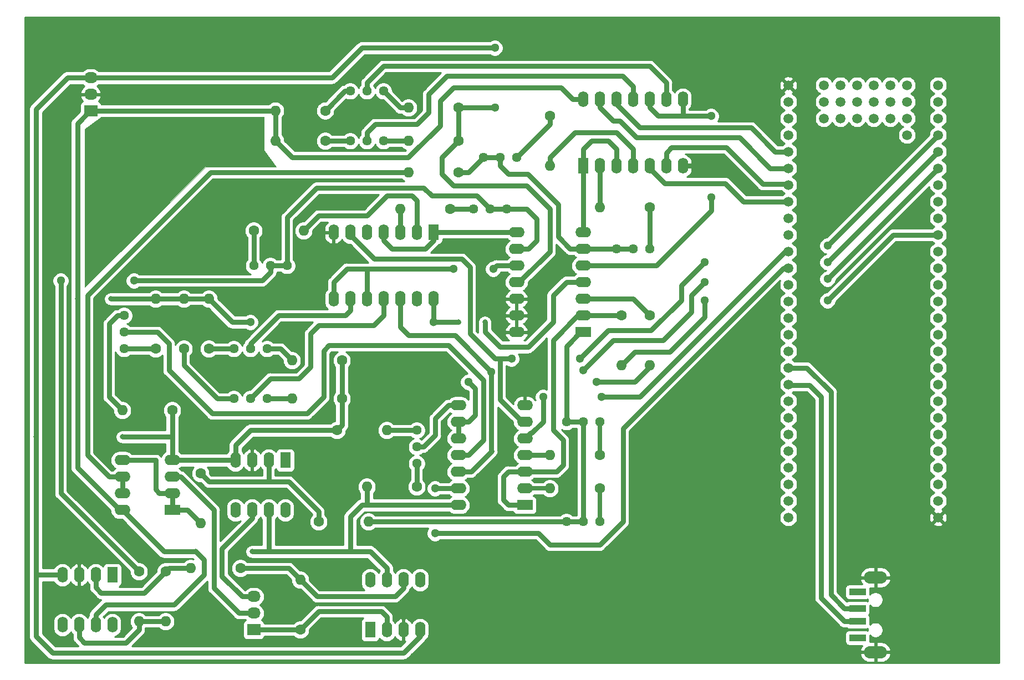
<source format=gbr>
%TF.GenerationSoftware,KiCad,Pcbnew,(5.1.10)-1*%
%TF.CreationDate,2021-09-11T14:38:06-03:00*%
%TF.ProjectId,potenciostato,706f7465-6e63-4696-9f73-7461746f2e6b,rev?*%
%TF.SameCoordinates,Original*%
%TF.FileFunction,Copper,L2,Bot*%
%TF.FilePolarity,Positive*%
%FSLAX46Y46*%
G04 Gerber Fmt 4.6, Leading zero omitted, Abs format (unit mm)*
G04 Created by KiCad (PCBNEW (5.1.10)-1) date 2021-09-11 14:38:06*
%MOMM*%
%LPD*%
G01*
G04 APERTURE LIST*
%TA.AperFunction,NonConductor*%
%ADD10C,0.100000*%
%TD*%
%TA.AperFunction,ComponentPad*%
%ADD11R,1.600000X2.400000*%
%TD*%
%TA.AperFunction,ComponentPad*%
%ADD12O,1.600000X2.400000*%
%TD*%
%TA.AperFunction,ComponentPad*%
%ADD13R,2.030000X1.730000*%
%TD*%
%TA.AperFunction,ComponentPad*%
%ADD14O,2.030000X1.730000*%
%TD*%
%TA.AperFunction,ComponentPad*%
%ADD15O,1.600000X1.600000*%
%TD*%
%TA.AperFunction,ComponentPad*%
%ADD16C,1.600000*%
%TD*%
%TA.AperFunction,ComponentPad*%
%ADD17C,1.440000*%
%TD*%
%TA.AperFunction,ComponentPad*%
%ADD18O,2.400000X1.600000*%
%TD*%
%TA.AperFunction,ComponentPad*%
%ADD19R,2.400000X1.600000*%
%TD*%
%TA.AperFunction,ComponentPad*%
%ADD20O,3.500000X1.900000*%
%TD*%
%TA.AperFunction,SMDPad,CuDef*%
%ADD21R,2.500000X1.100000*%
%TD*%
%TA.AperFunction,ComponentPad*%
%ADD22C,1.508000*%
%TD*%
%TA.AperFunction,ViaPad*%
%ADD23C,1.300000*%
%TD*%
%TA.AperFunction,ViaPad*%
%ADD24C,0.800000*%
%TD*%
%TA.AperFunction,Conductor*%
%ADD25C,0.750000*%
%TD*%
%TA.AperFunction,Conductor*%
%ADD26C,0.800000*%
%TD*%
%TA.AperFunction,Conductor*%
%ADD27C,0.700000*%
%TD*%
%TA.AperFunction,Conductor*%
%ADD28C,0.254000*%
%TD*%
%TA.AperFunction,Conductor*%
%ADD29C,0.100000*%
%TD*%
G04 APERTURE END LIST*
D10*
G36*
X687070000Y-23495000D02*
G01*
X688975000Y-26035000D01*
X678180000Y-26035000D01*
X659765000Y-44450000D01*
X659765000Y-20320000D01*
X662305000Y-18415000D01*
X687070000Y-18415000D01*
X687070000Y-23495000D01*
G37*
X687070000Y-23495000D02*
X688975000Y-26035000D01*
X678180000Y-26035000D01*
X659765000Y-44450000D01*
X659765000Y-20320000D01*
X662305000Y-18415000D01*
X687070000Y-18415000D01*
X687070000Y-23495000D01*
D11*
%TO.P,U5,1*%
%TO.N,/LPC/ADC0*%
X712978000Y-36068000D03*
D12*
%TO.P,U5,8*%
%TO.N,Net-(U5-Pad10)*%
X697738000Y-46228000D03*
%TO.P,U5,2*%
%TO.N,Net-(R9-Pad2)*%
X710438000Y-36068000D03*
%TO.P,U5,9*%
%TO.N,Net-(RV6-Pad2)*%
X700278000Y-46228000D03*
%TO.P,U5,3*%
%TO.N,Net-(R8-Pad2)*%
X707898000Y-36068000D03*
%TO.P,U5,10*%
%TO.N,Net-(U5-Pad10)*%
X702818000Y-46228000D03*
%TO.P,U5,4*%
%TO.N,/LPC/ADC0*%
X705358000Y-36068000D03*
%TO.P,U5,11*%
%TO.N,Net-(RV3-Pad2)*%
X705358000Y-46228000D03*
%TO.P,U5,5*%
%TO.N,/LPC/P0.2*%
X702818000Y-36068000D03*
%TO.P,U5,12*%
%TO.N,/salida_dac/OFF_I_2*%
X707898000Y-46228000D03*
%TO.P,U5,6*%
%TO.N,/salida_dac/OFF_I_1*%
X700278000Y-36068000D03*
%TO.P,U5,13*%
%TO.N,/LPC/P0.3*%
X710438000Y-46228000D03*
%TO.P,U5,7*%
%TO.N,GND*%
X697738000Y-36068000D03*
%TO.P,U5,14*%
%TO.N,+5V*%
X712978000Y-46228000D03*
%TD*%
D11*
%TO.P,U8,1*%
%TO.N,/LPC/ADC1*%
X735838000Y-25908000D03*
D12*
%TO.P,U8,8*%
%TO.N,Net-(U7-Pad5)*%
X751078000Y-15748000D03*
%TO.P,U8,2*%
%TO.N,Net-(R18-Pad2)*%
X738378000Y-25908000D03*
%TO.P,U8,9*%
%TO.N,Net-(RV10-Pad2)*%
X748538000Y-15748000D03*
%TO.P,U8,3*%
%TO.N,/LPC/ADC1*%
X740918000Y-25908000D03*
%TO.P,U8,10*%
%TO.N,Net-(U7-Pad5)*%
X745998000Y-15748000D03*
%TO.P,U8,4*%
%TO.N,Net-(R17-Pad2)*%
X743458000Y-25908000D03*
%TO.P,U8,11*%
%TO.N,Net-(RV9-Pad2)*%
X743458000Y-15748000D03*
%TO.P,U8,5*%
%TO.N,/LPC/P2.5*%
X745998000Y-25908000D03*
%TO.P,U8,12*%
%TO.N,/salida_dac/OFF_V_2*%
X740918000Y-15748000D03*
%TO.P,U8,6*%
%TO.N,/salida_dac/OFF_V_1*%
X748538000Y-25908000D03*
%TO.P,U8,13*%
%TO.N,/LPC/P2.6*%
X738378000Y-15748000D03*
%TO.P,U8,7*%
%TO.N,GND*%
X751078000Y-25908000D03*
%TO.P,U8,14*%
%TO.N,+5V*%
X735838000Y-15748000D03*
%TD*%
D13*
%TO.P,J1,1*%
%TO.N,+5V*%
X660654000Y-17526000D03*
D14*
%TO.P,J1,2*%
%TO.N,GND*%
X660654000Y-14986000D03*
%TO.P,J1,3*%
%TO.N,-5V*%
X660654000Y-12446000D03*
%TD*%
D15*
%TO.P,R6,2*%
%TO.N,/LPC/DAC*%
X741680000Y-56388000D03*
D16*
%TO.P,R6,1*%
%TO.N,Net-(R6-Pad1)*%
X741680000Y-48768000D03*
%TD*%
D15*
%TO.P,R7,2*%
%TO.N,Net-(R7-Pad2)*%
X745998000Y-56388000D03*
D16*
%TO.P,R7,1*%
%TO.N,Net-(R7-Pad1)*%
X745998000Y-48768000D03*
%TD*%
D15*
%TO.P,R9,2*%
%TO.N,Net-(R9-Pad2)*%
X693166000Y-35814000D03*
D16*
%TO.P,R9,1*%
%TO.N,Net-(R9-Pad1)*%
X685546000Y-35814000D03*
%TD*%
D15*
%TO.P,R10,2*%
%TO.N,+5V*%
X674878000Y-46228000D03*
D16*
%TO.P,R10,1*%
%TO.N,Net-(R10-Pad1)*%
X674878000Y-53848000D03*
%TD*%
D15*
%TO.P,R13,2*%
%TO.N,Net-(R13-Pad2)*%
X730758000Y-75184000D03*
D16*
%TO.P,R13,1*%
%TO.N,Net-(R13-Pad1)*%
X738378000Y-75184000D03*
%TD*%
%TO.P,R12,1*%
%TO.N,Net-(R12-Pad1)*%
X738378000Y-70104000D03*
D15*
%TO.P,R12,2*%
%TO.N,Net-(R12-Pad2)*%
X730758000Y-70104000D03*
%TD*%
D16*
%TO.P,R14,1*%
%TO.N,Net-(R14-Pad1)*%
X668020000Y-87884000D03*
D15*
%TO.P,R14,2*%
%TO.N,/salida_dac/I_IN*%
X668020000Y-95504000D03*
%TD*%
%TO.P,R15,2*%
%TO.N,+5V*%
X678688000Y-46228000D03*
D16*
%TO.P,R15,1*%
%TO.N,Net-(R15-Pad1)*%
X678688000Y-53848000D03*
%TD*%
%TO.P,R16,1*%
%TO.N,-5V*%
X699008000Y-55626000D03*
D15*
%TO.P,R16,2*%
%TO.N,Net-(R16-Pad2)*%
X691388000Y-55626000D03*
%TD*%
D16*
%TO.P,R17,1*%
%TO.N,Net-(R17-Pad1)*%
X730758000Y-18288000D03*
D15*
%TO.P,R17,2*%
%TO.N,Net-(R17-Pad2)*%
X730758000Y-25908000D03*
%TD*%
%TO.P,R18,2*%
%TO.N,Net-(R18-Pad2)*%
X738378000Y-32258000D03*
D16*
%TO.P,R18,1*%
%TO.N,Net-(R18-Pad1)*%
X745998000Y-32258000D03*
%TD*%
D15*
%TO.P,R19,2*%
%TO.N,+5V*%
X688848000Y-22098000D03*
D16*
%TO.P,R19,1*%
%TO.N,Net-(R19-Pad1)*%
X696468000Y-22098000D03*
%TD*%
%TO.P,R21,1*%
%TO.N,Net-(R21-Pad1)*%
X716788000Y-26924000D03*
D15*
%TO.P,R21,2*%
%TO.N,/salida_dac/V_IN*%
X709168000Y-26924000D03*
%TD*%
D16*
%TO.P,R8,1*%
%TO.N,Net-(R8-Pad1)*%
X715518000Y-32512000D03*
D15*
%TO.P,R8,2*%
%TO.N,Net-(R8-Pad2)*%
X707898000Y-32512000D03*
%TD*%
%TO.P,R22,2*%
%TO.N,+5V*%
X688848000Y-17461000D03*
D16*
%TO.P,R22,1*%
%TO.N,Net-(R22-Pad1)*%
X696468000Y-17461000D03*
%TD*%
%TO.P,R23,1*%
%TO.N,-5V*%
X716788000Y-17018000D03*
D15*
%TO.P,R23,2*%
%TO.N,Net-(R23-Pad2)*%
X709168000Y-17018000D03*
%TD*%
D17*
%TO.P,RV1,1*%
%TO.N,Net-(R8-Pad1)*%
X719074000Y-32512000D03*
%TO.P,RV1,2*%
%TO.N,Net-(R14-Pad1)*%
X721614000Y-32512000D03*
%TO.P,RV1,3*%
X724154000Y-32512000D03*
%TD*%
D16*
%TO.P,R11,1*%
%TO.N,-5V*%
X699008000Y-61468000D03*
D15*
%TO.P,R11,2*%
%TO.N,Net-(R11-Pad2)*%
X691388000Y-61468000D03*
%TD*%
D16*
%TO.P,R20,1*%
%TO.N,-5V*%
X716788000Y-22098000D03*
D15*
%TO.P,R20,2*%
%TO.N,Net-(R20-Pad2)*%
X709168000Y-22098000D03*
%TD*%
D17*
%TO.P,RV2,3*%
%TO.N,Net-(R14-Pad1)*%
X690626000Y-41148000D03*
%TO.P,RV2,2*%
X688086000Y-41148000D03*
%TO.P,RV2,1*%
%TO.N,Net-(R9-Pad1)*%
X685546000Y-41148000D03*
%TD*%
%TO.P,RV4,3*%
%TO.N,/salida_dac/VIN*%
X733298000Y-65024000D03*
%TO.P,RV4,2*%
X735838000Y-65024000D03*
%TO.P,RV4,1*%
%TO.N,Net-(R12-Pad1)*%
X738378000Y-65024000D03*
%TD*%
%TO.P,RV8,3*%
%TO.N,Net-(R21-Pad1)*%
X740918000Y-38608000D03*
%TO.P,RV8,2*%
X743458000Y-38608000D03*
%TO.P,RV8,1*%
%TO.N,Net-(R18-Pad1)*%
X745998000Y-38608000D03*
%TD*%
%TO.P,RV7,1*%
%TO.N,Net-(R17-Pad1)*%
X725678000Y-24638000D03*
%TO.P,RV7,2*%
%TO.N,Net-(R21-Pad1)*%
X723138000Y-24638000D03*
%TO.P,RV7,3*%
X720598000Y-24638000D03*
%TD*%
%TO.P,RV9,3*%
%TO.N,Net-(R20-Pad2)*%
X705358000Y-22098000D03*
%TO.P,RV9,2*%
%TO.N,Net-(RV9-Pad2)*%
X702818000Y-22098000D03*
%TO.P,RV9,1*%
%TO.N,Net-(R19-Pad1)*%
X700278000Y-22098000D03*
%TD*%
%TO.P,RV10,1*%
%TO.N,Net-(R22-Pad1)*%
X700278000Y-14478000D03*
%TO.P,RV10,2*%
%TO.N,Net-(RV10-Pad2)*%
X702818000Y-14478000D03*
%TO.P,RV10,3*%
%TO.N,Net-(R23-Pad2)*%
X705358000Y-14478000D03*
%TD*%
%TO.P,RV3,1*%
%TO.N,Net-(R10-Pad1)*%
X682498000Y-61468000D03*
%TO.P,RV3,2*%
%TO.N,Net-(RV3-Pad2)*%
X685038000Y-61468000D03*
%TO.P,RV3,3*%
%TO.N,Net-(R11-Pad2)*%
X687578000Y-61468000D03*
%TD*%
%TO.P,RV5,1*%
%TO.N,Net-(R13-Pad1)*%
X738378000Y-80264000D03*
%TO.P,RV5,2*%
%TO.N,/salida_dac/VIN*%
X735838000Y-80264000D03*
%TO.P,RV5,3*%
X733298000Y-80264000D03*
%TD*%
%TO.P,RV6,3*%
%TO.N,Net-(R16-Pad2)*%
X687578000Y-53848000D03*
%TO.P,RV6,2*%
%TO.N,Net-(RV6-Pad2)*%
X685038000Y-53848000D03*
%TO.P,RV6,1*%
%TO.N,Net-(R15-Pad1)*%
X682498000Y-53848000D03*
%TD*%
D15*
%TO.P,R5,2*%
%TO.N,Net-(R4-Pad1)*%
X692658000Y-89154000D03*
D16*
%TO.P,R5,1*%
%TO.N,Net-(J3-Pad1)*%
X692658000Y-96774000D03*
%TD*%
D11*
%TO.P,U1,1*%
%TO.N,Net-(U1-Pad1)*%
X663956000Y-88392000D03*
D12*
%TO.P,U1,5*%
%TO.N,Net-(U1-Pad5)*%
X656336000Y-96012000D03*
%TO.P,U1,2*%
%TO.N,Net-(R1-Pad1)*%
X661416000Y-88392000D03*
%TO.P,U1,6*%
%TO.N,/salida_dac/I_IN*%
X658876000Y-96012000D03*
%TO.P,U1,3*%
%TO.N,GND*%
X658876000Y-88392000D03*
%TO.P,U1,7*%
%TO.N,+5V*%
X661416000Y-96012000D03*
%TO.P,U1,4*%
%TO.N,-5V*%
X656336000Y-88392000D03*
%TO.P,U1,8*%
%TO.N,Net-(U1-Pad8)*%
X663956000Y-96012000D03*
%TD*%
D16*
%TO.P,R3,1*%
%TO.N,Net-(R2-Pad1)*%
X677418000Y-72898000D03*
D15*
%TO.P,R3,2*%
%TO.N,Net-(R3-Pad2)*%
X677418000Y-80518000D03*
%TD*%
D16*
%TO.P,R2,1*%
%TO.N,Net-(R2-Pad1)*%
X695452000Y-80264000D03*
D15*
%TO.P,R2,2*%
%TO.N,/salida_dac/VIN*%
X703072000Y-80264000D03*
%TD*%
D14*
%TO.P,J3,3*%
%TO.N,Net-(J3-Pad3)*%
X685546000Y-91694000D03*
%TO.P,J3,2*%
%TO.N,Net-(J3-Pad2)*%
X685546000Y-94234000D03*
D13*
%TO.P,J3,1*%
%TO.N,Net-(J3-Pad1)*%
X685546000Y-96774000D03*
%TD*%
D16*
%TO.P,R1,1*%
%TO.N,Net-(R1-Pad1)*%
X672084000Y-87884000D03*
D15*
%TO.P,R1,2*%
%TO.N,/salida_dac/I_IN*%
X672084000Y-95504000D03*
%TD*%
%TO.P,R4,2*%
%TO.N,Net-(R1-Pad1)*%
X675894000Y-87376000D03*
D16*
%TO.P,R4,1*%
%TO.N,Net-(R4-Pad1)*%
X683514000Y-87376000D03*
%TD*%
D12*
%TO.P,U3,8*%
%TO.N,Net-(U3-Pad8)*%
X690372000Y-78486000D03*
%TO.P,U3,4*%
%TO.N,-5V*%
X682752000Y-70866000D03*
%TO.P,U3,7*%
%TO.N,+5V*%
X687832000Y-78486000D03*
%TO.P,U3,3*%
%TO.N,GND*%
X685292000Y-70866000D03*
%TO.P,U3,6*%
%TO.N,Net-(J3-Pad3)*%
X685292000Y-78486000D03*
%TO.P,U3,2*%
%TO.N,Net-(R2-Pad1)*%
X687832000Y-70866000D03*
%TO.P,U3,5*%
%TO.N,Net-(U3-Pad5)*%
X682752000Y-78486000D03*
D11*
%TO.P,U3,1*%
%TO.N,Net-(U3-Pad1)*%
X690372000Y-70866000D03*
%TD*%
D12*
%TO.P,U4,8*%
%TO.N,Net-(U4-Pad8)*%
X703326000Y-89154000D03*
%TO.P,U4,4*%
%TO.N,-5V*%
X710946000Y-96774000D03*
%TO.P,U4,7*%
%TO.N,+5V*%
X705866000Y-89154000D03*
%TO.P,U4,3*%
%TO.N,GND*%
X708406000Y-96774000D03*
%TO.P,U4,6*%
%TO.N,Net-(R4-Pad1)*%
X708406000Y-89154000D03*
%TO.P,U4,2*%
%TO.N,Net-(J3-Pad1)*%
X705866000Y-96774000D03*
%TO.P,U4,5*%
%TO.N,Net-(U4-Pad5)*%
X710946000Y-89154000D03*
D11*
%TO.P,U4,1*%
%TO.N,Net-(U4-Pad1)*%
X703326000Y-96774000D03*
%TD*%
D18*
%TO.P,U2,8*%
%TO.N,+5V*%
X665480000Y-78486000D03*
%TO.P,U2,4*%
%TO.N,-5V*%
X673100000Y-70866000D03*
%TO.P,U2,7*%
%TO.N,/salida_dac/V_IN*%
X665480000Y-75946000D03*
%TO.P,U2,3*%
%TO.N,Net-(J3-Pad2)*%
X673100000Y-73406000D03*
%TO.P,U2,6*%
%TO.N,/salida_dac/V_IN*%
X665480000Y-73406000D03*
%TO.P,U2,2*%
%TO.N,Net-(R3-Pad2)*%
X673100000Y-75946000D03*
%TO.P,U2,5*%
X665480000Y-70866000D03*
D19*
%TO.P,U2,1*%
X673100000Y-78486000D03*
%TD*%
%TO.P,U7,1*%
%TO.N,/salida_dac/VIN*%
X735838000Y-51308000D03*
D18*
%TO.P,U7,8*%
%TO.N,/LPC/ADC0*%
X725678000Y-36068000D03*
%TO.P,U7,2*%
%TO.N,Net-(R6-Pad1)*%
X735838000Y-48768000D03*
%TO.P,U7,9*%
%TO.N,Net-(R14-Pad1)*%
X725678000Y-38608000D03*
%TO.P,U7,3*%
%TO.N,Net-(R7-Pad1)*%
X735838000Y-46228000D03*
%TO.P,U7,10*%
%TO.N,Net-(U5-Pad10)*%
X725678000Y-41148000D03*
%TO.P,U7,4*%
%TO.N,+5V*%
X735838000Y-43688000D03*
%TO.P,U7,11*%
%TO.N,-5V*%
X725678000Y-43688000D03*
%TO.P,U7,5*%
%TO.N,Net-(U7-Pad5)*%
X735838000Y-41148000D03*
%TO.P,U7,12*%
%TO.N,GND*%
X725678000Y-46228000D03*
%TO.P,U7,6*%
%TO.N,Net-(R21-Pad1)*%
X735838000Y-38608000D03*
%TO.P,U7,13*%
%TO.N,GND*%
X725678000Y-48768000D03*
%TO.P,U7,7*%
%TO.N,/LPC/ADC1*%
X735838000Y-36068000D03*
%TO.P,U7,14*%
%TO.N,GND*%
X725678000Y-51308000D03*
%TD*%
%TO.P,U6,14*%
%TO.N,+5V*%
X716788000Y-77724000D03*
%TO.P,U6,7*%
%TO.N,GND*%
X726948000Y-62484000D03*
%TO.P,U6,13*%
%TO.N,/LPC/P2.2*%
X716788000Y-75184000D03*
%TO.P,U6,6*%
%TO.N,/salida_dac/OFF_DAC_1*%
X726948000Y-65024000D03*
%TO.P,U6,12*%
%TO.N,/salida_dac/OFF_DAC_2*%
X716788000Y-72644000D03*
%TO.P,U6,5*%
%TO.N,/LPC/P2.1*%
X726948000Y-67564000D03*
%TO.P,U6,11*%
%TO.N,Net-(RV11-Pad2)*%
X716788000Y-70104000D03*
%TO.P,U6,4*%
%TO.N,Net-(R12-Pad2)*%
X726948000Y-70104000D03*
%TO.P,U6,10*%
%TO.N,Net-(R7-Pad2)*%
X716788000Y-67564000D03*
%TO.P,U6,3*%
%TO.N,Net-(R6-Pad1)*%
X726948000Y-72644000D03*
%TO.P,U6,9*%
%TO.N,Net-(R7-Pad2)*%
X716788000Y-65024000D03*
%TO.P,U6,2*%
%TO.N,Net-(R13-Pad2)*%
X726948000Y-75184000D03*
%TO.P,U6,8*%
%TO.N,Net-(RV12-Pad2)*%
X716788000Y-62484000D03*
D19*
%TO.P,U6,1*%
%TO.N,Net-(R6-Pad1)*%
X726948000Y-77724000D03*
%TD*%
D16*
%TO.P,R24,1*%
%TO.N,Net-(R24-Pad1)*%
X670560000Y-53848000D03*
D15*
%TO.P,R24,2*%
%TO.N,+5V*%
X670560000Y-46228000D03*
%TD*%
%TO.P,R25,2*%
%TO.N,Net-(R25-Pad2)*%
X665480000Y-63246000D03*
D16*
%TO.P,R25,1*%
%TO.N,-5V*%
X673100000Y-63246000D03*
%TD*%
%TO.P,R26,1*%
%TO.N,Net-(R26-Pad1)*%
X710438000Y-74930000D03*
D15*
%TO.P,R26,2*%
%TO.N,+5V*%
X702818000Y-74930000D03*
%TD*%
%TO.P,R27,2*%
%TO.N,Net-(R27-Pad2)*%
X705866000Y-66294000D03*
D16*
%TO.P,R27,1*%
%TO.N,-5V*%
X698246000Y-66294000D03*
%TD*%
D17*
%TO.P,RV11,3*%
%TO.N,Net-(R25-Pad2)*%
X665734000Y-48768000D03*
%TO.P,RV11,2*%
%TO.N,Net-(RV11-Pad2)*%
X665734000Y-51308000D03*
%TO.P,RV11,1*%
%TO.N,Net-(R24-Pad1)*%
X665734000Y-53848000D03*
%TD*%
%TO.P,RV12,1*%
%TO.N,Net-(R26-Pad1)*%
X710438000Y-71374000D03*
%TO.P,RV12,2*%
%TO.N,Net-(RV12-Pad2)*%
X710438000Y-68834000D03*
%TO.P,RV12,3*%
%TO.N,Net-(R27-Pad2)*%
X710438000Y-66294000D03*
%TD*%
D20*
%TO.P,J2,5*%
%TO.N,GND*%
X780500000Y-88788000D03*
X780500000Y-100188000D03*
D21*
%TO.P,J2,4*%
%TO.N,Net-(J2-Pad4)*%
X777750000Y-90988000D03*
%TO.P,J2,1*%
%TO.N,Net-(J2-Pad1)*%
X777750000Y-97988000D03*
%TO.P,J2,3*%
%TO.N,Net-(J2-Pad3)*%
X777750000Y-93488000D03*
%TO.P,J2,2*%
%TO.N,Net-(J2-Pad2)*%
X777750000Y-95488000D03*
%TD*%
D22*
%TO.P,LPC1,1*%
%TO.N,GND*%
X790067000Y-79629000D03*
%TO.P,LPC1,2*%
%TO.N,/LPC/5V*%
X790067000Y-77089000D03*
%TO.P,LPC1,3*%
%TO.N,Net-(LPC1-Pad3)*%
X790067000Y-74549000D03*
%TO.P,LPC1,4*%
%TO.N,Net-(LPC1-Pad4)*%
X790067000Y-72009000D03*
%TO.P,LPC1,5*%
%TO.N,Net-(LPC1-Pad5)*%
X790067000Y-69469000D03*
%TO.P,LPC1,6*%
%TO.N,Net-(LPC1-Pad6)*%
X790067000Y-66929000D03*
%TO.P,LPC1,7*%
%TO.N,Net-(LPC1-Pad7)*%
X790067000Y-64389000D03*
%TO.P,LPC1,8*%
%TO.N,Net-(LPC1-Pad8)*%
X790067000Y-61849000D03*
%TO.P,LPC1,9*%
%TO.N,Net-(LPC1-Pad9)*%
X790067000Y-59309000D03*
%TO.P,LPC1,10*%
%TO.N,Net-(LPC1-Pad10)*%
X790067000Y-56769000D03*
%TO.P,LPC1,11*%
%TO.N,Net-(LPC1-Pad11)*%
X790067000Y-54229000D03*
%TO.P,LPC1,12*%
%TO.N,Net-(LPC1-Pad12)*%
X790067000Y-51689000D03*
%TO.P,LPC1,13*%
%TO.N,Net-(LPC1-Pad13)*%
X790067000Y-49149000D03*
%TO.P,LPC1,14*%
%TO.N,Net-(LPC1-Pad14)*%
X790067000Y-46609000D03*
%TO.P,LPC1,15*%
%TO.N,/LPC/ADC0*%
X790067000Y-44069000D03*
%TO.P,LPC1,16*%
%TO.N,/LPC/ADC1*%
X790067000Y-41529000D03*
%TO.P,LPC1,17*%
%TO.N,Net-(LPC1-Pad17)*%
X790067000Y-38989000D03*
%TO.P,LPC1,18*%
%TO.N,/LPC/DAC*%
X790067000Y-36449000D03*
%TO.P,LPC1,19*%
%TO.N,Net-(LPC1-Pad19)*%
X790067000Y-33909000D03*
%TO.P,LPC1,20*%
%TO.N,Net-(LPC1-Pad20)*%
X790067000Y-31369000D03*
%TO.P,LPC1,21*%
%TO.N,/LPC/P0.2*%
X790067000Y-28829000D03*
%TO.P,LPC1,22*%
%TO.N,/LPC/P0.3*%
X790067000Y-26289000D03*
%TO.P,LPC1,23*%
%TO.N,/salida_dac/OFF_I_1*%
X790067000Y-23749000D03*
%TO.P,LPC1,24*%
%TO.N,/salida_dac/OFF_I_2*%
X790067000Y-21209000D03*
%TO.P,LPC1,25*%
%TO.N,Net-(LPC1-Pad25)*%
X790067000Y-18669000D03*
%TO.P,LPC1,26*%
%TO.N,Net-(LPC1-Pad26)*%
X790067000Y-16129000D03*
%TO.P,LPC1,27*%
%TO.N,Net-(LPC1-Pad27)*%
X790067000Y-13589000D03*
%TO.P,LPC1,28*%
%TO.N,/LPC/3.3V*%
X767207000Y-79629000D03*
%TO.P,LPC1,29*%
%TO.N,Net-(LPC1-Pad29)*%
X767207000Y-77089000D03*
%TO.P,LPC1,30*%
%TO.N,Net-(LPC1-Pad30)*%
X767207000Y-74549000D03*
%TO.P,LPC1,31*%
%TO.N,Net-(LPC1-Pad31)*%
X767207000Y-72009000D03*
%TO.P,LPC1,32*%
%TO.N,Net-(LPC1-Pad32)*%
X767207000Y-69469000D03*
%TO.P,LPC1,33*%
%TO.N,Net-(LPC1-Pad33)*%
X767207000Y-66929000D03*
%TO.P,LPC1,34*%
%TO.N,Net-(LPC1-Pad34)*%
X767207000Y-64389000D03*
%TO.P,LPC1,35*%
%TO.N,Net-(LPC1-Pad35)*%
X767207000Y-61849000D03*
%TO.P,LPC1,36*%
%TO.N,Net-(J2-Pad2)*%
X767207000Y-59309000D03*
%TO.P,LPC1,37*%
%TO.N,Net-(J2-Pad3)*%
X767207000Y-56769000D03*
%TO.P,LPC1,38*%
%TO.N,Net-(LPC1-Pad38)*%
X767207000Y-54229000D03*
%TO.P,LPC1,39*%
%TO.N,Net-(LPC1-Pad39)*%
X767207000Y-51689000D03*
%TO.P,LPC1,40*%
%TO.N,Net-(LPC1-Pad40)*%
X767207000Y-49149000D03*
%TO.P,LPC1,41*%
%TO.N,Net-(LPC1-Pad41)*%
X767207000Y-46609000D03*
%TO.P,LPC1,42*%
%TO.N,Net-(LPC1-Pad42)*%
X767207000Y-44069000D03*
%TO.P,LPC1,43*%
%TO.N,/LPC/P2.1*%
X767207000Y-41529000D03*
%TO.P,LPC1,44*%
%TO.N,/LPC/P2.2*%
X767207000Y-38989000D03*
%TO.P,LPC1,45*%
%TO.N,/salida_dac/OFF_DAC_1*%
X767207000Y-36449000D03*
%TO.P,LPC1,46*%
%TO.N,/salida_dac/OFF_DAC_2*%
X767207000Y-33909000D03*
%TO.P,LPC1,47*%
%TO.N,/LPC/P2.5*%
X767207000Y-31369000D03*
%TO.P,LPC1,48*%
%TO.N,/salida_dac/OFF_V_1*%
X767207000Y-28829000D03*
%TO.P,LPC1,49*%
%TO.N,/LPC/P2.6*%
X767207000Y-26289000D03*
%TO.P,LPC1,50*%
%TO.N,/salida_dac/OFF_V_2*%
X767207000Y-23749000D03*
%TO.P,LPC1,51*%
%TO.N,Net-(LPC1-Pad51)*%
X767207000Y-21209000D03*
%TO.P,LPC1,52*%
%TO.N,Net-(LPC1-Pad52)*%
X767207000Y-18669000D03*
%TO.P,LPC1,53*%
%TO.N,Net-(LPC1-Pad53)*%
X767207000Y-16129000D03*
%TO.P,LPC1,54*%
%TO.N,GND*%
X767207000Y-13589000D03*
%TO.P,LPC1,55*%
%TO.N,Net-(LPC1-Pad55)*%
X785317200Y-21209000D03*
%TO.P,LPC1,56*%
%TO.N,Net-(LPC1-Pad56)*%
X785317200Y-18669000D03*
%TO.P,LPC1,57*%
%TO.N,Net-(LPC1-Pad57)*%
X785317200Y-16129000D03*
%TO.P,LPC1,58*%
%TO.N,Net-(LPC1-Pad58)*%
X785317200Y-13589000D03*
%TO.P,LPC1,59*%
%TO.N,Net-(LPC1-Pad59)*%
X782777200Y-18669000D03*
%TO.P,LPC1,60*%
%TO.N,Net-(LPC1-Pad60)*%
X782777200Y-16129000D03*
%TO.P,LPC1,61*%
%TO.N,Net-(LPC1-Pad61)*%
X782777200Y-13589000D03*
%TO.P,LPC1,62*%
%TO.N,Net-(LPC1-Pad62)*%
X780237200Y-18669000D03*
%TO.P,LPC1,63*%
%TO.N,Net-(LPC1-Pad63)*%
X780237200Y-16129000D03*
%TO.P,LPC1,64*%
%TO.N,Net-(LPC1-Pad64)*%
X780237200Y-13589000D03*
%TO.P,LPC1,65*%
%TO.N,Net-(LPC1-Pad65)*%
X777697200Y-18669000D03*
%TO.P,LPC1,66*%
%TO.N,Net-(LPC1-Pad66)*%
X777697200Y-16129000D03*
%TO.P,LPC1,67*%
%TO.N,Net-(LPC1-Pad67)*%
X777697200Y-13589000D03*
%TO.P,LPC1,68*%
%TO.N,Net-(LPC1-Pad68)*%
X775157200Y-18669000D03*
%TO.P,LPC1,69*%
%TO.N,Net-(LPC1-Pad69)*%
X775157200Y-16129000D03*
%TO.P,LPC1,70*%
%TO.N,Net-(LPC1-Pad70)*%
X775157200Y-13589000D03*
%TO.P,LPC1,71*%
%TO.N,Net-(LPC1-Pad71)*%
X772617200Y-18669000D03*
%TO.P,LPC1,72*%
%TO.N,Net-(LPC1-Pad72)*%
X772617200Y-16129000D03*
%TO.P,LPC1,73*%
%TO.N,Net-(LPC1-Pad73)*%
X772617200Y-13589000D03*
%TD*%
D23*
%TO.N,+5V*%
X712978000Y-49784000D03*
X685038000Y-49784000D03*
D24*
X685292000Y-84836000D03*
X663702000Y-46228000D03*
X658622000Y-46228000D03*
X676656000Y-84836000D03*
X716788000Y-49784000D03*
X720852000Y-49784000D03*
D23*
%TO.N,-5V*%
X722376000Y-17018000D03*
X722376000Y-7874000D03*
D24*
X652272000Y-67310000D03*
X665480000Y-67310000D03*
D23*
%TO.N,Net-(R14-Pad1)*%
X667258000Y-43434000D03*
X656082000Y-43434000D03*
%TO.N,GND*%
X757936000Y-26416000D03*
X757936000Y-17018000D03*
X698500000Y-39370000D03*
X720090000Y-39370000D03*
X715645000Y-57785000D03*
X722630000Y-46990000D03*
X729615000Y-53975000D03*
X728980000Y-48260000D03*
X721995000Y-38100000D03*
X761365000Y-29210000D03*
%TO.N,Net-(U5-Pad10)*%
X716026000Y-41657000D03*
X722121000Y-41657000D03*
%TO.N,Net-(U7-Pad5)*%
X755396000Y-18288000D03*
X755396000Y-30734000D03*
%TO.N,Net-(R7-Pad2)*%
X737870000Y-58928000D03*
X718312000Y-58928000D03*
%TO.N,/salida_dac/OFF_I_2*%
X773176000Y-38100000D03*
X721848010Y-57384010D03*
X754380000Y-43688000D03*
X735837000Y-57150000D03*
%TO.N,/salida_dac/OFF_I_1*%
X773176000Y-40640000D03*
X724916000Y-55372000D03*
X735330000Y-55372000D03*
X754380000Y-40640000D03*
%TO.N,/LPC/DAC*%
X773176000Y-46482000D03*
X754380000Y-46482000D03*
%TO.N,/LPC/P0.3*%
X773176000Y-43180000D03*
%TO.N,/LPC/P2.2*%
X713232000Y-75184000D03*
X713232000Y-82042000D03*
%TO.N,/LPC/P2.1*%
X738632000Y-61214000D03*
X729741000Y-61214000D03*
%TD*%
D25*
%TO.N,+5V*%
X674878000Y-46228000D02*
X678688000Y-46228000D01*
X712978000Y-46228000D02*
X712978000Y-46482000D01*
D26*
X685038000Y-49784000D02*
X685038000Y-49784000D01*
X665080000Y-78486000D02*
X665480000Y-78486000D01*
X658622000Y-72028000D02*
X665080000Y-78486000D01*
X674878000Y-46228000D02*
X670560000Y-46228000D01*
X670560000Y-46228000D02*
X663702000Y-46228000D01*
X658622000Y-46228000D02*
X658622000Y-72028000D01*
X660504000Y-17526000D02*
X660654000Y-17526000D01*
X658622000Y-19408000D02*
X660504000Y-17526000D01*
X658622000Y-46228000D02*
X658622000Y-19408000D01*
X691388000Y-24638000D02*
X688848000Y-22098000D01*
X734238000Y-15748000D02*
X732460000Y-13970000D01*
X735838000Y-15748000D02*
X734238000Y-15748000D01*
X732460000Y-13970000D02*
X716026000Y-13970000D01*
X709144002Y-24638000D02*
X691388000Y-24638000D01*
X716026000Y-13970000D02*
X713994000Y-16002000D01*
X713994000Y-16002000D02*
X713994000Y-19788002D01*
X713994000Y-19788002D02*
X709144002Y-24638000D01*
X682244000Y-49784000D02*
X678688000Y-46228000D01*
X685038000Y-49784000D02*
X682244000Y-49784000D01*
X685800000Y-84836000D02*
X685292000Y-84836000D01*
X698246000Y-84836000D02*
X690626000Y-84836000D01*
X703326000Y-84836000D02*
X699008000Y-84836000D01*
X699008000Y-84836000D02*
X698246000Y-84836000D01*
X705866000Y-89154000D02*
X705866000Y-87376000D01*
X705866000Y-87376000D02*
X703326000Y-84836000D01*
X671830000Y-84836000D02*
X676656000Y-84836000D01*
X665480000Y-78486000D02*
X671830000Y-84836000D01*
X676656000Y-84836000D02*
X676656000Y-84836000D01*
X687832000Y-84582000D02*
X687578000Y-84836000D01*
X687832000Y-78486000D02*
X687832000Y-84582000D01*
X690626000Y-84836000D02*
X687578000Y-84836000D01*
X687578000Y-84836000D02*
X685800000Y-84836000D01*
X716788000Y-77724000D02*
X705358000Y-77724000D01*
X700278000Y-84836000D02*
X698246000Y-84836000D01*
X700278000Y-79502000D02*
X700278000Y-84836000D01*
X702056000Y-77724000D02*
X700278000Y-79502000D01*
X702818000Y-74930000D02*
X702818000Y-77724000D01*
X705358000Y-77724000D02*
X702818000Y-77724000D01*
X702818000Y-77724000D02*
X702056000Y-77724000D01*
X661416000Y-94488000D02*
X661416000Y-96012000D01*
X662940000Y-92964000D02*
X661416000Y-94488000D01*
X673354000Y-92964000D02*
X662940000Y-92964000D01*
X677926000Y-88392000D02*
X673354000Y-92964000D01*
X676656000Y-84836000D02*
X677926000Y-86106000D01*
X677926000Y-86106000D02*
X677926000Y-88392000D01*
X688783000Y-17526000D02*
X688848000Y-17461000D01*
X660654000Y-17526000D02*
X688783000Y-17526000D01*
X688848000Y-17461000D02*
X688848000Y-22098000D01*
X735838000Y-43688000D02*
X735076000Y-43688000D01*
X712978000Y-48260000D02*
X712978000Y-46228000D01*
X712978000Y-49784000D02*
X712978000Y-48260000D01*
X712978000Y-49784000D02*
X716788000Y-49784000D01*
X720852000Y-51308000D02*
X723138000Y-53594000D01*
X720852000Y-49784000D02*
X720852000Y-51308000D01*
X723138000Y-53594000D02*
X727456000Y-53594000D01*
X727456000Y-53594000D02*
X731266000Y-49784000D01*
X731266000Y-49784000D02*
X731266000Y-45720000D01*
X733298000Y-43688000D02*
X735838000Y-43688000D01*
X731266000Y-45720000D02*
X733298000Y-43688000D01*
D25*
%TO.N,-5V*%
X716788000Y-17018000D02*
X716788000Y-22098000D01*
D26*
X699008000Y-61468000D02*
X699008000Y-59436000D01*
X699008000Y-59436000D02*
X699008000Y-55626000D01*
X722376000Y-17018000D02*
X722376000Y-17018000D01*
X658839000Y-12446000D02*
X660654000Y-12446000D01*
X716788000Y-17018000D02*
X722376000Y-17018000D01*
X722376000Y-7874000D02*
X702056000Y-7874000D01*
X697484000Y-12446000D02*
X702056000Y-7874000D01*
X660654000Y-12446000D02*
X697484000Y-12446000D01*
X710946000Y-97790000D02*
X710946000Y-96774000D01*
D25*
X726078000Y-43688000D02*
X725678000Y-43688000D01*
X730758000Y-39008000D02*
X726078000Y-43688000D01*
X714248000Y-24638000D02*
X714248000Y-27178000D01*
X716788000Y-22098000D02*
X714248000Y-24638000D01*
X714248000Y-27178000D02*
X716026000Y-28956000D01*
X716026000Y-28956000D02*
X727202000Y-28956000D01*
X727202000Y-28956000D02*
X730758000Y-32512000D01*
X730758000Y-32512000D02*
X730758000Y-39008000D01*
D26*
X709168000Y-99568000D02*
X709676000Y-99060000D01*
X709676000Y-99060000D02*
X710946000Y-97790000D01*
X682752000Y-70866000D02*
X673100000Y-70866000D01*
X682752000Y-68580000D02*
X682752000Y-70866000D01*
X698246000Y-66294000D02*
X685038000Y-66294000D01*
X685038000Y-66294000D02*
X682752000Y-68580000D01*
X699008000Y-65532000D02*
X698246000Y-66294000D01*
X699008000Y-61468000D02*
X699008000Y-65532000D01*
X656336000Y-88392000D02*
X656082000Y-88392000D01*
X656336000Y-88392000D02*
X656336000Y-88792000D01*
X657098000Y-12446000D02*
X660654000Y-12446000D01*
X652272000Y-17272000D02*
X657098000Y-12446000D01*
X654812000Y-100330000D02*
X652272000Y-97790000D01*
X709676000Y-99060000D02*
X708406000Y-100330000D01*
X708406000Y-100330000D02*
X654812000Y-100330000D01*
X656336000Y-88392000D02*
X652272000Y-88392000D01*
X652272000Y-97790000D02*
X652272000Y-88392000D01*
X652272000Y-88392000D02*
X652272000Y-67310000D01*
X652272000Y-67310000D02*
X652272000Y-17272000D01*
X665480000Y-67310000D02*
X673100000Y-67310000D01*
X673100000Y-70866000D02*
X673100000Y-67310000D01*
X673100000Y-67310000D02*
X673100000Y-63246000D01*
D25*
%TO.N,Net-(J3-Pad3)*%
X683781000Y-91694000D02*
X685546000Y-91694000D01*
X680700011Y-88613011D02*
X683781000Y-91694000D01*
X680700011Y-84347989D02*
X680700011Y-88613011D01*
X685292000Y-78486000D02*
X685292000Y-79756000D01*
X685292000Y-79756000D02*
X680700011Y-84347989D01*
%TO.N,Net-(J3-Pad2)*%
X683260000Y-94234000D02*
X685546000Y-94234000D01*
X679450000Y-90424000D02*
X683260000Y-94234000D01*
X679450000Y-78486000D02*
X679450000Y-90424000D01*
X673100000Y-73406000D02*
X674370000Y-73406000D01*
X674370000Y-73406000D02*
X679450000Y-78486000D01*
%TO.N,Net-(J3-Pad1)*%
X695452000Y-93980000D02*
X692658000Y-96774000D01*
X692658000Y-96774000D02*
X685546000Y-96774000D01*
X705866000Y-96774000D02*
X705866000Y-94824000D01*
X705866000Y-94824000D02*
X705022000Y-93980000D01*
X705022000Y-93980000D02*
X695452000Y-93980000D01*
%TO.N,Net-(R1-Pad1)*%
X671284001Y-88683999D02*
X672084000Y-87884000D01*
X668782000Y-91186000D02*
X671284001Y-88683999D01*
X662260000Y-91186000D02*
X668782000Y-91186000D01*
X661416000Y-88392000D02*
X661416000Y-90342000D01*
X661416000Y-90342000D02*
X662260000Y-91186000D01*
X672592000Y-87376000D02*
X672084000Y-87884000D01*
X675894000Y-87376000D02*
X672592000Y-87376000D01*
%TO.N,Net-(R2-Pad1)*%
X678688000Y-74168000D02*
X686480000Y-74168000D01*
X677418000Y-72898000D02*
X678688000Y-74168000D01*
X695452000Y-78740000D02*
X695452000Y-80264000D01*
X690880000Y-74168000D02*
X695452000Y-78740000D01*
X687832000Y-72816000D02*
X687832000Y-74168000D01*
X687832000Y-70866000D02*
X687832000Y-72816000D01*
X686480000Y-74168000D02*
X687832000Y-74168000D01*
X687832000Y-74168000D02*
X690880000Y-74168000D01*
%TO.N,Net-(R3-Pad2)*%
X665353000Y-70739000D02*
X665480000Y-70866000D01*
X665480000Y-70866000D02*
X665988000Y-70866000D01*
X673100000Y-78486000D02*
X673100000Y-75946000D01*
X671150000Y-75946000D02*
X673100000Y-75946000D01*
X670560000Y-75356000D02*
X671150000Y-75946000D01*
X665480000Y-70866000D02*
X670560000Y-70866000D01*
X670560000Y-70866000D02*
X670560000Y-75356000D01*
X675386000Y-78486000D02*
X677418000Y-80518000D01*
X673100000Y-78486000D02*
X675386000Y-78486000D01*
%TO.N,Net-(R4-Pad1)*%
X695198000Y-91694000D02*
X692658000Y-89154000D01*
X707136000Y-91694000D02*
X695198000Y-91694000D01*
X708406000Y-89154000D02*
X708406000Y-90424000D01*
X708406000Y-90424000D02*
X707136000Y-91694000D01*
X690880000Y-87376000D02*
X683514000Y-87376000D01*
X692658000Y-89154000D02*
X690880000Y-87376000D01*
%TO.N,Net-(R6-Pad1)*%
X735065781Y-48768000D02*
X735838000Y-48768000D01*
X731774000Y-72644000D02*
X732790000Y-71628000D01*
X726948000Y-72644000D02*
X731774000Y-72644000D01*
X732790000Y-71628000D02*
X732790000Y-67818000D01*
X732790000Y-67818000D02*
X731266000Y-66294000D01*
X731266000Y-66294000D02*
X731266000Y-52567781D01*
X731266000Y-52567781D02*
X735065781Y-48768000D01*
X724408000Y-77724000D02*
X726948000Y-77724000D01*
X723646000Y-76962000D02*
X724408000Y-77724000D01*
X723646000Y-73406000D02*
X723646000Y-76962000D01*
X726948000Y-72644000D02*
X724408000Y-72644000D01*
X724408000Y-72644000D02*
X723646000Y-73406000D01*
X741680000Y-48768000D02*
X735838000Y-48768000D01*
%TO.N,Net-(R7-Pad1)*%
X743458000Y-46228000D02*
X735838000Y-46228000D01*
X745998000Y-48768000D02*
X743458000Y-46228000D01*
%TO.N,Net-(R8-Pad1)*%
X715518000Y-32512000D02*
X719074000Y-32512000D01*
%TO.N,Net-(R8-Pad2)*%
X707898000Y-36068000D02*
X707898000Y-32512000D01*
%TO.N,Net-(R9-Pad2)*%
X710438000Y-34118000D02*
X710438000Y-36068000D01*
X693166000Y-35814000D02*
X695452000Y-33528000D01*
X702818000Y-33528000D02*
X705866000Y-30480000D01*
X705866000Y-30480000D02*
X709676000Y-30480000D01*
X709676000Y-30480000D02*
X710438000Y-31242000D01*
X695452000Y-33528000D02*
X702818000Y-33528000D01*
X710438000Y-31242000D02*
X710438000Y-34118000D01*
%TO.N,Net-(R9-Pad1)*%
X685546000Y-41148000D02*
X685546000Y-35814000D01*
%TO.N,Net-(R10-Pad1)*%
X674878000Y-56388000D02*
X674878000Y-53848000D01*
X682498000Y-61468000D02*
X679958000Y-61468000D01*
X679958000Y-61468000D02*
X674878000Y-56388000D01*
%TO.N,Net-(R11-Pad2)*%
X687578000Y-61468000D02*
X691388000Y-61468000D01*
D27*
%TO.N,Net-(R12-Pad1)*%
X738378000Y-70104000D02*
X738378000Y-65024000D01*
D25*
%TO.N,Net-(R12-Pad2)*%
X726948000Y-70104000D02*
X730758000Y-70104000D01*
D27*
%TO.N,Net-(R13-Pad2)*%
X726948000Y-75184000D02*
X730758000Y-75184000D01*
%TO.N,Net-(R13-Pad1)*%
X738378000Y-75184000D02*
X738378000Y-80264000D01*
D25*
%TO.N,Net-(R14-Pad1)*%
X688086000Y-41148000D02*
X690626000Y-41148000D01*
X688086000Y-42164000D02*
X688086000Y-41148000D01*
X727202000Y-32512000D02*
X724154000Y-32512000D01*
X728726000Y-34036000D02*
X727202000Y-32512000D01*
X728726000Y-37338000D02*
X728726000Y-34036000D01*
X725678000Y-38608000D02*
X727456000Y-38608000D01*
X727456000Y-38608000D02*
X728726000Y-37338000D01*
X719582000Y-30480000D02*
X712724000Y-30480000D01*
X721614000Y-32512000D02*
X719582000Y-30480000D01*
X712724000Y-30480000D02*
X711473990Y-29229990D01*
X711473990Y-29229990D02*
X695178010Y-29229990D01*
X690626000Y-40129767D02*
X690626000Y-33782000D01*
X690626000Y-41148000D02*
X690626000Y-40129767D01*
X695178010Y-29229990D02*
X690626000Y-33782000D01*
X721614000Y-32512000D02*
X724154000Y-32512000D01*
X686816000Y-43434000D02*
X687070000Y-43180000D01*
X687070000Y-43180000D02*
X688086000Y-42164000D01*
X669447238Y-43434000D02*
X686816000Y-43434000D01*
X669447238Y-43434000D02*
X667258000Y-43434000D01*
X656082000Y-75946000D02*
X656082000Y-43434000D01*
X668020000Y-87884000D02*
X656082000Y-75946000D01*
%TO.N,Net-(R15-Pad1)*%
X682498000Y-53848000D02*
X678688000Y-53848000D01*
%TO.N,Net-(R16-Pad2)*%
X689610000Y-53848000D02*
X691388000Y-55626000D01*
X687578000Y-53848000D02*
X689610000Y-53848000D01*
%TO.N,Net-(R17-Pad2)*%
X743458000Y-23368000D02*
X743458000Y-25908000D01*
X740918000Y-20828000D02*
X743458000Y-23368000D01*
X734568000Y-20828000D02*
X740918000Y-20828000D01*
X730758000Y-25908000D02*
X730758000Y-24638000D01*
X730758000Y-24638000D02*
X734568000Y-20828000D01*
%TO.N,Net-(R17-Pad1)*%
X730758000Y-19558000D02*
X730758000Y-18288000D01*
X725678000Y-24638000D02*
X730758000Y-19558000D01*
%TO.N,Net-(R18-Pad1)*%
X745998000Y-38608000D02*
X745998000Y-32258000D01*
%TO.N,Net-(R18-Pad2)*%
X738378000Y-25908000D02*
X738378000Y-32258000D01*
%TO.N,Net-(R19-Pad1)*%
X700278000Y-22098000D02*
X696468000Y-22098000D01*
%TO.N,Net-(R20-Pad2)*%
X705358000Y-22098000D02*
X709168000Y-22098000D01*
%TO.N,Net-(R21-Pad1)*%
X735838000Y-38608000D02*
X740918000Y-38608000D01*
X740918000Y-38608000D02*
X743458000Y-38608000D01*
X723138000Y-24638000D02*
X720598000Y-24638000D01*
X723138000Y-25908000D02*
X723138000Y-24638000D01*
X733888000Y-38608000D02*
X732028000Y-36748000D01*
X735838000Y-38608000D02*
X733888000Y-38608000D01*
X732028000Y-36748000D02*
X732028000Y-31760220D01*
X732028000Y-31760220D02*
X727445780Y-27178000D01*
X727445780Y-27178000D02*
X724408000Y-27178000D01*
X724408000Y-27178000D02*
X723138000Y-25908000D01*
X718312000Y-26924000D02*
X720598000Y-24638000D01*
X716788000Y-26924000D02*
X718312000Y-26924000D01*
%TO.N,Net-(R22-Pad1)*%
X699451000Y-14478000D02*
X696468000Y-17461000D01*
X700278000Y-14478000D02*
X699451000Y-14478000D01*
%TO.N,Net-(R23-Pad2)*%
X707898000Y-17018000D02*
X705358000Y-14478000D01*
X709168000Y-17018000D02*
X707898000Y-17018000D01*
%TO.N,Net-(RV3-Pad2)*%
X694182000Y-56642000D02*
X694182000Y-51562000D01*
X692404000Y-58420000D02*
X694182000Y-56642000D01*
X694182000Y-51562000D02*
X695452000Y-50292000D01*
X695452000Y-50292000D02*
X703834000Y-50292000D01*
X703834000Y-50292000D02*
X705358000Y-48768000D01*
X705358000Y-48768000D02*
X705358000Y-46228000D01*
X688086000Y-58420000D02*
X692404000Y-58420000D01*
X685038000Y-61468000D02*
X688086000Y-58420000D01*
%TO.N,Net-(RV6-Pad2)*%
X700278000Y-48006000D02*
X700278000Y-46228000D01*
X699516000Y-48768000D02*
X700278000Y-48006000D01*
X689356000Y-48768000D02*
X699516000Y-48768000D01*
X685038000Y-53848000D02*
X685038000Y-53086000D01*
X685038000Y-53086000D02*
X689356000Y-48768000D01*
%TO.N,Net-(RV9-Pad2)*%
X702818000Y-20828000D02*
X702818000Y-22098000D01*
X710438000Y-19558000D02*
X704088000Y-19558000D01*
X704088000Y-19558000D02*
X702818000Y-20828000D01*
X743458000Y-13798000D02*
X741852000Y-12192000D01*
X743458000Y-15748000D02*
X743458000Y-13798000D01*
X741852000Y-12192000D02*
X715010000Y-12192000D01*
X715010000Y-12192000D02*
X712216000Y-14986000D01*
X712216000Y-14986000D02*
X712216000Y-17780000D01*
X712216000Y-17780000D02*
X710438000Y-19558000D01*
%TO.N,Net-(RV10-Pad2)*%
X702818000Y-13208000D02*
X702818000Y-14478000D01*
X705358000Y-10668000D02*
X702818000Y-13208000D01*
X745998000Y-10668000D02*
X705358000Y-10668000D01*
X748538000Y-15748000D02*
X748538000Y-13208000D01*
X748538000Y-13208000D02*
X745998000Y-10668000D01*
%TO.N,/salida_dac/VIN*%
X735838000Y-80264000D02*
X735838000Y-65024000D01*
X733298000Y-80264000D02*
X735838000Y-80264000D01*
X735838000Y-65024000D02*
X733298000Y-65024000D01*
X711106000Y-80264000D02*
X733298000Y-80264000D01*
X703072000Y-80264000D02*
X711106000Y-80264000D01*
X735438000Y-51308000D02*
X735838000Y-51308000D01*
X733298000Y-53448000D02*
X735438000Y-51308000D01*
X733298000Y-65024000D02*
X733298000Y-53448000D01*
%TO.N,/salida_dac/I_IN*%
X668020000Y-96774000D02*
X668020000Y-95504000D01*
X665988000Y-98806000D02*
X668020000Y-96774000D01*
X659720000Y-98806000D02*
X665988000Y-98806000D01*
X658876000Y-96012000D02*
X658876000Y-97962000D01*
X658876000Y-97962000D02*
X659720000Y-98806000D01*
X668020000Y-95504000D02*
X672084000Y-95504000D01*
%TO.N,/salida_dac/V_IN*%
X665480000Y-75946000D02*
X665480000Y-73406000D01*
X663448000Y-73406000D02*
X665480000Y-73406000D01*
X660146000Y-70104000D02*
X663448000Y-73406000D01*
X660146000Y-45720000D02*
X660146000Y-70104000D01*
X709168000Y-26924000D02*
X678942000Y-26924000D01*
X678942000Y-26924000D02*
X660146000Y-45720000D01*
%TO.N,GND*%
X751078000Y-25908000D02*
X753618000Y-25908000D01*
X757428000Y-25908000D02*
X752602000Y-25908000D01*
X751078000Y-25908000D02*
X752602000Y-25908000D01*
%TO.N,Net-(U5-Pad10)*%
X702818000Y-45828000D02*
X702818000Y-46228000D01*
X715105762Y-41656000D02*
X702818000Y-41656000D01*
X715106762Y-41657000D02*
X715105762Y-41656000D01*
X716026000Y-41657000D02*
X715106762Y-41657000D01*
X702818000Y-46228000D02*
X702818000Y-41656000D01*
X699770000Y-41656000D02*
X702818000Y-41656000D01*
X697738000Y-46228000D02*
X697738000Y-43688000D01*
X697738000Y-43688000D02*
X699770000Y-41656000D01*
X722630000Y-41148000D02*
X722121000Y-41657000D01*
X725678000Y-41148000D02*
X722630000Y-41148000D01*
%TO.N,Net-(U7-Pad5)*%
X745998000Y-17018000D02*
X745998000Y-15748000D01*
X749808000Y-18288000D02*
X747268000Y-18288000D01*
X747268000Y-18288000D02*
X745998000Y-17018000D01*
X749808000Y-18288000D02*
X750488000Y-18288000D01*
X751078000Y-18288000D02*
X749808000Y-18288000D01*
X751078000Y-18288000D02*
X751078000Y-15748000D01*
X754476762Y-18288000D02*
X751078000Y-18288000D01*
X755396000Y-18288000D02*
X754476762Y-18288000D01*
X755396000Y-32766000D02*
X755396000Y-30734000D01*
X735838000Y-41148000D02*
X747014000Y-41148000D01*
X747014000Y-41148000D02*
X755396000Y-32766000D01*
%TO.N,Net-(R7-Pad2)*%
X716788000Y-67564000D02*
X716788000Y-65024000D01*
X718312000Y-65024000D02*
X716788000Y-65024000D01*
X719328000Y-64008000D02*
X718312000Y-65024000D01*
X718312000Y-58928000D02*
X719328000Y-59944000D01*
X719328000Y-59944000D02*
X719328000Y-64008000D01*
X745998000Y-56642000D02*
X745998000Y-56388000D01*
X737870000Y-58928000D02*
X743712000Y-58928000D01*
X743712000Y-58928000D02*
X745998000Y-56642000D01*
%TO.N,Net-(R24-Pad1)*%
X670560000Y-53848000D02*
X665734000Y-53848000D01*
%TO.N,Net-(R25-Pad2)*%
X663448000Y-61214000D02*
X665480000Y-63246000D01*
X663448000Y-50038000D02*
X663448000Y-61214000D01*
X665734000Y-48768000D02*
X664718000Y-48768000D01*
X664718000Y-48768000D02*
X663448000Y-50038000D01*
%TO.N,Net-(R26-Pad1)*%
X710438000Y-74930000D02*
X710438000Y-71374000D01*
%TO.N,Net-(R27-Pad2)*%
X710438000Y-66294000D02*
X705866000Y-66294000D01*
%TO.N,Net-(RV11-Pad2)*%
X672592000Y-53086000D02*
X670814000Y-51308000D01*
X693674000Y-63754000D02*
X679196000Y-63754000D01*
X696214000Y-61214000D02*
X693674000Y-63754000D01*
X696214000Y-54162998D02*
X696214000Y-61214000D01*
X679196000Y-63754000D02*
X672592000Y-57150000D01*
X718312000Y-70104000D02*
X720598000Y-67818000D01*
X716788000Y-70104000D02*
X718312000Y-70104000D01*
X720598000Y-67818000D02*
X720598000Y-58674000D01*
X666752233Y-51308000D02*
X665734000Y-51308000D01*
X720598000Y-58674000D02*
X715264000Y-53340000D01*
X672592000Y-57150000D02*
X672592000Y-53086000D01*
X715264000Y-53340000D02*
X697036998Y-53340000D01*
X670814000Y-51308000D02*
X666752233Y-51308000D01*
X697036998Y-53340000D02*
X696214000Y-54162998D01*
%TO.N,Net-(RV12-Pad2)*%
X711454000Y-68834000D02*
X710438000Y-68834000D01*
X713232000Y-67056000D02*
X711454000Y-68834000D01*
X713232000Y-64516000D02*
X713232000Y-67056000D01*
X716788000Y-62484000D02*
X715264000Y-62484000D01*
X715264000Y-62484000D02*
X713232000Y-64516000D01*
%TO.N,/salida_dac/OFF_I_2*%
X790067000Y-21209000D02*
X773176000Y-38100000D01*
X718738000Y-72644000D02*
X721868000Y-69514000D01*
X716788000Y-72644000D02*
X718738000Y-72644000D01*
X707898000Y-46228000D02*
X707898000Y-50546000D01*
X707898000Y-50546000D02*
X709168000Y-51816000D01*
X709168000Y-51816000D02*
X716280000Y-51816000D01*
X721848010Y-69494010D02*
X721868000Y-69514000D01*
X721848010Y-57384010D02*
X721848010Y-57384010D01*
X716280000Y-51816000D02*
X721848010Y-57384010D01*
X721848010Y-57384010D02*
X721848010Y-69494010D01*
X752348000Y-45720000D02*
X754380000Y-43688000D01*
X752348000Y-48260000D02*
X752348000Y-45720000D01*
X748030000Y-52578000D02*
X752348000Y-48260000D01*
X735837000Y-57150000D02*
X740409000Y-52578000D01*
X740409000Y-52578000D02*
X748030000Y-52578000D01*
%TO.N,/salida_dac/OFF_I_1*%
X790067000Y-23749000D02*
X773176000Y-40640000D01*
X726548000Y-65024000D02*
X726948000Y-65024000D01*
X723138000Y-61614000D02*
X726548000Y-65024000D01*
X723138000Y-55880000D02*
X723138000Y-57404000D01*
X723138000Y-57404000D02*
X723138000Y-61614000D01*
X723138000Y-55372000D02*
X723138000Y-55880000D01*
X723138000Y-55372000D02*
X724916000Y-55372000D01*
X735330000Y-55372000D02*
X739648000Y-51054000D01*
X746191002Y-51054000D02*
X750824000Y-46421002D01*
X739648000Y-51054000D02*
X746191002Y-51054000D01*
X750824000Y-46421002D02*
X750824000Y-44196000D01*
X750824000Y-44196000D02*
X754380000Y-40640000D01*
X722376000Y-55372000D02*
X723138000Y-55372000D01*
X700278000Y-36468000D02*
X703942000Y-40132000D01*
X703942000Y-40132000D02*
X717296000Y-40132000D01*
X717296000Y-40132000D02*
X718566000Y-41402000D01*
X718566000Y-41402000D02*
X718566000Y-51562000D01*
X700278000Y-36068000D02*
X700278000Y-36468000D01*
X718566000Y-51562000D02*
X722376000Y-55372000D01*
%TO.N,Net-(J2-Pad2)*%
X767334000Y-59436000D02*
X767207000Y-59309000D01*
X770382000Y-59436000D02*
X767334000Y-59436000D01*
X772160000Y-61214000D02*
X770382000Y-59436000D01*
X772160000Y-91898000D02*
X772160000Y-61214000D01*
X777750000Y-95488000D02*
X775750000Y-95488000D01*
X775750000Y-95488000D02*
X772160000Y-91898000D01*
%TO.N,Net-(J2-Pad3)*%
X770001000Y-56769000D02*
X767207000Y-56769000D01*
X773684000Y-60452000D02*
X770001000Y-56769000D01*
X773684000Y-91422000D02*
X773684000Y-60452000D01*
X777750000Y-93488000D02*
X775750000Y-93488000D01*
X775750000Y-93488000D02*
X773684000Y-91422000D01*
%TO.N,/LPC/DAC*%
X790067000Y-36449000D02*
X783209000Y-36449000D01*
X783209000Y-36449000D02*
X773176000Y-46482000D01*
X754380000Y-49022000D02*
X754380000Y-46482000D01*
X749046000Y-54356000D02*
X754380000Y-49022000D01*
X741680000Y-56388000D02*
X743712000Y-54356000D01*
X743712000Y-54356000D02*
X749046000Y-54356000D01*
%TO.N,/LPC/ADC0*%
X712978000Y-36068000D02*
X725678000Y-36068000D01*
X712978000Y-37338000D02*
X712978000Y-36068000D01*
X711708000Y-38608000D02*
X712978000Y-37338000D01*
X706628000Y-38608000D02*
X711708000Y-38608000D01*
X705358000Y-36068000D02*
X705358000Y-37338000D01*
X705358000Y-37338000D02*
X706628000Y-38608000D01*
%TO.N,/LPC/P0.3*%
X790067000Y-26289000D02*
X773176000Y-43180000D01*
%TO.N,/LPC/P2.2*%
X716788000Y-75184000D02*
X713232000Y-75184000D01*
X766445000Y-41529000D02*
X741934000Y-66040000D01*
X767207000Y-41529000D02*
X766445000Y-41529000D01*
X728980000Y-82042000D02*
X713232000Y-82042000D01*
X741934000Y-66040000D02*
X741934000Y-80264000D01*
X741934000Y-80264000D02*
X738378000Y-83820000D01*
X738378000Y-83820000D02*
X730758000Y-83820000D01*
X730758000Y-83820000D02*
X728980000Y-82042000D01*
%TO.N,/LPC/P2.1*%
X729741000Y-62133238D02*
X729741000Y-61214000D01*
X729741000Y-64999821D02*
X729741000Y-62133238D01*
X728041811Y-66699010D02*
X729741000Y-64999821D01*
X727812990Y-66699010D02*
X728041811Y-66699010D01*
X726948000Y-67564000D02*
X727812990Y-66699010D01*
X744474000Y-61214000D02*
X738632000Y-61214000D01*
X767207000Y-38989000D02*
X766699000Y-38989000D01*
X766699000Y-38989000D02*
X744474000Y-61214000D01*
%TO.N,/LPC/ADC1*%
X735838000Y-34518000D02*
X735838000Y-25908000D01*
X735838000Y-36068000D02*
X735838000Y-34518000D01*
X735838000Y-23368000D02*
X735838000Y-25908000D01*
X737108000Y-22098000D02*
X735838000Y-23368000D01*
X739648000Y-22098000D02*
X737108000Y-22098000D01*
X740918000Y-25908000D02*
X740918000Y-23368000D01*
X740918000Y-23368000D02*
X739648000Y-22098000D01*
%TO.N,/LPC/P2.5*%
X767207000Y-31369000D02*
X767080000Y-31242000D01*
X760349000Y-31369000D02*
X767207000Y-31369000D01*
X757574000Y-28594000D02*
X760349000Y-31369000D01*
X748284000Y-28594000D02*
X757574000Y-28594000D01*
X745998000Y-25908000D02*
X745998000Y-26308000D01*
X745998000Y-26308000D02*
X748284000Y-28594000D01*
%TO.N,/salida_dac/OFF_V_2*%
X740918000Y-16510000D02*
X740918000Y-15748000D01*
X744474000Y-20066000D02*
X740918000Y-16510000D01*
X761492000Y-20066000D02*
X744474000Y-20066000D01*
X767207000Y-23749000D02*
X765175000Y-23749000D01*
X765175000Y-23749000D02*
X761492000Y-20066000D01*
%TO.N,/salida_dac/OFF_V_1*%
X748538000Y-23958000D02*
X748538000Y-25908000D01*
X767080000Y-28702000D02*
X763270000Y-28702000D01*
X767207000Y-28829000D02*
X767080000Y-28702000D01*
X763270000Y-28702000D02*
X757682000Y-23114000D01*
X757682000Y-23114000D02*
X749373199Y-23114000D01*
X749373199Y-23114000D02*
X748538000Y-23949199D01*
X748538000Y-23949199D02*
X748538000Y-23958000D01*
%TO.N,/LPC/P2.6*%
X738378000Y-17018000D02*
X738378000Y-15748000D01*
X764413000Y-26289000D02*
X759714000Y-21590000D01*
X767207000Y-26289000D02*
X764413000Y-26289000D01*
X759714000Y-21590000D02*
X743966000Y-21590000D01*
X743966000Y-21590000D02*
X741426000Y-19050000D01*
X741426000Y-19050000D02*
X740410000Y-19050000D01*
X740410000Y-19050000D02*
X738378000Y-17018000D01*
%TD*%
D28*
%TO.N,GND*%
X799340000Y-101840000D02*
X650660000Y-101840000D01*
X650660000Y-88392000D01*
X651231993Y-88392000D01*
X651237001Y-88442848D01*
X651237000Y-97739172D01*
X651231994Y-97790000D01*
X651237000Y-97840828D01*
X651237000Y-97840837D01*
X651251976Y-97992894D01*
X651311159Y-98187992D01*
X651407266Y-98367797D01*
X651536604Y-98525396D01*
X651576097Y-98557807D01*
X654044197Y-101025908D01*
X654076604Y-101065396D01*
X654116092Y-101097803D01*
X654234202Y-101194734D01*
X654330309Y-101246104D01*
X654414007Y-101290841D01*
X654609105Y-101350024D01*
X654761162Y-101365000D01*
X654761171Y-101365000D01*
X654811999Y-101370006D01*
X654862827Y-101365000D01*
X708355172Y-101365000D01*
X708406000Y-101370006D01*
X708456828Y-101365000D01*
X708456838Y-101365000D01*
X708608895Y-101350024D01*
X708803993Y-101290841D01*
X708983797Y-101194734D01*
X709141396Y-101065396D01*
X709173807Y-101025903D01*
X709639122Y-100560588D01*
X778159414Y-100560588D01*
X778187051Y-100677221D01*
X778311564Y-100962983D01*
X778489434Y-101218962D01*
X778713825Y-101435322D01*
X778976114Y-101603748D01*
X779266222Y-101717768D01*
X779573000Y-101773000D01*
X780373000Y-101773000D01*
X780373000Y-100315000D01*
X780627000Y-100315000D01*
X780627000Y-101773000D01*
X781427000Y-101773000D01*
X781733778Y-101717768D01*
X782023886Y-101603748D01*
X782286175Y-101435322D01*
X782510566Y-101218962D01*
X782688436Y-100962983D01*
X782812949Y-100677221D01*
X782840586Y-100560588D01*
X782720584Y-100315000D01*
X780627000Y-100315000D01*
X780373000Y-100315000D01*
X778279416Y-100315000D01*
X778159414Y-100560588D01*
X709639122Y-100560588D01*
X710443803Y-99755908D01*
X710443807Y-99755903D01*
X711641908Y-98557803D01*
X711681396Y-98525396D01*
X711769845Y-98417621D01*
X711810734Y-98367798D01*
X711855571Y-98283913D01*
X711965608Y-98193608D01*
X712144932Y-97975101D01*
X712278182Y-97725808D01*
X712360236Y-97455309D01*
X712381000Y-97244491D01*
X712381000Y-96303508D01*
X712360236Y-96092691D01*
X712278182Y-95822192D01*
X712144932Y-95572899D01*
X711965607Y-95354392D01*
X711747100Y-95175068D01*
X711497807Y-95041818D01*
X711227308Y-94959764D01*
X710946000Y-94932057D01*
X710664691Y-94959764D01*
X710394192Y-95041818D01*
X710144899Y-95175068D01*
X709926392Y-95354393D01*
X709747068Y-95572900D01*
X709678735Y-95700742D01*
X709528601Y-95471161D01*
X709330895Y-95269500D01*
X709097646Y-95110285D01*
X708837818Y-94999633D01*
X708755039Y-94982096D01*
X708533000Y-95104085D01*
X708533000Y-96647000D01*
X708553000Y-96647000D01*
X708553000Y-96901000D01*
X708533000Y-96901000D01*
X708533000Y-98443915D01*
X708723637Y-98548652D01*
X707977290Y-99295000D01*
X666927355Y-99295000D01*
X668699100Y-97523256D01*
X668737633Y-97491633D01*
X668863847Y-97337840D01*
X668957632Y-97162380D01*
X669015385Y-96971994D01*
X669030000Y-96823608D01*
X669030000Y-96823607D01*
X669034886Y-96774000D01*
X669030000Y-96724392D01*
X669030000Y-96523396D01*
X669039396Y-96514000D01*
X671064604Y-96514000D01*
X671169241Y-96618637D01*
X671404273Y-96775680D01*
X671665426Y-96883853D01*
X671942665Y-96939000D01*
X672225335Y-96939000D01*
X672502574Y-96883853D01*
X672763727Y-96775680D01*
X672998759Y-96618637D01*
X673198637Y-96418759D01*
X673355680Y-96183727D01*
X673463853Y-95922574D01*
X673519000Y-95645335D01*
X673519000Y-95362665D01*
X673463853Y-95085426D01*
X673355680Y-94824273D01*
X673198637Y-94589241D01*
X672998759Y-94389363D01*
X672763727Y-94232320D01*
X672502574Y-94124147D01*
X672225335Y-94069000D01*
X671942665Y-94069000D01*
X671665426Y-94124147D01*
X671404273Y-94232320D01*
X671169241Y-94389363D01*
X671064604Y-94494000D01*
X669039396Y-94494000D01*
X668934759Y-94389363D01*
X668699727Y-94232320D01*
X668438574Y-94124147D01*
X668161335Y-94069000D01*
X667878665Y-94069000D01*
X667601426Y-94124147D01*
X667340273Y-94232320D01*
X667105241Y-94389363D01*
X666905363Y-94589241D01*
X666748320Y-94824273D01*
X666640147Y-95085426D01*
X666585000Y-95362665D01*
X666585000Y-95645335D01*
X666640147Y-95922574D01*
X666748320Y-96183727D01*
X666905363Y-96418759D01*
X666926124Y-96439520D01*
X665569645Y-97796000D01*
X664336984Y-97796000D01*
X664507807Y-97744182D01*
X664757100Y-97610932D01*
X664975607Y-97431608D01*
X665154932Y-97213101D01*
X665288182Y-96963808D01*
X665370236Y-96693309D01*
X665391000Y-96482492D01*
X665391000Y-95541509D01*
X665370236Y-95330691D01*
X665288182Y-95060192D01*
X665154932Y-94810899D01*
X664975608Y-94592392D01*
X664757101Y-94413068D01*
X664507808Y-94279818D01*
X664237309Y-94197764D01*
X663956000Y-94170057D01*
X663674692Y-94197764D01*
X663404193Y-94279818D01*
X663154900Y-94413068D01*
X662936393Y-94592392D01*
X662757068Y-94810899D01*
X662686000Y-94943858D01*
X662614932Y-94810899D01*
X662588734Y-94778976D01*
X663368711Y-93999000D01*
X673303172Y-93999000D01*
X673354000Y-94004006D01*
X673404828Y-93999000D01*
X673404838Y-93999000D01*
X673556895Y-93984024D01*
X673751993Y-93924841D01*
X673931797Y-93828734D01*
X674089396Y-93699396D01*
X674121807Y-93659903D01*
X678440001Y-89341710D01*
X678440001Y-90374382D01*
X678435114Y-90424000D01*
X678454615Y-90621994D01*
X678512368Y-90812379D01*
X678550177Y-90883114D01*
X678606154Y-90987840D01*
X678732368Y-91141633D01*
X678770901Y-91173256D01*
X682510744Y-94913100D01*
X682542367Y-94951633D01*
X682696160Y-95077847D01*
X682766829Y-95115620D01*
X682871620Y-95171632D01*
X683062005Y-95229385D01*
X683260000Y-95248886D01*
X683309608Y-95244000D01*
X684284421Y-95244000D01*
X684330208Y-95299792D01*
X684336030Y-95304570D01*
X684286820Y-95319498D01*
X684176506Y-95378463D01*
X684079815Y-95457815D01*
X684000463Y-95554506D01*
X683941498Y-95664820D01*
X683905188Y-95784518D01*
X683892928Y-95909000D01*
X683892928Y-97639000D01*
X683905188Y-97763482D01*
X683941498Y-97883180D01*
X684000463Y-97993494D01*
X684079815Y-98090185D01*
X684176506Y-98169537D01*
X684286820Y-98228502D01*
X684406518Y-98264812D01*
X684531000Y-98277072D01*
X686561000Y-98277072D01*
X686685482Y-98264812D01*
X686805180Y-98228502D01*
X686915494Y-98169537D01*
X687012185Y-98090185D01*
X687091537Y-97993494D01*
X687150502Y-97883180D01*
X687180588Y-97784000D01*
X691638604Y-97784000D01*
X691743241Y-97888637D01*
X691978273Y-98045680D01*
X692239426Y-98153853D01*
X692516665Y-98209000D01*
X692799335Y-98209000D01*
X693076574Y-98153853D01*
X693337727Y-98045680D01*
X693572759Y-97888637D01*
X693772637Y-97688759D01*
X693929680Y-97453727D01*
X694037853Y-97192574D01*
X694093000Y-96915335D01*
X694093000Y-96767355D01*
X695870356Y-94990000D01*
X702271527Y-94990000D01*
X702171506Y-95043463D01*
X702074815Y-95122815D01*
X701995463Y-95219506D01*
X701936498Y-95329820D01*
X701900188Y-95449518D01*
X701887928Y-95574000D01*
X701887928Y-97974000D01*
X701900188Y-98098482D01*
X701936498Y-98218180D01*
X701995463Y-98328494D01*
X702074815Y-98425185D01*
X702171506Y-98504537D01*
X702281820Y-98563502D01*
X702401518Y-98599812D01*
X702526000Y-98612072D01*
X704126000Y-98612072D01*
X704250482Y-98599812D01*
X704370180Y-98563502D01*
X704480494Y-98504537D01*
X704577185Y-98425185D01*
X704656537Y-98328494D01*
X704715502Y-98218180D01*
X704751812Y-98098482D01*
X704753581Y-98080517D01*
X704846393Y-98193608D01*
X705064900Y-98372932D01*
X705314193Y-98506182D01*
X705584692Y-98588236D01*
X705866000Y-98615943D01*
X706147309Y-98588236D01*
X706417808Y-98506182D01*
X706667101Y-98372932D01*
X706885608Y-98193608D01*
X707064932Y-97975101D01*
X707133265Y-97847259D01*
X707283399Y-98076839D01*
X707481105Y-98278500D01*
X707714354Y-98437715D01*
X707974182Y-98548367D01*
X708056961Y-98565904D01*
X708279000Y-98443915D01*
X708279000Y-96901000D01*
X708259000Y-96901000D01*
X708259000Y-96647000D01*
X708279000Y-96647000D01*
X708279000Y-95104085D01*
X708056961Y-94982096D01*
X707974182Y-94999633D01*
X707714354Y-95110285D01*
X707481105Y-95269500D01*
X707283399Y-95471161D01*
X707133265Y-95700741D01*
X707064932Y-95572899D01*
X706885607Y-95354392D01*
X706876000Y-95346508D01*
X706876000Y-94873604D01*
X706880886Y-94823999D01*
X706876000Y-94774392D01*
X706861385Y-94626006D01*
X706803632Y-94435620D01*
X706709847Y-94260160D01*
X706583633Y-94106367D01*
X706545094Y-94074739D01*
X705771261Y-93300906D01*
X705739633Y-93262367D01*
X705585840Y-93136153D01*
X705410380Y-93042368D01*
X705219994Y-92984615D01*
X705071608Y-92970000D01*
X705022000Y-92965114D01*
X704972392Y-92970000D01*
X695501608Y-92970000D01*
X695452000Y-92965114D01*
X695254005Y-92984615D01*
X695063620Y-93042368D01*
X694888160Y-93136153D01*
X694734367Y-93262367D01*
X694702744Y-93300900D01*
X692664645Y-95339000D01*
X692516665Y-95339000D01*
X692239426Y-95394147D01*
X691978273Y-95502320D01*
X691743241Y-95659363D01*
X691638604Y-95764000D01*
X687180588Y-95764000D01*
X687150502Y-95664820D01*
X687091537Y-95554506D01*
X687012185Y-95457815D01*
X686915494Y-95378463D01*
X686805180Y-95319498D01*
X686755970Y-95304570D01*
X686761792Y-95299792D01*
X686949238Y-95071387D01*
X687088524Y-94810802D01*
X687174295Y-94528051D01*
X687203257Y-94234000D01*
X687174295Y-93939949D01*
X687088524Y-93657198D01*
X686949238Y-93396613D01*
X686761792Y-93168208D01*
X686533387Y-92980762D01*
X686502028Y-92964000D01*
X686533387Y-92947238D01*
X686761792Y-92759792D01*
X686949238Y-92531387D01*
X687088524Y-92270802D01*
X687174295Y-91988051D01*
X687203257Y-91694000D01*
X687174295Y-91399949D01*
X687088524Y-91117198D01*
X686949238Y-90856613D01*
X686761792Y-90628208D01*
X686533387Y-90440762D01*
X686272802Y-90301476D01*
X685990051Y-90215705D01*
X685769680Y-90194000D01*
X685322320Y-90194000D01*
X685101949Y-90215705D01*
X684819198Y-90301476D01*
X684558613Y-90440762D01*
X684330208Y-90628208D01*
X684284421Y-90684000D01*
X684199355Y-90684000D01*
X681710011Y-88194656D01*
X681710011Y-84766344D01*
X685971094Y-80505261D01*
X686009633Y-80473633D01*
X686135847Y-80319840D01*
X686229632Y-80144380D01*
X686287385Y-79953994D01*
X686290440Y-79922980D01*
X686311607Y-79905608D01*
X686490932Y-79687101D01*
X686562000Y-79554142D01*
X686633068Y-79687100D01*
X686797000Y-79886852D01*
X686797001Y-83801000D01*
X685190061Y-83801000D01*
X685139943Y-83810969D01*
X685089105Y-83815976D01*
X685040223Y-83830804D01*
X684990102Y-83840774D01*
X684942887Y-83860331D01*
X684894007Y-83875159D01*
X684848958Y-83899238D01*
X684801744Y-83918795D01*
X684759254Y-83947186D01*
X684714203Y-83971266D01*
X684674716Y-84003672D01*
X684632226Y-84032063D01*
X684596092Y-84068197D01*
X684556604Y-84100604D01*
X684524197Y-84140092D01*
X684488063Y-84176226D01*
X684459672Y-84218716D01*
X684427266Y-84258203D01*
X684403186Y-84303254D01*
X684374795Y-84345744D01*
X684355238Y-84392958D01*
X684331159Y-84438007D01*
X684316331Y-84486887D01*
X684296774Y-84534102D01*
X684286804Y-84584223D01*
X684271976Y-84633105D01*
X684266969Y-84683943D01*
X684257000Y-84734061D01*
X684257000Y-84785162D01*
X684251993Y-84836000D01*
X684257000Y-84886838D01*
X684257000Y-84937939D01*
X684266969Y-84988057D01*
X684271976Y-85038895D01*
X684286804Y-85087777D01*
X684296774Y-85137898D01*
X684316331Y-85185113D01*
X684331159Y-85233993D01*
X684355238Y-85279042D01*
X684374795Y-85326256D01*
X684403186Y-85368746D01*
X684427266Y-85413797D01*
X684459672Y-85453284D01*
X684488063Y-85495774D01*
X684524196Y-85531907D01*
X684556604Y-85571396D01*
X684596092Y-85603803D01*
X684632226Y-85639937D01*
X684674716Y-85668328D01*
X684714203Y-85700734D01*
X684759254Y-85724814D01*
X684801744Y-85753205D01*
X684848958Y-85772762D01*
X684894007Y-85796841D01*
X684942887Y-85811669D01*
X684990102Y-85831226D01*
X685040223Y-85841196D01*
X685089105Y-85856024D01*
X685139943Y-85861031D01*
X685190061Y-85871000D01*
X687527172Y-85871000D01*
X687578000Y-85876006D01*
X687628828Y-85871000D01*
X700227162Y-85871000D01*
X700278000Y-85876007D01*
X700328838Y-85871000D01*
X702897290Y-85871000D01*
X704807758Y-87781469D01*
X704667068Y-87952900D01*
X704596000Y-88085858D01*
X704524932Y-87952899D01*
X704345607Y-87734392D01*
X704127100Y-87555068D01*
X703877807Y-87421818D01*
X703607308Y-87339764D01*
X703326000Y-87312057D01*
X703044691Y-87339764D01*
X702774192Y-87421818D01*
X702524899Y-87555068D01*
X702306392Y-87734393D01*
X702127068Y-87952900D01*
X701993818Y-88202193D01*
X701911764Y-88472692D01*
X701891000Y-88683509D01*
X701891000Y-89624492D01*
X701911764Y-89835309D01*
X701993818Y-90105808D01*
X702127068Y-90355101D01*
X702306393Y-90573608D01*
X702440906Y-90684000D01*
X695616356Y-90684000D01*
X694093000Y-89160645D01*
X694093000Y-89012665D01*
X694037853Y-88735426D01*
X693929680Y-88474273D01*
X693772637Y-88239241D01*
X693572759Y-88039363D01*
X693337727Y-87882320D01*
X693076574Y-87774147D01*
X692799335Y-87719000D01*
X692651356Y-87719000D01*
X691629261Y-86696906D01*
X691597633Y-86658367D01*
X691443840Y-86532153D01*
X691268380Y-86438368D01*
X691077994Y-86380615D01*
X690929608Y-86366000D01*
X690880000Y-86361114D01*
X690830392Y-86366000D01*
X684533396Y-86366000D01*
X684428759Y-86261363D01*
X684193727Y-86104320D01*
X683932574Y-85996147D01*
X683655335Y-85941000D01*
X683372665Y-85941000D01*
X683095426Y-85996147D01*
X682834273Y-86104320D01*
X682599241Y-86261363D01*
X682399363Y-86461241D01*
X682242320Y-86696273D01*
X682134147Y-86957426D01*
X682079000Y-87234665D01*
X682079000Y-87517335D01*
X682134147Y-87794574D01*
X682242320Y-88055727D01*
X682399363Y-88290759D01*
X682599241Y-88490637D01*
X682834273Y-88647680D01*
X683095426Y-88755853D01*
X683372665Y-88811000D01*
X683655335Y-88811000D01*
X683932574Y-88755853D01*
X684193727Y-88647680D01*
X684428759Y-88490637D01*
X684533396Y-88386000D01*
X690461645Y-88386000D01*
X691223000Y-89147356D01*
X691223000Y-89295335D01*
X691278147Y-89572574D01*
X691386320Y-89833727D01*
X691543363Y-90068759D01*
X691743241Y-90268637D01*
X691978273Y-90425680D01*
X692239426Y-90533853D01*
X692516665Y-90589000D01*
X692664645Y-90589000D01*
X694448744Y-92373100D01*
X694480367Y-92411633D01*
X694634160Y-92537847D01*
X694809620Y-92631632D01*
X695000006Y-92689385D01*
X695148392Y-92704000D01*
X695148394Y-92704000D01*
X695197999Y-92708886D01*
X695247604Y-92704000D01*
X707086392Y-92704000D01*
X707136000Y-92708886D01*
X707333994Y-92689385D01*
X707333997Y-92689384D01*
X707524380Y-92631632D01*
X707699840Y-92537847D01*
X707853633Y-92411633D01*
X707885261Y-92373094D01*
X709085094Y-91173261D01*
X709123633Y-91141633D01*
X709249847Y-90987840D01*
X709343632Y-90812380D01*
X709401385Y-90621994D01*
X709404440Y-90590980D01*
X709425608Y-90573608D01*
X709604932Y-90355101D01*
X709676000Y-90222142D01*
X709747068Y-90355101D01*
X709926393Y-90573608D01*
X710144900Y-90752932D01*
X710394193Y-90886182D01*
X710664692Y-90968236D01*
X710946000Y-90995943D01*
X711227309Y-90968236D01*
X711497808Y-90886182D01*
X711747101Y-90752932D01*
X711965608Y-90573608D01*
X712144932Y-90355101D01*
X712278182Y-90105808D01*
X712360236Y-89835309D01*
X712381000Y-89624491D01*
X712381000Y-88683508D01*
X712360236Y-88472691D01*
X712278182Y-88202192D01*
X712144932Y-87952899D01*
X711965607Y-87734392D01*
X711747100Y-87555068D01*
X711497807Y-87421818D01*
X711227308Y-87339764D01*
X710946000Y-87312057D01*
X710664691Y-87339764D01*
X710394192Y-87421818D01*
X710144899Y-87555068D01*
X709926392Y-87734393D01*
X709747068Y-87952900D01*
X709676000Y-88085858D01*
X709604932Y-87952899D01*
X709425607Y-87734392D01*
X709207100Y-87555068D01*
X708957807Y-87421818D01*
X708687308Y-87339764D01*
X708406000Y-87312057D01*
X708124691Y-87339764D01*
X707854192Y-87421818D01*
X707604899Y-87555068D01*
X707386392Y-87734393D01*
X707207068Y-87952900D01*
X707136000Y-88085858D01*
X707064932Y-87952899D01*
X706901000Y-87753148D01*
X706901000Y-87426827D01*
X706906006Y-87375999D01*
X706901000Y-87325171D01*
X706901000Y-87325162D01*
X706886024Y-87173105D01*
X706826841Y-86978007D01*
X706751742Y-86837506D01*
X706730734Y-86798202D01*
X706633803Y-86680092D01*
X706601396Y-86640604D01*
X706561908Y-86608197D01*
X704093807Y-84140097D01*
X704061396Y-84100604D01*
X703903797Y-83971266D01*
X703723993Y-83875159D01*
X703528895Y-83815976D01*
X703376838Y-83801000D01*
X703376828Y-83801000D01*
X703326000Y-83795994D01*
X703275172Y-83801000D01*
X701313000Y-83801000D01*
X701313000Y-79930710D01*
X702484711Y-78759000D01*
X702767162Y-78759000D01*
X702818000Y-78764007D01*
X702868838Y-78759000D01*
X715387147Y-78759000D01*
X715586899Y-78922932D01*
X715836192Y-79056182D01*
X716106691Y-79138236D01*
X716317508Y-79159000D01*
X717258492Y-79159000D01*
X717469309Y-79138236D01*
X717739808Y-79056182D01*
X717989101Y-78922932D01*
X718207608Y-78743608D01*
X718386932Y-78525101D01*
X718520182Y-78275808D01*
X718602236Y-78005309D01*
X718629943Y-77724000D01*
X718602236Y-77442691D01*
X718520182Y-77172192D01*
X718386932Y-76922899D01*
X718207608Y-76704392D01*
X717989101Y-76525068D01*
X717856142Y-76454000D01*
X717989101Y-76382932D01*
X718207608Y-76203608D01*
X718386932Y-75985101D01*
X718520182Y-75735808D01*
X718602236Y-75465309D01*
X718629943Y-75184000D01*
X718602236Y-74902691D01*
X718520182Y-74632192D01*
X718386932Y-74382899D01*
X718207608Y-74164392D01*
X717989101Y-73985068D01*
X717856142Y-73914000D01*
X717989101Y-73842932D01*
X718207608Y-73663608D01*
X718215493Y-73654000D01*
X718688392Y-73654000D01*
X718738000Y-73658886D01*
X718935994Y-73639385D01*
X719052662Y-73603994D01*
X719126380Y-73581632D01*
X719301840Y-73487847D01*
X719455633Y-73361633D01*
X719487261Y-73323094D01*
X722547109Y-70263247D01*
X722585632Y-70231632D01*
X722617247Y-70193109D01*
X722617255Y-70193101D01*
X722711846Y-70077841D01*
X722805631Y-69902381D01*
X722863384Y-69711996D01*
X722882886Y-69514001D01*
X722876064Y-69444734D01*
X722863384Y-69316006D01*
X722858010Y-69298290D01*
X722858010Y-62762365D01*
X725107275Y-65011630D01*
X725106057Y-65024000D01*
X725133764Y-65305309D01*
X725215818Y-65575808D01*
X725349068Y-65825101D01*
X725528392Y-66043608D01*
X725746899Y-66222932D01*
X725879858Y-66294000D01*
X725746899Y-66365068D01*
X725528392Y-66544392D01*
X725349068Y-66762899D01*
X725215818Y-67012192D01*
X725133764Y-67282691D01*
X725106057Y-67564000D01*
X725133764Y-67845309D01*
X725215818Y-68115808D01*
X725349068Y-68365101D01*
X725528392Y-68583608D01*
X725746899Y-68762932D01*
X725879858Y-68834000D01*
X725746899Y-68905068D01*
X725528392Y-69084392D01*
X725349068Y-69302899D01*
X725215818Y-69552192D01*
X725133764Y-69822691D01*
X725106057Y-70104000D01*
X725133764Y-70385309D01*
X725215818Y-70655808D01*
X725349068Y-70905101D01*
X725528392Y-71123608D01*
X725746899Y-71302932D01*
X725879858Y-71374000D01*
X725746899Y-71445068D01*
X725528392Y-71624392D01*
X725520507Y-71634000D01*
X724457608Y-71634000D01*
X724408000Y-71629114D01*
X724210005Y-71648615D01*
X724019620Y-71706368D01*
X723844160Y-71800153D01*
X723690367Y-71926367D01*
X723658743Y-71964901D01*
X722966905Y-72656740D01*
X722928367Y-72688367D01*
X722802153Y-72842160D01*
X722723751Y-72988841D01*
X722708368Y-73017621D01*
X722650615Y-73208006D01*
X722631114Y-73406000D01*
X722636000Y-73455608D01*
X722636001Y-76912382D01*
X722631114Y-76962000D01*
X722650615Y-77159994D01*
X722708368Y-77350379D01*
X722762151Y-77451000D01*
X722802154Y-77525840D01*
X722928368Y-77679633D01*
X722966901Y-77711256D01*
X723658743Y-78403099D01*
X723690367Y-78441633D01*
X723844160Y-78567847D01*
X723974034Y-78637266D01*
X724019620Y-78661632D01*
X724210005Y-78719385D01*
X724408000Y-78738886D01*
X724457608Y-78734000D01*
X725148130Y-78734000D01*
X725158498Y-78768180D01*
X725217463Y-78878494D01*
X725296815Y-78975185D01*
X725393506Y-79054537D01*
X725503820Y-79113502D01*
X725623518Y-79149812D01*
X725748000Y-79162072D01*
X728148000Y-79162072D01*
X728272482Y-79149812D01*
X728392180Y-79113502D01*
X728502494Y-79054537D01*
X728599185Y-78975185D01*
X728678537Y-78878494D01*
X728737502Y-78768180D01*
X728773812Y-78648482D01*
X728786072Y-78524000D01*
X728786072Y-76924000D01*
X728773812Y-76799518D01*
X728737502Y-76679820D01*
X728678537Y-76569506D01*
X728599185Y-76472815D01*
X728502494Y-76393463D01*
X728392180Y-76334498D01*
X728272482Y-76298188D01*
X728254518Y-76296419D01*
X728367608Y-76203608D01*
X728396010Y-76169000D01*
X729713604Y-76169000D01*
X729843241Y-76298637D01*
X730078273Y-76455680D01*
X730339426Y-76563853D01*
X730616665Y-76619000D01*
X730899335Y-76619000D01*
X731176574Y-76563853D01*
X731437727Y-76455680D01*
X731672759Y-76298637D01*
X731872637Y-76098759D01*
X732029680Y-75863727D01*
X732137853Y-75602574D01*
X732193000Y-75325335D01*
X732193000Y-75042665D01*
X732137853Y-74765426D01*
X732029680Y-74504273D01*
X731872637Y-74269241D01*
X731672759Y-74069363D01*
X731437727Y-73912320D01*
X731176574Y-73804147D01*
X730899335Y-73749000D01*
X730616665Y-73749000D01*
X730339426Y-73804147D01*
X730078273Y-73912320D01*
X729843241Y-74069363D01*
X729713604Y-74199000D01*
X728396010Y-74199000D01*
X728367608Y-74164392D01*
X728149101Y-73985068D01*
X728016142Y-73914000D01*
X728149101Y-73842932D01*
X728367608Y-73663608D01*
X728375493Y-73654000D01*
X731724392Y-73654000D01*
X731774000Y-73658886D01*
X731971994Y-73639385D01*
X732088662Y-73603994D01*
X732162380Y-73581632D01*
X732337840Y-73487847D01*
X732491633Y-73361633D01*
X732523261Y-73323094D01*
X733469099Y-72377257D01*
X733507633Y-72345633D01*
X733633847Y-72191840D01*
X733727632Y-72016380D01*
X733785385Y-71825994D01*
X733800000Y-71677608D01*
X733800000Y-71677607D01*
X733804886Y-71628000D01*
X733800000Y-71578392D01*
X733800000Y-67867597D01*
X733804885Y-67817999D01*
X733800000Y-67768401D01*
X733800000Y-67768392D01*
X733785385Y-67620006D01*
X733727632Y-67429620D01*
X733633847Y-67254160D01*
X733507633Y-67100367D01*
X733469099Y-67068744D01*
X732562663Y-66162308D01*
X732656167Y-66224785D01*
X732902761Y-66326928D01*
X733164544Y-66379000D01*
X733431456Y-66379000D01*
X733693239Y-66326928D01*
X733939833Y-66224785D01*
X734161762Y-66076497D01*
X734204259Y-66034000D01*
X734828001Y-66034000D01*
X734828000Y-79254000D01*
X734204259Y-79254000D01*
X734161762Y-79211503D01*
X733939833Y-79063215D01*
X733693239Y-78961072D01*
X733431456Y-78909000D01*
X733164544Y-78909000D01*
X732902761Y-78961072D01*
X732656167Y-79063215D01*
X732434238Y-79211503D01*
X732391741Y-79254000D01*
X704091396Y-79254000D01*
X703986759Y-79149363D01*
X703751727Y-78992320D01*
X703490574Y-78884147D01*
X703213335Y-78829000D01*
X702930665Y-78829000D01*
X702653426Y-78884147D01*
X702392273Y-78992320D01*
X702157241Y-79149363D01*
X701957363Y-79349241D01*
X701800320Y-79584273D01*
X701692147Y-79845426D01*
X701637000Y-80122665D01*
X701637000Y-80405335D01*
X701692147Y-80682574D01*
X701800320Y-80943727D01*
X701957363Y-81178759D01*
X702157241Y-81378637D01*
X702392273Y-81535680D01*
X702653426Y-81643853D01*
X702930665Y-81699000D01*
X703213335Y-81699000D01*
X703490574Y-81643853D01*
X703751727Y-81535680D01*
X703986759Y-81378637D01*
X704091396Y-81274000D01*
X712199704Y-81274000D01*
X712093247Y-81433324D01*
X711996381Y-81667179D01*
X711947000Y-81915439D01*
X711947000Y-82168561D01*
X711996381Y-82416821D01*
X712093247Y-82650676D01*
X712233875Y-82861140D01*
X712412860Y-83040125D01*
X712623324Y-83180753D01*
X712857179Y-83277619D01*
X713105439Y-83327000D01*
X713358561Y-83327000D01*
X713606821Y-83277619D01*
X713840676Y-83180753D01*
X714033368Y-83052000D01*
X728561645Y-83052000D01*
X730008744Y-84499099D01*
X730040367Y-84537633D01*
X730194160Y-84663847D01*
X730325522Y-84734061D01*
X730369620Y-84757632D01*
X730560005Y-84815385D01*
X730758000Y-84834886D01*
X730807608Y-84830000D01*
X738328392Y-84830000D01*
X738378000Y-84834886D01*
X738575994Y-84815385D01*
X738766380Y-84757632D01*
X738941840Y-84663847D01*
X739095633Y-84537633D01*
X739127261Y-84499094D01*
X742613094Y-81013261D01*
X742651633Y-80981633D01*
X742777847Y-80827840D01*
X742871632Y-80652380D01*
X742929385Y-80461994D01*
X742944000Y-80313608D01*
X742944000Y-80313606D01*
X742948886Y-80264001D01*
X742944000Y-80214396D01*
X742944000Y-66458355D01*
X765965329Y-43437027D01*
X765871378Y-43663844D01*
X765818000Y-43932195D01*
X765818000Y-44205805D01*
X765871378Y-44474156D01*
X765976084Y-44726938D01*
X766128093Y-44954436D01*
X766321564Y-45147907D01*
X766549062Y-45299916D01*
X766643419Y-45339000D01*
X766549062Y-45378084D01*
X766321564Y-45530093D01*
X766128093Y-45723564D01*
X765976084Y-45951062D01*
X765871378Y-46203844D01*
X765818000Y-46472195D01*
X765818000Y-46745805D01*
X765871378Y-47014156D01*
X765976084Y-47266938D01*
X766128093Y-47494436D01*
X766321564Y-47687907D01*
X766549062Y-47839916D01*
X766643419Y-47879000D01*
X766549062Y-47918084D01*
X766321564Y-48070093D01*
X766128093Y-48263564D01*
X765976084Y-48491062D01*
X765871378Y-48743844D01*
X765818000Y-49012195D01*
X765818000Y-49285805D01*
X765871378Y-49554156D01*
X765976084Y-49806938D01*
X766128093Y-50034436D01*
X766321564Y-50227907D01*
X766549062Y-50379916D01*
X766643419Y-50419000D01*
X766549062Y-50458084D01*
X766321564Y-50610093D01*
X766128093Y-50803564D01*
X765976084Y-51031062D01*
X765871378Y-51283844D01*
X765818000Y-51552195D01*
X765818000Y-51825805D01*
X765871378Y-52094156D01*
X765976084Y-52346938D01*
X766128093Y-52574436D01*
X766321564Y-52767907D01*
X766549062Y-52919916D01*
X766643419Y-52959000D01*
X766549062Y-52998084D01*
X766321564Y-53150093D01*
X766128093Y-53343564D01*
X765976084Y-53571062D01*
X765871378Y-53823844D01*
X765818000Y-54092195D01*
X765818000Y-54365805D01*
X765871378Y-54634156D01*
X765976084Y-54886938D01*
X766128093Y-55114436D01*
X766321564Y-55307907D01*
X766549062Y-55459916D01*
X766643419Y-55499000D01*
X766549062Y-55538084D01*
X766321564Y-55690093D01*
X766128093Y-55883564D01*
X765976084Y-56111062D01*
X765871378Y-56363844D01*
X765818000Y-56632195D01*
X765818000Y-56905805D01*
X765871378Y-57174156D01*
X765976084Y-57426938D01*
X766128093Y-57654436D01*
X766321564Y-57847907D01*
X766549062Y-57999916D01*
X766643419Y-58039000D01*
X766549062Y-58078084D01*
X766321564Y-58230093D01*
X766128093Y-58423564D01*
X765976084Y-58651062D01*
X765871378Y-58903844D01*
X765818000Y-59172195D01*
X765818000Y-59445805D01*
X765871378Y-59714156D01*
X765976084Y-59966938D01*
X766128093Y-60194436D01*
X766321564Y-60387907D01*
X766549062Y-60539916D01*
X766643419Y-60579000D01*
X766549062Y-60618084D01*
X766321564Y-60770093D01*
X766128093Y-60963564D01*
X765976084Y-61191062D01*
X765871378Y-61443844D01*
X765818000Y-61712195D01*
X765818000Y-61985805D01*
X765871378Y-62254156D01*
X765976084Y-62506938D01*
X766128093Y-62734436D01*
X766321564Y-62927907D01*
X766549062Y-63079916D01*
X766643419Y-63119000D01*
X766549062Y-63158084D01*
X766321564Y-63310093D01*
X766128093Y-63503564D01*
X765976084Y-63731062D01*
X765871378Y-63983844D01*
X765818000Y-64252195D01*
X765818000Y-64525805D01*
X765871378Y-64794156D01*
X765976084Y-65046938D01*
X766128093Y-65274436D01*
X766321564Y-65467907D01*
X766549062Y-65619916D01*
X766643419Y-65659000D01*
X766549062Y-65698084D01*
X766321564Y-65850093D01*
X766128093Y-66043564D01*
X765976084Y-66271062D01*
X765871378Y-66523844D01*
X765818000Y-66792195D01*
X765818000Y-67065805D01*
X765871378Y-67334156D01*
X765976084Y-67586938D01*
X766128093Y-67814436D01*
X766321564Y-68007907D01*
X766549062Y-68159916D01*
X766643419Y-68199000D01*
X766549062Y-68238084D01*
X766321564Y-68390093D01*
X766128093Y-68583564D01*
X765976084Y-68811062D01*
X765871378Y-69063844D01*
X765818000Y-69332195D01*
X765818000Y-69605805D01*
X765871378Y-69874156D01*
X765976084Y-70126938D01*
X766128093Y-70354436D01*
X766321564Y-70547907D01*
X766549062Y-70699916D01*
X766643419Y-70739000D01*
X766549062Y-70778084D01*
X766321564Y-70930093D01*
X766128093Y-71123564D01*
X765976084Y-71351062D01*
X765871378Y-71603844D01*
X765818000Y-71872195D01*
X765818000Y-72145805D01*
X765871378Y-72414156D01*
X765976084Y-72666938D01*
X766128093Y-72894436D01*
X766321564Y-73087907D01*
X766549062Y-73239916D01*
X766643419Y-73279000D01*
X766549062Y-73318084D01*
X766321564Y-73470093D01*
X766128093Y-73663564D01*
X765976084Y-73891062D01*
X765871378Y-74143844D01*
X765818000Y-74412195D01*
X765818000Y-74685805D01*
X765871378Y-74954156D01*
X765976084Y-75206938D01*
X766128093Y-75434436D01*
X766321564Y-75627907D01*
X766549062Y-75779916D01*
X766643419Y-75819000D01*
X766549062Y-75858084D01*
X766321564Y-76010093D01*
X766128093Y-76203564D01*
X765976084Y-76431062D01*
X765871378Y-76683844D01*
X765818000Y-76952195D01*
X765818000Y-77225805D01*
X765871378Y-77494156D01*
X765976084Y-77746938D01*
X766128093Y-77974436D01*
X766321564Y-78167907D01*
X766549062Y-78319916D01*
X766643419Y-78359000D01*
X766549062Y-78398084D01*
X766321564Y-78550093D01*
X766128093Y-78743564D01*
X765976084Y-78971062D01*
X765871378Y-79223844D01*
X765818000Y-79492195D01*
X765818000Y-79765805D01*
X765871378Y-80034156D01*
X765976084Y-80286938D01*
X766128093Y-80514436D01*
X766321564Y-80707907D01*
X766549062Y-80859916D01*
X766801844Y-80964622D01*
X767070195Y-81018000D01*
X767343805Y-81018000D01*
X767612156Y-80964622D01*
X767864938Y-80859916D01*
X768092436Y-80707907D01*
X768285907Y-80514436D01*
X768437916Y-80286938D01*
X768542622Y-80034156D01*
X768596000Y-79765805D01*
X768596000Y-79492195D01*
X768542622Y-79223844D01*
X768437916Y-78971062D01*
X768285907Y-78743564D01*
X768092436Y-78550093D01*
X767864938Y-78398084D01*
X767770581Y-78359000D01*
X767864938Y-78319916D01*
X768092436Y-78167907D01*
X768285907Y-77974436D01*
X768437916Y-77746938D01*
X768542622Y-77494156D01*
X768596000Y-77225805D01*
X768596000Y-76952195D01*
X768542622Y-76683844D01*
X768437916Y-76431062D01*
X768285907Y-76203564D01*
X768092436Y-76010093D01*
X767864938Y-75858084D01*
X767770581Y-75819000D01*
X767864938Y-75779916D01*
X768092436Y-75627907D01*
X768285907Y-75434436D01*
X768437916Y-75206938D01*
X768542622Y-74954156D01*
X768596000Y-74685805D01*
X768596000Y-74412195D01*
X768542622Y-74143844D01*
X768437916Y-73891062D01*
X768285907Y-73663564D01*
X768092436Y-73470093D01*
X767864938Y-73318084D01*
X767770581Y-73279000D01*
X767864938Y-73239916D01*
X768092436Y-73087907D01*
X768285907Y-72894436D01*
X768437916Y-72666938D01*
X768542622Y-72414156D01*
X768596000Y-72145805D01*
X768596000Y-71872195D01*
X768542622Y-71603844D01*
X768437916Y-71351062D01*
X768285907Y-71123564D01*
X768092436Y-70930093D01*
X767864938Y-70778084D01*
X767770581Y-70739000D01*
X767864938Y-70699916D01*
X768092436Y-70547907D01*
X768285907Y-70354436D01*
X768437916Y-70126938D01*
X768542622Y-69874156D01*
X768596000Y-69605805D01*
X768596000Y-69332195D01*
X768542622Y-69063844D01*
X768437916Y-68811062D01*
X768285907Y-68583564D01*
X768092436Y-68390093D01*
X767864938Y-68238084D01*
X767770581Y-68199000D01*
X767864938Y-68159916D01*
X768092436Y-68007907D01*
X768285907Y-67814436D01*
X768437916Y-67586938D01*
X768542622Y-67334156D01*
X768596000Y-67065805D01*
X768596000Y-66792195D01*
X768542622Y-66523844D01*
X768437916Y-66271062D01*
X768285907Y-66043564D01*
X768092436Y-65850093D01*
X767864938Y-65698084D01*
X767770581Y-65659000D01*
X767864938Y-65619916D01*
X768092436Y-65467907D01*
X768285907Y-65274436D01*
X768437916Y-65046938D01*
X768542622Y-64794156D01*
X768596000Y-64525805D01*
X768596000Y-64252195D01*
X768542622Y-63983844D01*
X768437916Y-63731062D01*
X768285907Y-63503564D01*
X768092436Y-63310093D01*
X767864938Y-63158084D01*
X767770581Y-63119000D01*
X767864938Y-63079916D01*
X768092436Y-62927907D01*
X768285907Y-62734436D01*
X768437916Y-62506938D01*
X768542622Y-62254156D01*
X768596000Y-61985805D01*
X768596000Y-61712195D01*
X768542622Y-61443844D01*
X768437916Y-61191062D01*
X768285907Y-60963564D01*
X768092436Y-60770093D01*
X767864938Y-60618084D01*
X767770581Y-60579000D01*
X767864938Y-60539916D01*
X768005494Y-60446000D01*
X769963645Y-60446000D01*
X771150001Y-61632357D01*
X771150000Y-91848392D01*
X771145114Y-91898000D01*
X771164615Y-92095994D01*
X771196434Y-92200886D01*
X771222368Y-92286379D01*
X771316153Y-92461840D01*
X771442367Y-92615633D01*
X771480906Y-92647261D01*
X775000744Y-96167100D01*
X775032367Y-96205633D01*
X775186160Y-96331847D01*
X775361620Y-96425632D01*
X775552005Y-96483385D01*
X775750000Y-96502886D01*
X775799608Y-96498000D01*
X776059556Y-96498000D01*
X776145506Y-96568537D01*
X776255820Y-96627502D01*
X776375518Y-96663812D01*
X776500000Y-96676072D01*
X779000000Y-96676072D01*
X779124482Y-96663812D01*
X779244180Y-96627502D01*
X779333171Y-96579934D01*
X779315000Y-96671288D01*
X779315000Y-96886353D01*
X779244180Y-96848498D01*
X779124482Y-96812188D01*
X779000000Y-96799928D01*
X776500000Y-96799928D01*
X776375518Y-96812188D01*
X776255820Y-96848498D01*
X776145506Y-96907463D01*
X776048815Y-96986815D01*
X775969463Y-97083506D01*
X775910498Y-97193820D01*
X775874188Y-97313518D01*
X775861928Y-97438000D01*
X775861928Y-98538000D01*
X775874188Y-98662482D01*
X775910498Y-98782180D01*
X775969463Y-98892494D01*
X776048815Y-98989185D01*
X776145506Y-99068537D01*
X776255820Y-99127502D01*
X776375518Y-99163812D01*
X776500000Y-99176072D01*
X778476208Y-99176072D01*
X778311564Y-99413017D01*
X778187051Y-99698779D01*
X778159414Y-99815412D01*
X778279416Y-100061000D01*
X780373000Y-100061000D01*
X780373000Y-98603000D01*
X780627000Y-98603000D01*
X780627000Y-100061000D01*
X782720584Y-100061000D01*
X782840586Y-99815412D01*
X782812949Y-99698779D01*
X782688436Y-99413017D01*
X782510566Y-99157038D01*
X782286175Y-98940678D01*
X782023886Y-98772252D01*
X781733778Y-98658232D01*
X781427000Y-98603000D01*
X780627000Y-98603000D01*
X780373000Y-98603000D01*
X779631670Y-98603000D01*
X779638072Y-98538000D01*
X779638072Y-97601916D01*
X779744606Y-97708450D01*
X779938692Y-97838134D01*
X780154348Y-97927461D01*
X780383288Y-97973000D01*
X780616712Y-97973000D01*
X780845652Y-97927461D01*
X781061308Y-97838134D01*
X781255394Y-97708450D01*
X781420450Y-97543394D01*
X781550134Y-97349308D01*
X781639461Y-97133652D01*
X781685000Y-96904712D01*
X781685000Y-96671288D01*
X781639461Y-96442348D01*
X781550134Y-96226692D01*
X781420450Y-96032606D01*
X781255394Y-95867550D01*
X781061308Y-95737866D01*
X780845652Y-95648539D01*
X780616712Y-95603000D01*
X780383288Y-95603000D01*
X780154348Y-95648539D01*
X779938692Y-95737866D01*
X779744606Y-95867550D01*
X779638072Y-95974084D01*
X779638072Y-94938000D01*
X779625812Y-94813518D01*
X779589502Y-94693820D01*
X779530537Y-94583506D01*
X779452158Y-94488000D01*
X779530537Y-94392494D01*
X779589502Y-94282180D01*
X779625812Y-94162482D01*
X779638072Y-94038000D01*
X779638072Y-93001916D01*
X779744606Y-93108450D01*
X779938692Y-93238134D01*
X780154348Y-93327461D01*
X780383288Y-93373000D01*
X780616712Y-93373000D01*
X780845652Y-93327461D01*
X781061308Y-93238134D01*
X781255394Y-93108450D01*
X781420450Y-92943394D01*
X781550134Y-92749308D01*
X781639461Y-92533652D01*
X781685000Y-92304712D01*
X781685000Y-92071288D01*
X781639461Y-91842348D01*
X781550134Y-91626692D01*
X781420450Y-91432606D01*
X781255394Y-91267550D01*
X781061308Y-91137866D01*
X780845652Y-91048539D01*
X780616712Y-91003000D01*
X780383288Y-91003000D01*
X780154348Y-91048539D01*
X779938692Y-91137866D01*
X779744606Y-91267550D01*
X779638072Y-91374084D01*
X779638072Y-90438000D01*
X779631670Y-90373000D01*
X780373000Y-90373000D01*
X780373000Y-88915000D01*
X780627000Y-88915000D01*
X780627000Y-90373000D01*
X781427000Y-90373000D01*
X781733778Y-90317768D01*
X782023886Y-90203748D01*
X782286175Y-90035322D01*
X782510566Y-89818962D01*
X782688436Y-89562983D01*
X782812949Y-89277221D01*
X782840586Y-89160588D01*
X782720584Y-88915000D01*
X780627000Y-88915000D01*
X780373000Y-88915000D01*
X778279416Y-88915000D01*
X778159414Y-89160588D01*
X778187051Y-89277221D01*
X778311564Y-89562983D01*
X778476208Y-89799928D01*
X776500000Y-89799928D01*
X776375518Y-89812188D01*
X776255820Y-89848498D01*
X776145506Y-89907463D01*
X776048815Y-89986815D01*
X775969463Y-90083506D01*
X775910498Y-90193820D01*
X775874188Y-90313518D01*
X775861928Y-90438000D01*
X775861928Y-91538000D01*
X775874188Y-91662482D01*
X775910498Y-91782180D01*
X775969463Y-91892494D01*
X776048815Y-91989185D01*
X776145506Y-92068537D01*
X776255820Y-92127502D01*
X776375518Y-92163812D01*
X776500000Y-92176072D01*
X779000000Y-92176072D01*
X779124482Y-92163812D01*
X779244180Y-92127502D01*
X779315000Y-92089647D01*
X779315000Y-92304712D01*
X779333171Y-92396066D01*
X779244180Y-92348498D01*
X779124482Y-92312188D01*
X779000000Y-92299928D01*
X776500000Y-92299928D01*
X776375518Y-92312188D01*
X776255820Y-92348498D01*
X776145506Y-92407463D01*
X776119314Y-92428959D01*
X774694000Y-91003645D01*
X774694000Y-88415412D01*
X778159414Y-88415412D01*
X778279416Y-88661000D01*
X780373000Y-88661000D01*
X780373000Y-87203000D01*
X780627000Y-87203000D01*
X780627000Y-88661000D01*
X782720584Y-88661000D01*
X782840586Y-88415412D01*
X782812949Y-88298779D01*
X782688436Y-88013017D01*
X782510566Y-87757038D01*
X782286175Y-87540678D01*
X782023886Y-87372252D01*
X781733778Y-87258232D01*
X781427000Y-87203000D01*
X780627000Y-87203000D01*
X780373000Y-87203000D01*
X779573000Y-87203000D01*
X779266222Y-87258232D01*
X778976114Y-87372252D01*
X778713825Y-87540678D01*
X778489434Y-87757038D01*
X778311564Y-88013017D01*
X778187051Y-88298779D01*
X778159414Y-88415412D01*
X774694000Y-88415412D01*
X774694000Y-80588851D01*
X789286754Y-80588851D01*
X789352765Y-80828127D01*
X789600426Y-80944426D01*
X789866018Y-81010174D01*
X790139334Y-81022845D01*
X790409870Y-80981951D01*
X790667229Y-80889063D01*
X790781235Y-80828127D01*
X790847246Y-80588851D01*
X790067000Y-79808605D01*
X789286754Y-80588851D01*
X774694000Y-80588851D01*
X774694000Y-79701334D01*
X788673155Y-79701334D01*
X788714049Y-79971870D01*
X788806937Y-80229229D01*
X788867873Y-80343235D01*
X789107149Y-80409246D01*
X789887395Y-79629000D01*
X790246605Y-79629000D01*
X791026851Y-80409246D01*
X791266127Y-80343235D01*
X791382426Y-80095574D01*
X791448174Y-79829982D01*
X791460845Y-79556666D01*
X791419951Y-79286130D01*
X791327063Y-79028771D01*
X791266127Y-78914765D01*
X791026851Y-78848754D01*
X790246605Y-79629000D01*
X789887395Y-79629000D01*
X789107149Y-78848754D01*
X788867873Y-78914765D01*
X788751574Y-79162426D01*
X788685826Y-79428018D01*
X788673155Y-79701334D01*
X774694000Y-79701334D01*
X774694000Y-60501608D01*
X774698886Y-60452000D01*
X774679385Y-60254005D01*
X774621632Y-60063620D01*
X774576071Y-59978381D01*
X774527847Y-59888160D01*
X774401633Y-59734367D01*
X774363100Y-59702744D01*
X770750261Y-56089906D01*
X770718633Y-56051367D01*
X770564840Y-55925153D01*
X770389380Y-55831368D01*
X770198994Y-55773615D01*
X770050608Y-55759000D01*
X770001000Y-55754114D01*
X769951392Y-55759000D01*
X768161343Y-55759000D01*
X768092436Y-55690093D01*
X767864938Y-55538084D01*
X767770581Y-55499000D01*
X767864938Y-55459916D01*
X768092436Y-55307907D01*
X768285907Y-55114436D01*
X768437916Y-54886938D01*
X768542622Y-54634156D01*
X768596000Y-54365805D01*
X768596000Y-54092195D01*
X768542622Y-53823844D01*
X768437916Y-53571062D01*
X768285907Y-53343564D01*
X768092436Y-53150093D01*
X767864938Y-52998084D01*
X767770581Y-52959000D01*
X767864938Y-52919916D01*
X768092436Y-52767907D01*
X768285907Y-52574436D01*
X768437916Y-52346938D01*
X768542622Y-52094156D01*
X768596000Y-51825805D01*
X768596000Y-51552195D01*
X768542622Y-51283844D01*
X768437916Y-51031062D01*
X768285907Y-50803564D01*
X768092436Y-50610093D01*
X767864938Y-50458084D01*
X767770581Y-50419000D01*
X767864938Y-50379916D01*
X768092436Y-50227907D01*
X768285907Y-50034436D01*
X768437916Y-49806938D01*
X768542622Y-49554156D01*
X768596000Y-49285805D01*
X768596000Y-49012195D01*
X768542622Y-48743844D01*
X768437916Y-48491062D01*
X768285907Y-48263564D01*
X768092436Y-48070093D01*
X767864938Y-47918084D01*
X767770581Y-47879000D01*
X767864938Y-47839916D01*
X768092436Y-47687907D01*
X768285907Y-47494436D01*
X768437916Y-47266938D01*
X768542622Y-47014156D01*
X768596000Y-46745805D01*
X768596000Y-46472195D01*
X768542622Y-46203844D01*
X768437916Y-45951062D01*
X768285907Y-45723564D01*
X768092436Y-45530093D01*
X767864938Y-45378084D01*
X767770581Y-45339000D01*
X767864938Y-45299916D01*
X768092436Y-45147907D01*
X768285907Y-44954436D01*
X768437916Y-44726938D01*
X768542622Y-44474156D01*
X768596000Y-44205805D01*
X768596000Y-43932195D01*
X768542622Y-43663844D01*
X768437916Y-43411062D01*
X768285907Y-43183564D01*
X768092436Y-42990093D01*
X767864938Y-42838084D01*
X767770581Y-42799000D01*
X767864938Y-42759916D01*
X768092436Y-42607907D01*
X768285907Y-42414436D01*
X768437916Y-42186938D01*
X768542622Y-41934156D01*
X768596000Y-41665805D01*
X768596000Y-41392195D01*
X768542622Y-41123844D01*
X768437916Y-40871062D01*
X768285907Y-40643564D01*
X768092436Y-40450093D01*
X767864938Y-40298084D01*
X767770581Y-40259000D01*
X767864938Y-40219916D01*
X768092436Y-40067907D01*
X768285907Y-39874436D01*
X768437916Y-39646938D01*
X768542622Y-39394156D01*
X768596000Y-39125805D01*
X768596000Y-38852195D01*
X768542622Y-38583844D01*
X768437916Y-38331062D01*
X768285907Y-38103564D01*
X768155782Y-37973439D01*
X771891000Y-37973439D01*
X771891000Y-38226561D01*
X771940381Y-38474821D01*
X772037247Y-38708676D01*
X772177875Y-38919140D01*
X772356860Y-39098125D01*
X772567324Y-39238753D01*
X772801179Y-39335619D01*
X772974027Y-39370000D01*
X772801179Y-39404381D01*
X772567324Y-39501247D01*
X772356860Y-39641875D01*
X772177875Y-39820860D01*
X772037247Y-40031324D01*
X771940381Y-40265179D01*
X771891000Y-40513439D01*
X771891000Y-40766561D01*
X771940381Y-41014821D01*
X772037247Y-41248676D01*
X772177875Y-41459140D01*
X772356860Y-41638125D01*
X772567324Y-41778753D01*
X772801179Y-41875619D01*
X772974027Y-41910000D01*
X772801179Y-41944381D01*
X772567324Y-42041247D01*
X772356860Y-42181875D01*
X772177875Y-42360860D01*
X772037247Y-42571324D01*
X771940381Y-42805179D01*
X771891000Y-43053439D01*
X771891000Y-43306561D01*
X771940381Y-43554821D01*
X772037247Y-43788676D01*
X772177875Y-43999140D01*
X772356860Y-44178125D01*
X772567324Y-44318753D01*
X772801179Y-44415619D01*
X773049439Y-44465000D01*
X773302561Y-44465000D01*
X773550821Y-44415619D01*
X773784676Y-44318753D01*
X773995140Y-44178125D01*
X774174125Y-43999140D01*
X774314753Y-43788676D01*
X774411619Y-43554821D01*
X774456830Y-43327525D01*
X788701319Y-29083036D01*
X788731378Y-29234156D01*
X788836084Y-29486938D01*
X788988093Y-29714436D01*
X789181564Y-29907907D01*
X789409062Y-30059916D01*
X789503419Y-30099000D01*
X789409062Y-30138084D01*
X789181564Y-30290093D01*
X788988093Y-30483564D01*
X788836084Y-30711062D01*
X788731378Y-30963844D01*
X788678000Y-31232195D01*
X788678000Y-31505805D01*
X788731378Y-31774156D01*
X788836084Y-32026938D01*
X788988093Y-32254436D01*
X789181564Y-32447907D01*
X789409062Y-32599916D01*
X789503419Y-32639000D01*
X789409062Y-32678084D01*
X789181564Y-32830093D01*
X788988093Y-33023564D01*
X788836084Y-33251062D01*
X788731378Y-33503844D01*
X788678000Y-33772195D01*
X788678000Y-34045805D01*
X788731378Y-34314156D01*
X788836084Y-34566938D01*
X788988093Y-34794436D01*
X789181564Y-34987907D01*
X789409062Y-35139916D01*
X789503419Y-35179000D01*
X789409062Y-35218084D01*
X789181564Y-35370093D01*
X789112657Y-35439000D01*
X783258608Y-35439000D01*
X783209000Y-35434114D01*
X783011005Y-35453615D01*
X782820620Y-35511368D01*
X782645160Y-35605153D01*
X782491367Y-35731367D01*
X782459744Y-35769900D01*
X773028475Y-45201170D01*
X772801179Y-45246381D01*
X772567324Y-45343247D01*
X772356860Y-45483875D01*
X772177875Y-45662860D01*
X772037247Y-45873324D01*
X771940381Y-46107179D01*
X771891000Y-46355439D01*
X771891000Y-46608561D01*
X771940381Y-46856821D01*
X772037247Y-47090676D01*
X772177875Y-47301140D01*
X772356860Y-47480125D01*
X772567324Y-47620753D01*
X772801179Y-47717619D01*
X773049439Y-47767000D01*
X773302561Y-47767000D01*
X773550821Y-47717619D01*
X773784676Y-47620753D01*
X773995140Y-47480125D01*
X774174125Y-47301140D01*
X774314753Y-47090676D01*
X774411619Y-46856821D01*
X774456830Y-46629525D01*
X783627356Y-37459000D01*
X789112657Y-37459000D01*
X789181564Y-37527907D01*
X789409062Y-37679916D01*
X789503419Y-37719000D01*
X789409062Y-37758084D01*
X789181564Y-37910093D01*
X788988093Y-38103564D01*
X788836084Y-38331062D01*
X788731378Y-38583844D01*
X788678000Y-38852195D01*
X788678000Y-39125805D01*
X788731378Y-39394156D01*
X788836084Y-39646938D01*
X788988093Y-39874436D01*
X789181564Y-40067907D01*
X789409062Y-40219916D01*
X789503419Y-40259000D01*
X789409062Y-40298084D01*
X789181564Y-40450093D01*
X788988093Y-40643564D01*
X788836084Y-40871062D01*
X788731378Y-41123844D01*
X788678000Y-41392195D01*
X788678000Y-41665805D01*
X788731378Y-41934156D01*
X788836084Y-42186938D01*
X788988093Y-42414436D01*
X789181564Y-42607907D01*
X789409062Y-42759916D01*
X789503419Y-42799000D01*
X789409062Y-42838084D01*
X789181564Y-42990093D01*
X788988093Y-43183564D01*
X788836084Y-43411062D01*
X788731378Y-43663844D01*
X788678000Y-43932195D01*
X788678000Y-44205805D01*
X788731378Y-44474156D01*
X788836084Y-44726938D01*
X788988093Y-44954436D01*
X789181564Y-45147907D01*
X789409062Y-45299916D01*
X789503419Y-45339000D01*
X789409062Y-45378084D01*
X789181564Y-45530093D01*
X788988093Y-45723564D01*
X788836084Y-45951062D01*
X788731378Y-46203844D01*
X788678000Y-46472195D01*
X788678000Y-46745805D01*
X788731378Y-47014156D01*
X788836084Y-47266938D01*
X788988093Y-47494436D01*
X789181564Y-47687907D01*
X789409062Y-47839916D01*
X789503419Y-47879000D01*
X789409062Y-47918084D01*
X789181564Y-48070093D01*
X788988093Y-48263564D01*
X788836084Y-48491062D01*
X788731378Y-48743844D01*
X788678000Y-49012195D01*
X788678000Y-49285805D01*
X788731378Y-49554156D01*
X788836084Y-49806938D01*
X788988093Y-50034436D01*
X789181564Y-50227907D01*
X789409062Y-50379916D01*
X789503419Y-50419000D01*
X789409062Y-50458084D01*
X789181564Y-50610093D01*
X788988093Y-50803564D01*
X788836084Y-51031062D01*
X788731378Y-51283844D01*
X788678000Y-51552195D01*
X788678000Y-51825805D01*
X788731378Y-52094156D01*
X788836084Y-52346938D01*
X788988093Y-52574436D01*
X789181564Y-52767907D01*
X789409062Y-52919916D01*
X789503419Y-52959000D01*
X789409062Y-52998084D01*
X789181564Y-53150093D01*
X788988093Y-53343564D01*
X788836084Y-53571062D01*
X788731378Y-53823844D01*
X788678000Y-54092195D01*
X788678000Y-54365805D01*
X788731378Y-54634156D01*
X788836084Y-54886938D01*
X788988093Y-55114436D01*
X789181564Y-55307907D01*
X789409062Y-55459916D01*
X789503419Y-55499000D01*
X789409062Y-55538084D01*
X789181564Y-55690093D01*
X788988093Y-55883564D01*
X788836084Y-56111062D01*
X788731378Y-56363844D01*
X788678000Y-56632195D01*
X788678000Y-56905805D01*
X788731378Y-57174156D01*
X788836084Y-57426938D01*
X788988093Y-57654436D01*
X789181564Y-57847907D01*
X789409062Y-57999916D01*
X789503419Y-58039000D01*
X789409062Y-58078084D01*
X789181564Y-58230093D01*
X788988093Y-58423564D01*
X788836084Y-58651062D01*
X788731378Y-58903844D01*
X788678000Y-59172195D01*
X788678000Y-59445805D01*
X788731378Y-59714156D01*
X788836084Y-59966938D01*
X788988093Y-60194436D01*
X789181564Y-60387907D01*
X789409062Y-60539916D01*
X789503419Y-60579000D01*
X789409062Y-60618084D01*
X789181564Y-60770093D01*
X788988093Y-60963564D01*
X788836084Y-61191062D01*
X788731378Y-61443844D01*
X788678000Y-61712195D01*
X788678000Y-61985805D01*
X788731378Y-62254156D01*
X788836084Y-62506938D01*
X788988093Y-62734436D01*
X789181564Y-62927907D01*
X789409062Y-63079916D01*
X789503419Y-63119000D01*
X789409062Y-63158084D01*
X789181564Y-63310093D01*
X788988093Y-63503564D01*
X788836084Y-63731062D01*
X788731378Y-63983844D01*
X788678000Y-64252195D01*
X788678000Y-64525805D01*
X788731378Y-64794156D01*
X788836084Y-65046938D01*
X788988093Y-65274436D01*
X789181564Y-65467907D01*
X789409062Y-65619916D01*
X789503419Y-65659000D01*
X789409062Y-65698084D01*
X789181564Y-65850093D01*
X788988093Y-66043564D01*
X788836084Y-66271062D01*
X788731378Y-66523844D01*
X788678000Y-66792195D01*
X788678000Y-67065805D01*
X788731378Y-67334156D01*
X788836084Y-67586938D01*
X788988093Y-67814436D01*
X789181564Y-68007907D01*
X789409062Y-68159916D01*
X789503419Y-68199000D01*
X789409062Y-68238084D01*
X789181564Y-68390093D01*
X788988093Y-68583564D01*
X788836084Y-68811062D01*
X788731378Y-69063844D01*
X788678000Y-69332195D01*
X788678000Y-69605805D01*
X788731378Y-69874156D01*
X788836084Y-70126938D01*
X788988093Y-70354436D01*
X789181564Y-70547907D01*
X789409062Y-70699916D01*
X789503419Y-70739000D01*
X789409062Y-70778084D01*
X789181564Y-70930093D01*
X788988093Y-71123564D01*
X788836084Y-71351062D01*
X788731378Y-71603844D01*
X788678000Y-71872195D01*
X788678000Y-72145805D01*
X788731378Y-72414156D01*
X788836084Y-72666938D01*
X788988093Y-72894436D01*
X789181564Y-73087907D01*
X789409062Y-73239916D01*
X789503419Y-73279000D01*
X789409062Y-73318084D01*
X789181564Y-73470093D01*
X788988093Y-73663564D01*
X788836084Y-73891062D01*
X788731378Y-74143844D01*
X788678000Y-74412195D01*
X788678000Y-74685805D01*
X788731378Y-74954156D01*
X788836084Y-75206938D01*
X788988093Y-75434436D01*
X789181564Y-75627907D01*
X789409062Y-75779916D01*
X789503419Y-75819000D01*
X789409062Y-75858084D01*
X789181564Y-76010093D01*
X788988093Y-76203564D01*
X788836084Y-76431062D01*
X788731378Y-76683844D01*
X788678000Y-76952195D01*
X788678000Y-77225805D01*
X788731378Y-77494156D01*
X788836084Y-77746938D01*
X788988093Y-77974436D01*
X789181564Y-78167907D01*
X789409062Y-78319916D01*
X789499174Y-78357242D01*
X789466771Y-78368937D01*
X789352765Y-78429873D01*
X789286754Y-78669149D01*
X790067000Y-79449395D01*
X790847246Y-78669149D01*
X790781235Y-78429873D01*
X790630437Y-78359060D01*
X790724938Y-78319916D01*
X790952436Y-78167907D01*
X791145907Y-77974436D01*
X791297916Y-77746938D01*
X791402622Y-77494156D01*
X791456000Y-77225805D01*
X791456000Y-76952195D01*
X791402622Y-76683844D01*
X791297916Y-76431062D01*
X791145907Y-76203564D01*
X790952436Y-76010093D01*
X790724938Y-75858084D01*
X790630581Y-75819000D01*
X790724938Y-75779916D01*
X790952436Y-75627907D01*
X791145907Y-75434436D01*
X791297916Y-75206938D01*
X791402622Y-74954156D01*
X791456000Y-74685805D01*
X791456000Y-74412195D01*
X791402622Y-74143844D01*
X791297916Y-73891062D01*
X791145907Y-73663564D01*
X790952436Y-73470093D01*
X790724938Y-73318084D01*
X790630581Y-73279000D01*
X790724938Y-73239916D01*
X790952436Y-73087907D01*
X791145907Y-72894436D01*
X791297916Y-72666938D01*
X791402622Y-72414156D01*
X791456000Y-72145805D01*
X791456000Y-71872195D01*
X791402622Y-71603844D01*
X791297916Y-71351062D01*
X791145907Y-71123564D01*
X790952436Y-70930093D01*
X790724938Y-70778084D01*
X790630581Y-70739000D01*
X790724938Y-70699916D01*
X790952436Y-70547907D01*
X791145907Y-70354436D01*
X791297916Y-70126938D01*
X791402622Y-69874156D01*
X791456000Y-69605805D01*
X791456000Y-69332195D01*
X791402622Y-69063844D01*
X791297916Y-68811062D01*
X791145907Y-68583564D01*
X790952436Y-68390093D01*
X790724938Y-68238084D01*
X790630581Y-68199000D01*
X790724938Y-68159916D01*
X790952436Y-68007907D01*
X791145907Y-67814436D01*
X791297916Y-67586938D01*
X791402622Y-67334156D01*
X791456000Y-67065805D01*
X791456000Y-66792195D01*
X791402622Y-66523844D01*
X791297916Y-66271062D01*
X791145907Y-66043564D01*
X790952436Y-65850093D01*
X790724938Y-65698084D01*
X790630581Y-65659000D01*
X790724938Y-65619916D01*
X790952436Y-65467907D01*
X791145907Y-65274436D01*
X791297916Y-65046938D01*
X791402622Y-64794156D01*
X791456000Y-64525805D01*
X791456000Y-64252195D01*
X791402622Y-63983844D01*
X791297916Y-63731062D01*
X791145907Y-63503564D01*
X790952436Y-63310093D01*
X790724938Y-63158084D01*
X790630581Y-63119000D01*
X790724938Y-63079916D01*
X790952436Y-62927907D01*
X791145907Y-62734436D01*
X791297916Y-62506938D01*
X791402622Y-62254156D01*
X791456000Y-61985805D01*
X791456000Y-61712195D01*
X791402622Y-61443844D01*
X791297916Y-61191062D01*
X791145907Y-60963564D01*
X790952436Y-60770093D01*
X790724938Y-60618084D01*
X790630581Y-60579000D01*
X790724938Y-60539916D01*
X790952436Y-60387907D01*
X791145907Y-60194436D01*
X791297916Y-59966938D01*
X791402622Y-59714156D01*
X791456000Y-59445805D01*
X791456000Y-59172195D01*
X791402622Y-58903844D01*
X791297916Y-58651062D01*
X791145907Y-58423564D01*
X790952436Y-58230093D01*
X790724938Y-58078084D01*
X790630581Y-58039000D01*
X790724938Y-57999916D01*
X790952436Y-57847907D01*
X791145907Y-57654436D01*
X791297916Y-57426938D01*
X791402622Y-57174156D01*
X791456000Y-56905805D01*
X791456000Y-56632195D01*
X791402622Y-56363844D01*
X791297916Y-56111062D01*
X791145907Y-55883564D01*
X790952436Y-55690093D01*
X790724938Y-55538084D01*
X790630581Y-55499000D01*
X790724938Y-55459916D01*
X790952436Y-55307907D01*
X791145907Y-55114436D01*
X791297916Y-54886938D01*
X791402622Y-54634156D01*
X791456000Y-54365805D01*
X791456000Y-54092195D01*
X791402622Y-53823844D01*
X791297916Y-53571062D01*
X791145907Y-53343564D01*
X790952436Y-53150093D01*
X790724938Y-52998084D01*
X790630581Y-52959000D01*
X790724938Y-52919916D01*
X790952436Y-52767907D01*
X791145907Y-52574436D01*
X791297916Y-52346938D01*
X791402622Y-52094156D01*
X791456000Y-51825805D01*
X791456000Y-51552195D01*
X791402622Y-51283844D01*
X791297916Y-51031062D01*
X791145907Y-50803564D01*
X790952436Y-50610093D01*
X790724938Y-50458084D01*
X790630581Y-50419000D01*
X790724938Y-50379916D01*
X790952436Y-50227907D01*
X791145907Y-50034436D01*
X791297916Y-49806938D01*
X791402622Y-49554156D01*
X791456000Y-49285805D01*
X791456000Y-49012195D01*
X791402622Y-48743844D01*
X791297916Y-48491062D01*
X791145907Y-48263564D01*
X790952436Y-48070093D01*
X790724938Y-47918084D01*
X790630581Y-47879000D01*
X790724938Y-47839916D01*
X790952436Y-47687907D01*
X791145907Y-47494436D01*
X791297916Y-47266938D01*
X791402622Y-47014156D01*
X791456000Y-46745805D01*
X791456000Y-46472195D01*
X791402622Y-46203844D01*
X791297916Y-45951062D01*
X791145907Y-45723564D01*
X790952436Y-45530093D01*
X790724938Y-45378084D01*
X790630581Y-45339000D01*
X790724938Y-45299916D01*
X790952436Y-45147907D01*
X791145907Y-44954436D01*
X791297916Y-44726938D01*
X791402622Y-44474156D01*
X791456000Y-44205805D01*
X791456000Y-43932195D01*
X791402622Y-43663844D01*
X791297916Y-43411062D01*
X791145907Y-43183564D01*
X790952436Y-42990093D01*
X790724938Y-42838084D01*
X790630581Y-42799000D01*
X790724938Y-42759916D01*
X790952436Y-42607907D01*
X791145907Y-42414436D01*
X791297916Y-42186938D01*
X791402622Y-41934156D01*
X791456000Y-41665805D01*
X791456000Y-41392195D01*
X791402622Y-41123844D01*
X791297916Y-40871062D01*
X791145907Y-40643564D01*
X790952436Y-40450093D01*
X790724938Y-40298084D01*
X790630581Y-40259000D01*
X790724938Y-40219916D01*
X790952436Y-40067907D01*
X791145907Y-39874436D01*
X791297916Y-39646938D01*
X791402622Y-39394156D01*
X791456000Y-39125805D01*
X791456000Y-38852195D01*
X791402622Y-38583844D01*
X791297916Y-38331062D01*
X791145907Y-38103564D01*
X790952436Y-37910093D01*
X790724938Y-37758084D01*
X790630581Y-37719000D01*
X790724938Y-37679916D01*
X790952436Y-37527907D01*
X791145907Y-37334436D01*
X791297916Y-37106938D01*
X791402622Y-36854156D01*
X791456000Y-36585805D01*
X791456000Y-36312195D01*
X791402622Y-36043844D01*
X791297916Y-35791062D01*
X791145907Y-35563564D01*
X790952436Y-35370093D01*
X790724938Y-35218084D01*
X790630581Y-35179000D01*
X790724938Y-35139916D01*
X790952436Y-34987907D01*
X791145907Y-34794436D01*
X791297916Y-34566938D01*
X791402622Y-34314156D01*
X791456000Y-34045805D01*
X791456000Y-33772195D01*
X791402622Y-33503844D01*
X791297916Y-33251062D01*
X791145907Y-33023564D01*
X790952436Y-32830093D01*
X790724938Y-32678084D01*
X790630581Y-32639000D01*
X790724938Y-32599916D01*
X790952436Y-32447907D01*
X791145907Y-32254436D01*
X791297916Y-32026938D01*
X791402622Y-31774156D01*
X791456000Y-31505805D01*
X791456000Y-31232195D01*
X791402622Y-30963844D01*
X791297916Y-30711062D01*
X791145907Y-30483564D01*
X790952436Y-30290093D01*
X790724938Y-30138084D01*
X790630581Y-30099000D01*
X790724938Y-30059916D01*
X790952436Y-29907907D01*
X791145907Y-29714436D01*
X791297916Y-29486938D01*
X791402622Y-29234156D01*
X791456000Y-28965805D01*
X791456000Y-28692195D01*
X791402622Y-28423844D01*
X791297916Y-28171062D01*
X791145907Y-27943564D01*
X790952436Y-27750093D01*
X790724938Y-27598084D01*
X790630581Y-27559000D01*
X790724938Y-27519916D01*
X790952436Y-27367907D01*
X791145907Y-27174436D01*
X791297916Y-26946938D01*
X791402622Y-26694156D01*
X791456000Y-26425805D01*
X791456000Y-26152195D01*
X791402622Y-25883844D01*
X791297916Y-25631062D01*
X791145907Y-25403564D01*
X790952436Y-25210093D01*
X790724938Y-25058084D01*
X790630581Y-25019000D01*
X790724938Y-24979916D01*
X790952436Y-24827907D01*
X791145907Y-24634436D01*
X791297916Y-24406938D01*
X791402622Y-24154156D01*
X791456000Y-23885805D01*
X791456000Y-23612195D01*
X791402622Y-23343844D01*
X791297916Y-23091062D01*
X791145907Y-22863564D01*
X790952436Y-22670093D01*
X790724938Y-22518084D01*
X790630581Y-22479000D01*
X790724938Y-22439916D01*
X790952436Y-22287907D01*
X791145907Y-22094436D01*
X791297916Y-21866938D01*
X791402622Y-21614156D01*
X791456000Y-21345805D01*
X791456000Y-21072195D01*
X791402622Y-20803844D01*
X791297916Y-20551062D01*
X791145907Y-20323564D01*
X790952436Y-20130093D01*
X790724938Y-19978084D01*
X790630581Y-19939000D01*
X790724938Y-19899916D01*
X790952436Y-19747907D01*
X791145907Y-19554436D01*
X791297916Y-19326938D01*
X791402622Y-19074156D01*
X791456000Y-18805805D01*
X791456000Y-18532195D01*
X791402622Y-18263844D01*
X791297916Y-18011062D01*
X791145907Y-17783564D01*
X790952436Y-17590093D01*
X790724938Y-17438084D01*
X790630581Y-17399000D01*
X790724938Y-17359916D01*
X790952436Y-17207907D01*
X791145907Y-17014436D01*
X791297916Y-16786938D01*
X791402622Y-16534156D01*
X791456000Y-16265805D01*
X791456000Y-15992195D01*
X791402622Y-15723844D01*
X791297916Y-15471062D01*
X791145907Y-15243564D01*
X790952436Y-15050093D01*
X790724938Y-14898084D01*
X790630581Y-14859000D01*
X790724938Y-14819916D01*
X790952436Y-14667907D01*
X791145907Y-14474436D01*
X791297916Y-14246938D01*
X791402622Y-13994156D01*
X791456000Y-13725805D01*
X791456000Y-13452195D01*
X791402622Y-13183844D01*
X791297916Y-12931062D01*
X791145907Y-12703564D01*
X790952436Y-12510093D01*
X790724938Y-12358084D01*
X790472156Y-12253378D01*
X790203805Y-12200000D01*
X789930195Y-12200000D01*
X789661844Y-12253378D01*
X789409062Y-12358084D01*
X789181564Y-12510093D01*
X788988093Y-12703564D01*
X788836084Y-12931062D01*
X788731378Y-13183844D01*
X788678000Y-13452195D01*
X788678000Y-13725805D01*
X788731378Y-13994156D01*
X788836084Y-14246938D01*
X788988093Y-14474436D01*
X789181564Y-14667907D01*
X789409062Y-14819916D01*
X789503419Y-14859000D01*
X789409062Y-14898084D01*
X789181564Y-15050093D01*
X788988093Y-15243564D01*
X788836084Y-15471062D01*
X788731378Y-15723844D01*
X788678000Y-15992195D01*
X788678000Y-16265805D01*
X788731378Y-16534156D01*
X788836084Y-16786938D01*
X788988093Y-17014436D01*
X789181564Y-17207907D01*
X789409062Y-17359916D01*
X789503419Y-17399000D01*
X789409062Y-17438084D01*
X789181564Y-17590093D01*
X788988093Y-17783564D01*
X788836084Y-18011062D01*
X788731378Y-18263844D01*
X788678000Y-18532195D01*
X788678000Y-18805805D01*
X788731378Y-19074156D01*
X788836084Y-19326938D01*
X788988093Y-19554436D01*
X789181564Y-19747907D01*
X789409062Y-19899916D01*
X789503419Y-19939000D01*
X789409062Y-19978084D01*
X789181564Y-20130093D01*
X788988093Y-20323564D01*
X788836084Y-20551062D01*
X788731378Y-20803844D01*
X788678000Y-21072195D01*
X788678000Y-21169645D01*
X773028475Y-36819170D01*
X772801179Y-36864381D01*
X772567324Y-36961247D01*
X772356860Y-37101875D01*
X772177875Y-37280860D01*
X772037247Y-37491324D01*
X771940381Y-37725179D01*
X771891000Y-37973439D01*
X768155782Y-37973439D01*
X768092436Y-37910093D01*
X767864938Y-37758084D01*
X767770581Y-37719000D01*
X767864938Y-37679916D01*
X768092436Y-37527907D01*
X768285907Y-37334436D01*
X768437916Y-37106938D01*
X768542622Y-36854156D01*
X768596000Y-36585805D01*
X768596000Y-36312195D01*
X768542622Y-36043844D01*
X768437916Y-35791062D01*
X768285907Y-35563564D01*
X768092436Y-35370093D01*
X767864938Y-35218084D01*
X767770581Y-35179000D01*
X767864938Y-35139916D01*
X768092436Y-34987907D01*
X768285907Y-34794436D01*
X768437916Y-34566938D01*
X768542622Y-34314156D01*
X768596000Y-34045805D01*
X768596000Y-33772195D01*
X768542622Y-33503844D01*
X768437916Y-33251062D01*
X768285907Y-33023564D01*
X768092436Y-32830093D01*
X767864938Y-32678084D01*
X767770581Y-32639000D01*
X767864938Y-32599916D01*
X768092436Y-32447907D01*
X768285907Y-32254436D01*
X768437916Y-32026938D01*
X768542622Y-31774156D01*
X768596000Y-31505805D01*
X768596000Y-31232195D01*
X768542622Y-30963844D01*
X768437916Y-30711062D01*
X768285907Y-30483564D01*
X768092436Y-30290093D01*
X767864938Y-30138084D01*
X767770581Y-30099000D01*
X767864938Y-30059916D01*
X768092436Y-29907907D01*
X768285907Y-29714436D01*
X768437916Y-29486938D01*
X768542622Y-29234156D01*
X768596000Y-28965805D01*
X768596000Y-28692195D01*
X768542622Y-28423844D01*
X768437916Y-28171062D01*
X768285907Y-27943564D01*
X768092436Y-27750093D01*
X767864938Y-27598084D01*
X767770581Y-27559000D01*
X767864938Y-27519916D01*
X768092436Y-27367907D01*
X768285907Y-27174436D01*
X768437916Y-26946938D01*
X768542622Y-26694156D01*
X768596000Y-26425805D01*
X768596000Y-26152195D01*
X768542622Y-25883844D01*
X768437916Y-25631062D01*
X768285907Y-25403564D01*
X768092436Y-25210093D01*
X767864938Y-25058084D01*
X767770581Y-25019000D01*
X767864938Y-24979916D01*
X768092436Y-24827907D01*
X768285907Y-24634436D01*
X768437916Y-24406938D01*
X768542622Y-24154156D01*
X768596000Y-23885805D01*
X768596000Y-23612195D01*
X768542622Y-23343844D01*
X768437916Y-23091062D01*
X768285907Y-22863564D01*
X768092436Y-22670093D01*
X767864938Y-22518084D01*
X767770581Y-22479000D01*
X767864938Y-22439916D01*
X768092436Y-22287907D01*
X768285907Y-22094436D01*
X768437916Y-21866938D01*
X768542622Y-21614156D01*
X768596000Y-21345805D01*
X768596000Y-21072195D01*
X768542622Y-20803844D01*
X768437916Y-20551062D01*
X768285907Y-20323564D01*
X768092436Y-20130093D01*
X767864938Y-19978084D01*
X767770581Y-19939000D01*
X767864938Y-19899916D01*
X768092436Y-19747907D01*
X768285907Y-19554436D01*
X768437916Y-19326938D01*
X768542622Y-19074156D01*
X768596000Y-18805805D01*
X768596000Y-18532195D01*
X768542622Y-18263844D01*
X768437916Y-18011062D01*
X768285907Y-17783564D01*
X768092436Y-17590093D01*
X767864938Y-17438084D01*
X767770581Y-17399000D01*
X767864938Y-17359916D01*
X768092436Y-17207907D01*
X768285907Y-17014436D01*
X768437916Y-16786938D01*
X768542622Y-16534156D01*
X768596000Y-16265805D01*
X768596000Y-15992195D01*
X768542622Y-15723844D01*
X768437916Y-15471062D01*
X768285907Y-15243564D01*
X768092436Y-15050093D01*
X767864938Y-14898084D01*
X767774826Y-14860758D01*
X767807229Y-14849063D01*
X767921235Y-14788127D01*
X767987246Y-14548851D01*
X767207000Y-13768605D01*
X766426754Y-14548851D01*
X766492765Y-14788127D01*
X766643563Y-14858940D01*
X766549062Y-14898084D01*
X766321564Y-15050093D01*
X766128093Y-15243564D01*
X765976084Y-15471062D01*
X765871378Y-15723844D01*
X765818000Y-15992195D01*
X765818000Y-16265805D01*
X765871378Y-16534156D01*
X765976084Y-16786938D01*
X766128093Y-17014436D01*
X766321564Y-17207907D01*
X766549062Y-17359916D01*
X766643419Y-17399000D01*
X766549062Y-17438084D01*
X766321564Y-17590093D01*
X766128093Y-17783564D01*
X765976084Y-18011062D01*
X765871378Y-18263844D01*
X765818000Y-18532195D01*
X765818000Y-18805805D01*
X765871378Y-19074156D01*
X765976084Y-19326938D01*
X766128093Y-19554436D01*
X766321564Y-19747907D01*
X766549062Y-19899916D01*
X766643419Y-19939000D01*
X766549062Y-19978084D01*
X766321564Y-20130093D01*
X766128093Y-20323564D01*
X765976084Y-20551062D01*
X765871378Y-20803844D01*
X765818000Y-21072195D01*
X765818000Y-21345805D01*
X765871378Y-21614156D01*
X765976084Y-21866938D01*
X766128093Y-22094436D01*
X766321564Y-22287907D01*
X766549062Y-22439916D01*
X766643419Y-22479000D01*
X766549062Y-22518084D01*
X766321564Y-22670093D01*
X766252657Y-22739000D01*
X765593356Y-22739000D01*
X762241261Y-19386906D01*
X762209633Y-19348367D01*
X762055840Y-19222153D01*
X761880380Y-19128368D01*
X761689994Y-19070615D01*
X761541608Y-19056000D01*
X761492000Y-19051114D01*
X761442392Y-19056000D01*
X756428296Y-19056000D01*
X756534753Y-18896676D01*
X756631619Y-18662821D01*
X756681000Y-18414561D01*
X756681000Y-18161439D01*
X756631619Y-17913179D01*
X756534753Y-17679324D01*
X756394125Y-17468860D01*
X756215140Y-17289875D01*
X756004676Y-17149247D01*
X755770821Y-17052381D01*
X755522561Y-17003000D01*
X755269439Y-17003000D01*
X755021179Y-17052381D01*
X754787324Y-17149247D01*
X754594632Y-17278000D01*
X752088000Y-17278000D01*
X752088000Y-17175493D01*
X752097608Y-17167608D01*
X752276932Y-16949101D01*
X752410182Y-16699808D01*
X752492236Y-16429309D01*
X752513000Y-16218491D01*
X752513000Y-15277508D01*
X752492236Y-15066691D01*
X752410182Y-14796192D01*
X752276932Y-14546899D01*
X752097607Y-14328392D01*
X751879100Y-14149068D01*
X751629807Y-14015818D01*
X751359308Y-13933764D01*
X751078000Y-13906057D01*
X750796691Y-13933764D01*
X750526192Y-14015818D01*
X750276899Y-14149068D01*
X750058392Y-14328393D01*
X749879068Y-14546900D01*
X749808000Y-14679858D01*
X749736932Y-14546899D01*
X749557607Y-14328392D01*
X749548000Y-14320508D01*
X749548000Y-13661334D01*
X765813155Y-13661334D01*
X765854049Y-13931870D01*
X765946937Y-14189229D01*
X766007873Y-14303235D01*
X766247149Y-14369246D01*
X767027395Y-13589000D01*
X767386605Y-13589000D01*
X768166851Y-14369246D01*
X768406127Y-14303235D01*
X768522426Y-14055574D01*
X768588174Y-13789982D01*
X768600845Y-13516666D01*
X768591100Y-13452195D01*
X771228200Y-13452195D01*
X771228200Y-13725805D01*
X771281578Y-13994156D01*
X771386284Y-14246938D01*
X771538293Y-14474436D01*
X771731764Y-14667907D01*
X771959262Y-14819916D01*
X772053619Y-14859000D01*
X771959262Y-14898084D01*
X771731764Y-15050093D01*
X771538293Y-15243564D01*
X771386284Y-15471062D01*
X771281578Y-15723844D01*
X771228200Y-15992195D01*
X771228200Y-16265805D01*
X771281578Y-16534156D01*
X771386284Y-16786938D01*
X771538293Y-17014436D01*
X771731764Y-17207907D01*
X771959262Y-17359916D01*
X772053619Y-17399000D01*
X771959262Y-17438084D01*
X771731764Y-17590093D01*
X771538293Y-17783564D01*
X771386284Y-18011062D01*
X771281578Y-18263844D01*
X771228200Y-18532195D01*
X771228200Y-18805805D01*
X771281578Y-19074156D01*
X771386284Y-19326938D01*
X771538293Y-19554436D01*
X771731764Y-19747907D01*
X771959262Y-19899916D01*
X772212044Y-20004622D01*
X772480395Y-20058000D01*
X772754005Y-20058000D01*
X773022356Y-20004622D01*
X773275138Y-19899916D01*
X773502636Y-19747907D01*
X773696107Y-19554436D01*
X773848116Y-19326938D01*
X773887200Y-19232581D01*
X773926284Y-19326938D01*
X774078293Y-19554436D01*
X774271764Y-19747907D01*
X774499262Y-19899916D01*
X774752044Y-20004622D01*
X775020395Y-20058000D01*
X775294005Y-20058000D01*
X775562356Y-20004622D01*
X775815138Y-19899916D01*
X776042636Y-19747907D01*
X776236107Y-19554436D01*
X776388116Y-19326938D01*
X776427200Y-19232581D01*
X776466284Y-19326938D01*
X776618293Y-19554436D01*
X776811764Y-19747907D01*
X777039262Y-19899916D01*
X777292044Y-20004622D01*
X777560395Y-20058000D01*
X777834005Y-20058000D01*
X778102356Y-20004622D01*
X778355138Y-19899916D01*
X778582636Y-19747907D01*
X778776107Y-19554436D01*
X778928116Y-19326938D01*
X778967200Y-19232581D01*
X779006284Y-19326938D01*
X779158293Y-19554436D01*
X779351764Y-19747907D01*
X779579262Y-19899916D01*
X779832044Y-20004622D01*
X780100395Y-20058000D01*
X780374005Y-20058000D01*
X780642356Y-20004622D01*
X780895138Y-19899916D01*
X781122636Y-19747907D01*
X781316107Y-19554436D01*
X781468116Y-19326938D01*
X781507200Y-19232581D01*
X781546284Y-19326938D01*
X781698293Y-19554436D01*
X781891764Y-19747907D01*
X782119262Y-19899916D01*
X782372044Y-20004622D01*
X782640395Y-20058000D01*
X782914005Y-20058000D01*
X783182356Y-20004622D01*
X783435138Y-19899916D01*
X783662636Y-19747907D01*
X783856107Y-19554436D01*
X784008116Y-19326938D01*
X784047200Y-19232581D01*
X784086284Y-19326938D01*
X784238293Y-19554436D01*
X784431764Y-19747907D01*
X784659262Y-19899916D01*
X784753619Y-19939000D01*
X784659262Y-19978084D01*
X784431764Y-20130093D01*
X784238293Y-20323564D01*
X784086284Y-20551062D01*
X783981578Y-20803844D01*
X783928200Y-21072195D01*
X783928200Y-21345805D01*
X783981578Y-21614156D01*
X784086284Y-21866938D01*
X784238293Y-22094436D01*
X784431764Y-22287907D01*
X784659262Y-22439916D01*
X784912044Y-22544622D01*
X785180395Y-22598000D01*
X785454005Y-22598000D01*
X785722356Y-22544622D01*
X785975138Y-22439916D01*
X786202636Y-22287907D01*
X786396107Y-22094436D01*
X786548116Y-21866938D01*
X786652822Y-21614156D01*
X786706200Y-21345805D01*
X786706200Y-21072195D01*
X786652822Y-20803844D01*
X786548116Y-20551062D01*
X786396107Y-20323564D01*
X786202636Y-20130093D01*
X785975138Y-19978084D01*
X785880781Y-19939000D01*
X785975138Y-19899916D01*
X786202636Y-19747907D01*
X786396107Y-19554436D01*
X786548116Y-19326938D01*
X786652822Y-19074156D01*
X786706200Y-18805805D01*
X786706200Y-18532195D01*
X786652822Y-18263844D01*
X786548116Y-18011062D01*
X786396107Y-17783564D01*
X786202636Y-17590093D01*
X785975138Y-17438084D01*
X785880781Y-17399000D01*
X785975138Y-17359916D01*
X786202636Y-17207907D01*
X786396107Y-17014436D01*
X786548116Y-16786938D01*
X786652822Y-16534156D01*
X786706200Y-16265805D01*
X786706200Y-15992195D01*
X786652822Y-15723844D01*
X786548116Y-15471062D01*
X786396107Y-15243564D01*
X786202636Y-15050093D01*
X785975138Y-14898084D01*
X785880781Y-14859000D01*
X785975138Y-14819916D01*
X786202636Y-14667907D01*
X786396107Y-14474436D01*
X786548116Y-14246938D01*
X786652822Y-13994156D01*
X786706200Y-13725805D01*
X786706200Y-13452195D01*
X786652822Y-13183844D01*
X786548116Y-12931062D01*
X786396107Y-12703564D01*
X786202636Y-12510093D01*
X785975138Y-12358084D01*
X785722356Y-12253378D01*
X785454005Y-12200000D01*
X785180395Y-12200000D01*
X784912044Y-12253378D01*
X784659262Y-12358084D01*
X784431764Y-12510093D01*
X784238293Y-12703564D01*
X784086284Y-12931062D01*
X784047200Y-13025419D01*
X784008116Y-12931062D01*
X783856107Y-12703564D01*
X783662636Y-12510093D01*
X783435138Y-12358084D01*
X783182356Y-12253378D01*
X782914005Y-12200000D01*
X782640395Y-12200000D01*
X782372044Y-12253378D01*
X782119262Y-12358084D01*
X781891764Y-12510093D01*
X781698293Y-12703564D01*
X781546284Y-12931062D01*
X781507200Y-13025419D01*
X781468116Y-12931062D01*
X781316107Y-12703564D01*
X781122636Y-12510093D01*
X780895138Y-12358084D01*
X780642356Y-12253378D01*
X780374005Y-12200000D01*
X780100395Y-12200000D01*
X779832044Y-12253378D01*
X779579262Y-12358084D01*
X779351764Y-12510093D01*
X779158293Y-12703564D01*
X779006284Y-12931062D01*
X778967200Y-13025419D01*
X778928116Y-12931062D01*
X778776107Y-12703564D01*
X778582636Y-12510093D01*
X778355138Y-12358084D01*
X778102356Y-12253378D01*
X777834005Y-12200000D01*
X777560395Y-12200000D01*
X777292044Y-12253378D01*
X777039262Y-12358084D01*
X776811764Y-12510093D01*
X776618293Y-12703564D01*
X776466284Y-12931062D01*
X776427200Y-13025419D01*
X776388116Y-12931062D01*
X776236107Y-12703564D01*
X776042636Y-12510093D01*
X775815138Y-12358084D01*
X775562356Y-12253378D01*
X775294005Y-12200000D01*
X775020395Y-12200000D01*
X774752044Y-12253378D01*
X774499262Y-12358084D01*
X774271764Y-12510093D01*
X774078293Y-12703564D01*
X773926284Y-12931062D01*
X773887200Y-13025419D01*
X773848116Y-12931062D01*
X773696107Y-12703564D01*
X773502636Y-12510093D01*
X773275138Y-12358084D01*
X773022356Y-12253378D01*
X772754005Y-12200000D01*
X772480395Y-12200000D01*
X772212044Y-12253378D01*
X771959262Y-12358084D01*
X771731764Y-12510093D01*
X771538293Y-12703564D01*
X771386284Y-12931062D01*
X771281578Y-13183844D01*
X771228200Y-13452195D01*
X768591100Y-13452195D01*
X768559951Y-13246130D01*
X768467063Y-12988771D01*
X768406127Y-12874765D01*
X768166851Y-12808754D01*
X767386605Y-13589000D01*
X767027395Y-13589000D01*
X766247149Y-12808754D01*
X766007873Y-12874765D01*
X765891574Y-13122426D01*
X765825826Y-13388018D01*
X765813155Y-13661334D01*
X749548000Y-13661334D01*
X749548000Y-13257604D01*
X749552886Y-13207999D01*
X749544514Y-13123000D01*
X749533385Y-13010006D01*
X749475632Y-12819620D01*
X749381847Y-12644160D01*
X749369528Y-12629149D01*
X766426754Y-12629149D01*
X767207000Y-13409395D01*
X767987246Y-12629149D01*
X767921235Y-12389873D01*
X767673574Y-12273574D01*
X767407982Y-12207826D01*
X767134666Y-12195155D01*
X766864130Y-12236049D01*
X766606771Y-12328937D01*
X766492765Y-12389873D01*
X766426754Y-12629149D01*
X749369528Y-12629149D01*
X749255633Y-12490367D01*
X749217100Y-12458744D01*
X746747261Y-9988906D01*
X746715633Y-9950367D01*
X746561840Y-9824153D01*
X746386380Y-9730368D01*
X746195994Y-9672615D01*
X746047608Y-9658000D01*
X745998000Y-9653114D01*
X745948392Y-9658000D01*
X705407604Y-9658000D01*
X705357999Y-9653114D01*
X705308394Y-9658000D01*
X705308392Y-9658000D01*
X705160006Y-9672615D01*
X704969620Y-9730368D01*
X704794160Y-9824153D01*
X704640367Y-9950367D01*
X704608744Y-9988900D01*
X702138906Y-12458739D01*
X702100367Y-12490367D01*
X701974153Y-12644160D01*
X701880369Y-12819619D01*
X701880368Y-12819621D01*
X701822615Y-13010006D01*
X701803114Y-13208000D01*
X701808000Y-13257608D01*
X701808000Y-13571741D01*
X701765503Y-13614238D01*
X701617215Y-13836167D01*
X701548000Y-14003266D01*
X701478785Y-13836167D01*
X701330497Y-13614238D01*
X701141762Y-13425503D01*
X700919833Y-13277215D01*
X700673239Y-13175072D01*
X700411456Y-13123000D01*
X700144544Y-13123000D01*
X699882761Y-13175072D01*
X699636167Y-13277215D01*
X699414238Y-13425503D01*
X699368502Y-13471239D01*
X699253006Y-13482615D01*
X699062620Y-13540368D01*
X698887160Y-13634153D01*
X698733367Y-13760367D01*
X698701739Y-13798906D01*
X696474645Y-16026000D01*
X696326665Y-16026000D01*
X696049426Y-16081147D01*
X695788273Y-16189320D01*
X695553241Y-16346363D01*
X695353363Y-16546241D01*
X695196320Y-16781273D01*
X695088147Y-17042426D01*
X695033000Y-17319665D01*
X695033000Y-17602335D01*
X695088147Y-17879574D01*
X695196320Y-18140727D01*
X695353363Y-18375759D01*
X695553241Y-18575637D01*
X695788273Y-18732680D01*
X696049426Y-18840853D01*
X696326665Y-18896000D01*
X696609335Y-18896000D01*
X696886574Y-18840853D01*
X697147727Y-18732680D01*
X697382759Y-18575637D01*
X697582637Y-18375759D01*
X697739680Y-18140727D01*
X697847853Y-17879574D01*
X697903000Y-17602335D01*
X697903000Y-17454355D01*
X699666150Y-15691205D01*
X699882761Y-15780928D01*
X700144544Y-15833000D01*
X700411456Y-15833000D01*
X700673239Y-15780928D01*
X700919833Y-15678785D01*
X701141762Y-15530497D01*
X701330497Y-15341762D01*
X701478785Y-15119833D01*
X701548000Y-14952734D01*
X701617215Y-15119833D01*
X701765503Y-15341762D01*
X701954238Y-15530497D01*
X702176167Y-15678785D01*
X702422761Y-15780928D01*
X702684544Y-15833000D01*
X702951456Y-15833000D01*
X703213239Y-15780928D01*
X703459833Y-15678785D01*
X703681762Y-15530497D01*
X703870497Y-15341762D01*
X704018785Y-15119833D01*
X704088000Y-14952734D01*
X704157215Y-15119833D01*
X704305503Y-15341762D01*
X704494238Y-15530497D01*
X704716167Y-15678785D01*
X704962761Y-15780928D01*
X705224544Y-15833000D01*
X705284645Y-15833000D01*
X707148743Y-17697099D01*
X707180367Y-17735633D01*
X707334160Y-17861847D01*
X707509620Y-17955632D01*
X707700006Y-18013385D01*
X707848392Y-18028000D01*
X707848394Y-18028000D01*
X707897999Y-18032886D01*
X707947604Y-18028000D01*
X708148604Y-18028000D01*
X708253241Y-18132637D01*
X708488273Y-18289680D01*
X708749426Y-18397853D01*
X709026665Y-18453000D01*
X709309335Y-18453000D01*
X709586574Y-18397853D01*
X709847727Y-18289680D01*
X710082759Y-18132637D01*
X710282637Y-17932759D01*
X710439680Y-17697727D01*
X710547853Y-17436574D01*
X710603000Y-17159335D01*
X710603000Y-16876665D01*
X710547853Y-16599426D01*
X710439680Y-16338273D01*
X710282637Y-16103241D01*
X710082759Y-15903363D01*
X709847727Y-15746320D01*
X709586574Y-15638147D01*
X709309335Y-15583000D01*
X709026665Y-15583000D01*
X708749426Y-15638147D01*
X708488273Y-15746320D01*
X708253241Y-15903363D01*
X708232480Y-15924124D01*
X706713000Y-14404645D01*
X706713000Y-14344544D01*
X706660928Y-14082761D01*
X706558785Y-13836167D01*
X706410497Y-13614238D01*
X706221762Y-13425503D01*
X705999833Y-13277215D01*
X705753239Y-13175072D01*
X705491456Y-13123000D01*
X705224544Y-13123000D01*
X704962761Y-13175072D01*
X704716167Y-13277215D01*
X704494238Y-13425503D01*
X704305503Y-13614238D01*
X704157215Y-13836167D01*
X704088000Y-14003266D01*
X704018785Y-13836167D01*
X703870497Y-13614238D01*
X703855307Y-13599048D01*
X705776356Y-11678000D01*
X714095644Y-11678000D01*
X711536906Y-14236739D01*
X711498367Y-14268367D01*
X711372153Y-14422160D01*
X711304999Y-14547798D01*
X711278368Y-14597621D01*
X711220615Y-14788006D01*
X711201114Y-14986000D01*
X711206000Y-15035608D01*
X711206001Y-17361643D01*
X710019645Y-18548000D01*
X704137604Y-18548000D01*
X704087999Y-18543114D01*
X704038394Y-18548000D01*
X704038392Y-18548000D01*
X703890006Y-18562615D01*
X703699620Y-18620368D01*
X703524160Y-18714153D01*
X703370367Y-18840367D01*
X703338739Y-18878906D01*
X702138906Y-20078739D01*
X702100367Y-20110367D01*
X701974153Y-20264160D01*
X701886567Y-20428023D01*
X701880368Y-20439621D01*
X701822615Y-20630006D01*
X701803114Y-20828000D01*
X701808000Y-20877608D01*
X701808000Y-21191741D01*
X701765503Y-21234238D01*
X701617215Y-21456167D01*
X701548000Y-21623266D01*
X701478785Y-21456167D01*
X701330497Y-21234238D01*
X701141762Y-21045503D01*
X700919833Y-20897215D01*
X700673239Y-20795072D01*
X700411456Y-20743000D01*
X700144544Y-20743000D01*
X699882761Y-20795072D01*
X699636167Y-20897215D01*
X699414238Y-21045503D01*
X699371741Y-21088000D01*
X697487396Y-21088000D01*
X697382759Y-20983363D01*
X697147727Y-20826320D01*
X696886574Y-20718147D01*
X696609335Y-20663000D01*
X696326665Y-20663000D01*
X696049426Y-20718147D01*
X695788273Y-20826320D01*
X695553241Y-20983363D01*
X695353363Y-21183241D01*
X695196320Y-21418273D01*
X695088147Y-21679426D01*
X695033000Y-21956665D01*
X695033000Y-22239335D01*
X695088147Y-22516574D01*
X695196320Y-22777727D01*
X695353363Y-23012759D01*
X695553241Y-23212637D01*
X695788273Y-23369680D01*
X696049426Y-23477853D01*
X696326665Y-23533000D01*
X696609335Y-23533000D01*
X696886574Y-23477853D01*
X697147727Y-23369680D01*
X697382759Y-23212637D01*
X697487396Y-23108000D01*
X699371741Y-23108000D01*
X699414238Y-23150497D01*
X699636167Y-23298785D01*
X699882761Y-23400928D01*
X700144544Y-23453000D01*
X700411456Y-23453000D01*
X700673239Y-23400928D01*
X700919833Y-23298785D01*
X701141762Y-23150497D01*
X701330497Y-22961762D01*
X701478785Y-22739833D01*
X701548000Y-22572734D01*
X701617215Y-22739833D01*
X701765503Y-22961762D01*
X701954238Y-23150497D01*
X702176167Y-23298785D01*
X702422761Y-23400928D01*
X702684544Y-23453000D01*
X702951456Y-23453000D01*
X703213239Y-23400928D01*
X703459833Y-23298785D01*
X703681762Y-23150497D01*
X703870497Y-22961762D01*
X704018785Y-22739833D01*
X704088000Y-22572734D01*
X704157215Y-22739833D01*
X704305503Y-22961762D01*
X704494238Y-23150497D01*
X704716167Y-23298785D01*
X704962761Y-23400928D01*
X705224544Y-23453000D01*
X705491456Y-23453000D01*
X705753239Y-23400928D01*
X705999833Y-23298785D01*
X706221762Y-23150497D01*
X706264259Y-23108000D01*
X708148604Y-23108000D01*
X708253241Y-23212637D01*
X708488273Y-23369680D01*
X708749426Y-23477853D01*
X708825339Y-23492953D01*
X708715292Y-23603000D01*
X691816711Y-23603000D01*
X690283000Y-22069290D01*
X690283000Y-21956665D01*
X690227853Y-21679426D01*
X690119680Y-21418273D01*
X689962637Y-21183241D01*
X689883000Y-21103604D01*
X689883000Y-18455396D01*
X689962637Y-18375759D01*
X690119680Y-18140727D01*
X690227853Y-17879574D01*
X690283000Y-17602335D01*
X690283000Y-17319665D01*
X690227853Y-17042426D01*
X690119680Y-16781273D01*
X689962637Y-16546241D01*
X689762759Y-16346363D01*
X689527727Y-16189320D01*
X689266574Y-16081147D01*
X688989335Y-16026000D01*
X688706665Y-16026000D01*
X688429426Y-16081147D01*
X688168273Y-16189320D01*
X687933241Y-16346363D01*
X687788604Y-16491000D01*
X662281004Y-16491000D01*
X662258502Y-16416820D01*
X662199537Y-16306506D01*
X662120185Y-16209815D01*
X662023494Y-16130463D01*
X661913180Y-16071498D01*
X661852463Y-16053080D01*
X662004793Y-15886857D01*
X662157469Y-15635284D01*
X662258131Y-15358759D01*
X662260346Y-15345246D01*
X662139224Y-15113000D01*
X660781000Y-15113000D01*
X660781000Y-15133000D01*
X660527000Y-15133000D01*
X660527000Y-15113000D01*
X659168776Y-15113000D01*
X659047654Y-15345246D01*
X659049869Y-15358759D01*
X659150531Y-15635284D01*
X659303207Y-15886857D01*
X659455537Y-16053080D01*
X659394820Y-16071498D01*
X659284506Y-16130463D01*
X659187815Y-16209815D01*
X659108463Y-16306506D01*
X659049498Y-16416820D01*
X659013188Y-16536518D01*
X659000928Y-16661000D01*
X659000928Y-17565361D01*
X657926092Y-18640198D01*
X657886605Y-18672604D01*
X657854198Y-18712092D01*
X657854197Y-18712093D01*
X657757266Y-18830203D01*
X657661160Y-19010007D01*
X657601977Y-19205105D01*
X657581994Y-19408000D01*
X657587001Y-19458838D01*
X657587000Y-46126061D01*
X657587000Y-46177163D01*
X657587001Y-71977162D01*
X657581994Y-72028000D01*
X657601977Y-72230895D01*
X657661160Y-72425993D01*
X657757266Y-72605797D01*
X657834582Y-72700006D01*
X657886605Y-72763396D01*
X657926093Y-72795803D01*
X663640435Y-78510146D01*
X663665764Y-78767309D01*
X663747818Y-79037808D01*
X663881068Y-79287101D01*
X664060392Y-79505608D01*
X664278899Y-79684932D01*
X664528192Y-79818182D01*
X664798691Y-79900236D01*
X665009508Y-79921000D01*
X665451290Y-79921000D01*
X671062196Y-85531907D01*
X671094604Y-85571396D01*
X671134092Y-85603803D01*
X671252202Y-85700734D01*
X671348309Y-85752104D01*
X671432007Y-85796841D01*
X671627105Y-85856024D01*
X671779162Y-85871000D01*
X671779171Y-85871000D01*
X671829999Y-85876006D01*
X671880827Y-85871000D01*
X676227290Y-85871000D01*
X676380624Y-86024334D01*
X676312574Y-85996147D01*
X676035335Y-85941000D01*
X675752665Y-85941000D01*
X675475426Y-85996147D01*
X675214273Y-86104320D01*
X674979241Y-86261363D01*
X674874604Y-86366000D01*
X672641597Y-86366000D01*
X672591999Y-86361115D01*
X672542401Y-86366000D01*
X672542392Y-86366000D01*
X672394006Y-86380615D01*
X672203620Y-86438368D01*
X672183729Y-86449000D01*
X671942665Y-86449000D01*
X671665426Y-86504147D01*
X671404273Y-86612320D01*
X671169241Y-86769363D01*
X670969363Y-86969241D01*
X670812320Y-87204273D01*
X670704147Y-87465426D01*
X670649000Y-87742665D01*
X670649000Y-87890645D01*
X670604906Y-87934739D01*
X670604901Y-87934743D01*
X668363645Y-90176000D01*
X665010473Y-90176000D01*
X665110494Y-90122537D01*
X665207185Y-90043185D01*
X665286537Y-89946494D01*
X665345502Y-89836180D01*
X665381812Y-89716482D01*
X665394072Y-89592000D01*
X665394072Y-87192000D01*
X665381812Y-87067518D01*
X665345502Y-86947820D01*
X665286537Y-86837506D01*
X665207185Y-86740815D01*
X665110494Y-86661463D01*
X665000180Y-86602498D01*
X664880482Y-86566188D01*
X664756000Y-86553928D01*
X663156000Y-86553928D01*
X663031518Y-86566188D01*
X662911820Y-86602498D01*
X662801506Y-86661463D01*
X662704815Y-86740815D01*
X662625463Y-86837506D01*
X662566498Y-86947820D01*
X662530188Y-87067518D01*
X662528419Y-87085482D01*
X662435608Y-86972392D01*
X662217101Y-86793068D01*
X661967808Y-86659818D01*
X661697309Y-86577764D01*
X661416000Y-86550057D01*
X661134692Y-86577764D01*
X660864193Y-86659818D01*
X660614900Y-86793068D01*
X660396393Y-86972392D01*
X660217068Y-87190899D01*
X660148735Y-87318741D01*
X659998601Y-87089161D01*
X659800895Y-86887500D01*
X659567646Y-86728285D01*
X659307818Y-86617633D01*
X659225039Y-86600096D01*
X659003000Y-86722085D01*
X659003000Y-88265000D01*
X659023000Y-88265000D01*
X659023000Y-88519000D01*
X659003000Y-88519000D01*
X659003000Y-90061915D01*
X659225039Y-90183904D01*
X659307818Y-90166367D01*
X659567646Y-90055715D01*
X659800895Y-89896500D01*
X659998601Y-89694839D01*
X660148735Y-89465258D01*
X660217068Y-89593100D01*
X660396392Y-89811607D01*
X660406001Y-89819493D01*
X660406001Y-90292383D01*
X660401114Y-90342000D01*
X660420615Y-90539994D01*
X660478368Y-90730379D01*
X660572154Y-90905840D01*
X660661658Y-91014901D01*
X660698368Y-91059633D01*
X660736901Y-91091256D01*
X661510739Y-91865094D01*
X661542367Y-91903633D01*
X661696160Y-92029847D01*
X661871620Y-92123632D01*
X662062006Y-92181385D01*
X662210392Y-92196000D01*
X662210394Y-92196000D01*
X662240695Y-92198985D01*
X662204604Y-92228604D01*
X662172197Y-92268092D01*
X660720097Y-93720193D01*
X660680604Y-93752604D01*
X660551266Y-93910203D01*
X660455159Y-94090008D01*
X660395976Y-94285106D01*
X660381000Y-94437163D01*
X660381000Y-94437172D01*
X660375994Y-94488000D01*
X660381000Y-94538828D01*
X660381000Y-94611148D01*
X660217068Y-94810899D01*
X660146000Y-94943858D01*
X660074932Y-94810899D01*
X659895608Y-94592392D01*
X659677101Y-94413068D01*
X659427808Y-94279818D01*
X659157309Y-94197764D01*
X658876000Y-94170057D01*
X658594692Y-94197764D01*
X658324193Y-94279818D01*
X658074900Y-94413068D01*
X657856393Y-94592392D01*
X657677068Y-94810899D01*
X657606000Y-94943858D01*
X657534932Y-94810899D01*
X657355608Y-94592392D01*
X657137101Y-94413068D01*
X656887808Y-94279818D01*
X656617309Y-94197764D01*
X656336000Y-94170057D01*
X656054692Y-94197764D01*
X655784193Y-94279818D01*
X655534900Y-94413068D01*
X655316393Y-94592392D01*
X655137068Y-94810899D01*
X655003818Y-95060192D01*
X654921764Y-95330691D01*
X654901000Y-95541508D01*
X654901000Y-96482491D01*
X654921764Y-96693308D01*
X655003818Y-96963807D01*
X655137068Y-97213100D01*
X655316392Y-97431607D01*
X655534899Y-97610932D01*
X655784192Y-97744182D01*
X656054691Y-97826236D01*
X656336000Y-97853943D01*
X656617308Y-97826236D01*
X656887807Y-97744182D01*
X657137100Y-97610932D01*
X657355607Y-97431608D01*
X657534932Y-97213101D01*
X657606000Y-97080142D01*
X657677068Y-97213100D01*
X657856392Y-97431607D01*
X657866001Y-97439493D01*
X657866001Y-97912383D01*
X657861114Y-97962000D01*
X657880615Y-98159994D01*
X657938368Y-98350379D01*
X658032154Y-98525840D01*
X658099586Y-98608006D01*
X658158368Y-98679633D01*
X658196901Y-98711256D01*
X658780645Y-99295000D01*
X655240711Y-99295000D01*
X653307000Y-97361290D01*
X653307000Y-89427000D01*
X655048286Y-89427000D01*
X655137068Y-89593100D01*
X655316392Y-89811607D01*
X655534899Y-89990932D01*
X655784192Y-90124182D01*
X656054691Y-90206236D01*
X656336000Y-90233943D01*
X656617308Y-90206236D01*
X656887807Y-90124182D01*
X657137100Y-89990932D01*
X657355607Y-89811608D01*
X657534932Y-89593101D01*
X657603265Y-89465259D01*
X657753399Y-89694839D01*
X657951105Y-89896500D01*
X658184354Y-90055715D01*
X658444182Y-90166367D01*
X658526961Y-90183904D01*
X658749000Y-90061915D01*
X658749000Y-88519000D01*
X658729000Y-88519000D01*
X658729000Y-88265000D01*
X658749000Y-88265000D01*
X658749000Y-86722085D01*
X658526961Y-86600096D01*
X658444182Y-86617633D01*
X658184354Y-86728285D01*
X657951105Y-86887500D01*
X657753399Y-87089161D01*
X657603265Y-87318741D01*
X657534932Y-87190899D01*
X657355608Y-86972392D01*
X657137101Y-86793068D01*
X656887808Y-86659818D01*
X656617309Y-86577764D01*
X656336000Y-86550057D01*
X656054692Y-86577764D01*
X655784193Y-86659818D01*
X655534900Y-86793068D01*
X655316393Y-86972392D01*
X655137068Y-87190899D01*
X655048285Y-87357000D01*
X653307000Y-87357000D01*
X653307000Y-43307439D01*
X654797000Y-43307439D01*
X654797000Y-43560561D01*
X654846381Y-43808821D01*
X654943247Y-44042676D01*
X655072001Y-44235369D01*
X655072000Y-75896392D01*
X655067114Y-75946000D01*
X655086615Y-76143994D01*
X655133390Y-76298188D01*
X655144368Y-76334379D01*
X655238153Y-76509840D01*
X655364367Y-76663633D01*
X655402906Y-76695261D01*
X666585000Y-87877356D01*
X666585000Y-88025335D01*
X666640147Y-88302574D01*
X666748320Y-88563727D01*
X666905363Y-88798759D01*
X667105241Y-88998637D01*
X667340273Y-89155680D01*
X667601426Y-89263853D01*
X667878665Y-89319000D01*
X668161335Y-89319000D01*
X668438574Y-89263853D01*
X668699727Y-89155680D01*
X668934759Y-88998637D01*
X669134637Y-88798759D01*
X669291680Y-88563727D01*
X669399853Y-88302574D01*
X669455000Y-88025335D01*
X669455000Y-87742665D01*
X669399853Y-87465426D01*
X669291680Y-87204273D01*
X669134637Y-86969241D01*
X668934759Y-86769363D01*
X668699727Y-86612320D01*
X668438574Y-86504147D01*
X668161335Y-86449000D01*
X668013356Y-86449000D01*
X657092000Y-75527645D01*
X657092000Y-44235368D01*
X657220753Y-44042676D01*
X657317619Y-43808821D01*
X657367000Y-43560561D01*
X657367000Y-43307439D01*
X657317619Y-43059179D01*
X657220753Y-42825324D01*
X657080125Y-42614860D01*
X656901140Y-42435875D01*
X656690676Y-42295247D01*
X656456821Y-42198381D01*
X656208561Y-42149000D01*
X655955439Y-42149000D01*
X655707179Y-42198381D01*
X655473324Y-42295247D01*
X655262860Y-42435875D01*
X655083875Y-42614860D01*
X654943247Y-42825324D01*
X654846381Y-43059179D01*
X654797000Y-43307439D01*
X653307000Y-43307439D01*
X653307000Y-17700710D01*
X657526711Y-13481000D01*
X659412938Y-13481000D01*
X659438208Y-13511792D01*
X659666613Y-13699238D01*
X659704703Y-13719598D01*
X659502028Y-13868190D01*
X659303207Y-14085143D01*
X659150531Y-14336716D01*
X659049869Y-14613241D01*
X659047654Y-14626754D01*
X659168776Y-14859000D01*
X660527000Y-14859000D01*
X660527000Y-14839000D01*
X660781000Y-14839000D01*
X660781000Y-14859000D01*
X662139224Y-14859000D01*
X662260346Y-14626754D01*
X662258131Y-14613241D01*
X662157469Y-14336716D01*
X662004793Y-14085143D01*
X661805972Y-13868190D01*
X661603297Y-13719598D01*
X661641387Y-13699238D01*
X661869792Y-13511792D01*
X661895062Y-13481000D01*
X697433172Y-13481000D01*
X697484000Y-13486006D01*
X697534828Y-13481000D01*
X697534838Y-13481000D01*
X697686895Y-13466024D01*
X697881993Y-13406841D01*
X698061797Y-13310734D01*
X698219396Y-13181396D01*
X698251807Y-13141903D01*
X702484711Y-8909000D01*
X721612047Y-8909000D01*
X721767324Y-9012753D01*
X722001179Y-9109619D01*
X722249439Y-9159000D01*
X722502561Y-9159000D01*
X722750821Y-9109619D01*
X722984676Y-9012753D01*
X723195140Y-8872125D01*
X723374125Y-8693140D01*
X723514753Y-8482676D01*
X723611619Y-8248821D01*
X723661000Y-8000561D01*
X723661000Y-7747439D01*
X723611619Y-7499179D01*
X723514753Y-7265324D01*
X723374125Y-7054860D01*
X723195140Y-6875875D01*
X722984676Y-6735247D01*
X722750821Y-6638381D01*
X722502561Y-6589000D01*
X722249439Y-6589000D01*
X722001179Y-6638381D01*
X721767324Y-6735247D01*
X721612047Y-6839000D01*
X702106827Y-6839000D01*
X702055999Y-6833994D01*
X702005171Y-6839000D01*
X702005162Y-6839000D01*
X701853105Y-6853976D01*
X701658007Y-6913159D01*
X701574309Y-6957896D01*
X701478202Y-7009266D01*
X701422646Y-7054860D01*
X701320604Y-7138604D01*
X701288197Y-7178092D01*
X697055290Y-11411000D01*
X661895062Y-11411000D01*
X661869792Y-11380208D01*
X661641387Y-11192762D01*
X661380802Y-11053476D01*
X661098051Y-10967705D01*
X660877680Y-10946000D01*
X660430320Y-10946000D01*
X660209949Y-10967705D01*
X659927198Y-11053476D01*
X659666613Y-11192762D01*
X659438208Y-11380208D01*
X659412938Y-11411000D01*
X657148835Y-11411000D01*
X657098000Y-11405993D01*
X657047165Y-11411000D01*
X657047162Y-11411000D01*
X656895105Y-11425976D01*
X656700007Y-11485159D01*
X656650077Y-11511847D01*
X656520202Y-11581266D01*
X656402332Y-11678000D01*
X656362604Y-11710604D01*
X656330197Y-11750092D01*
X651576092Y-16504197D01*
X651536605Y-16536604D01*
X651504198Y-16576092D01*
X651504197Y-16576093D01*
X651407266Y-16694203D01*
X651311160Y-16874007D01*
X651251977Y-17069105D01*
X651231994Y-17272000D01*
X651237001Y-17322838D01*
X651237000Y-67208061D01*
X651237000Y-67411939D01*
X651237001Y-67411944D01*
X651237000Y-88341162D01*
X651231993Y-88392000D01*
X650660000Y-88392000D01*
X650660000Y-3160000D01*
X799340001Y-3160000D01*
X799340000Y-101840000D01*
%TA.AperFunction,Conductor*%
D29*
G36*
X799340000Y-101840000D02*
G01*
X650660000Y-101840000D01*
X650660000Y-88392000D01*
X651231993Y-88392000D01*
X651237001Y-88442848D01*
X651237000Y-97739172D01*
X651231994Y-97790000D01*
X651237000Y-97840828D01*
X651237000Y-97840837D01*
X651251976Y-97992894D01*
X651311159Y-98187992D01*
X651407266Y-98367797D01*
X651536604Y-98525396D01*
X651576097Y-98557807D01*
X654044197Y-101025908D01*
X654076604Y-101065396D01*
X654116092Y-101097803D01*
X654234202Y-101194734D01*
X654330309Y-101246104D01*
X654414007Y-101290841D01*
X654609105Y-101350024D01*
X654761162Y-101365000D01*
X654761171Y-101365000D01*
X654811999Y-101370006D01*
X654862827Y-101365000D01*
X708355172Y-101365000D01*
X708406000Y-101370006D01*
X708456828Y-101365000D01*
X708456838Y-101365000D01*
X708608895Y-101350024D01*
X708803993Y-101290841D01*
X708983797Y-101194734D01*
X709141396Y-101065396D01*
X709173807Y-101025903D01*
X709639122Y-100560588D01*
X778159414Y-100560588D01*
X778187051Y-100677221D01*
X778311564Y-100962983D01*
X778489434Y-101218962D01*
X778713825Y-101435322D01*
X778976114Y-101603748D01*
X779266222Y-101717768D01*
X779573000Y-101773000D01*
X780373000Y-101773000D01*
X780373000Y-100315000D01*
X780627000Y-100315000D01*
X780627000Y-101773000D01*
X781427000Y-101773000D01*
X781733778Y-101717768D01*
X782023886Y-101603748D01*
X782286175Y-101435322D01*
X782510566Y-101218962D01*
X782688436Y-100962983D01*
X782812949Y-100677221D01*
X782840586Y-100560588D01*
X782720584Y-100315000D01*
X780627000Y-100315000D01*
X780373000Y-100315000D01*
X778279416Y-100315000D01*
X778159414Y-100560588D01*
X709639122Y-100560588D01*
X710443803Y-99755908D01*
X710443807Y-99755903D01*
X711641908Y-98557803D01*
X711681396Y-98525396D01*
X711769845Y-98417621D01*
X711810734Y-98367798D01*
X711855571Y-98283913D01*
X711965608Y-98193608D01*
X712144932Y-97975101D01*
X712278182Y-97725808D01*
X712360236Y-97455309D01*
X712381000Y-97244491D01*
X712381000Y-96303508D01*
X712360236Y-96092691D01*
X712278182Y-95822192D01*
X712144932Y-95572899D01*
X711965607Y-95354392D01*
X711747100Y-95175068D01*
X711497807Y-95041818D01*
X711227308Y-94959764D01*
X710946000Y-94932057D01*
X710664691Y-94959764D01*
X710394192Y-95041818D01*
X710144899Y-95175068D01*
X709926392Y-95354393D01*
X709747068Y-95572900D01*
X709678735Y-95700742D01*
X709528601Y-95471161D01*
X709330895Y-95269500D01*
X709097646Y-95110285D01*
X708837818Y-94999633D01*
X708755039Y-94982096D01*
X708533000Y-95104085D01*
X708533000Y-96647000D01*
X708553000Y-96647000D01*
X708553000Y-96901000D01*
X708533000Y-96901000D01*
X708533000Y-98443915D01*
X708723637Y-98548652D01*
X707977290Y-99295000D01*
X666927355Y-99295000D01*
X668699100Y-97523256D01*
X668737633Y-97491633D01*
X668863847Y-97337840D01*
X668957632Y-97162380D01*
X669015385Y-96971994D01*
X669030000Y-96823608D01*
X669030000Y-96823607D01*
X669034886Y-96774000D01*
X669030000Y-96724392D01*
X669030000Y-96523396D01*
X669039396Y-96514000D01*
X671064604Y-96514000D01*
X671169241Y-96618637D01*
X671404273Y-96775680D01*
X671665426Y-96883853D01*
X671942665Y-96939000D01*
X672225335Y-96939000D01*
X672502574Y-96883853D01*
X672763727Y-96775680D01*
X672998759Y-96618637D01*
X673198637Y-96418759D01*
X673355680Y-96183727D01*
X673463853Y-95922574D01*
X673519000Y-95645335D01*
X673519000Y-95362665D01*
X673463853Y-95085426D01*
X673355680Y-94824273D01*
X673198637Y-94589241D01*
X672998759Y-94389363D01*
X672763727Y-94232320D01*
X672502574Y-94124147D01*
X672225335Y-94069000D01*
X671942665Y-94069000D01*
X671665426Y-94124147D01*
X671404273Y-94232320D01*
X671169241Y-94389363D01*
X671064604Y-94494000D01*
X669039396Y-94494000D01*
X668934759Y-94389363D01*
X668699727Y-94232320D01*
X668438574Y-94124147D01*
X668161335Y-94069000D01*
X667878665Y-94069000D01*
X667601426Y-94124147D01*
X667340273Y-94232320D01*
X667105241Y-94389363D01*
X666905363Y-94589241D01*
X666748320Y-94824273D01*
X666640147Y-95085426D01*
X666585000Y-95362665D01*
X666585000Y-95645335D01*
X666640147Y-95922574D01*
X666748320Y-96183727D01*
X666905363Y-96418759D01*
X666926124Y-96439520D01*
X665569645Y-97796000D01*
X664336984Y-97796000D01*
X664507807Y-97744182D01*
X664757100Y-97610932D01*
X664975607Y-97431608D01*
X665154932Y-97213101D01*
X665288182Y-96963808D01*
X665370236Y-96693309D01*
X665391000Y-96482492D01*
X665391000Y-95541509D01*
X665370236Y-95330691D01*
X665288182Y-95060192D01*
X665154932Y-94810899D01*
X664975608Y-94592392D01*
X664757101Y-94413068D01*
X664507808Y-94279818D01*
X664237309Y-94197764D01*
X663956000Y-94170057D01*
X663674692Y-94197764D01*
X663404193Y-94279818D01*
X663154900Y-94413068D01*
X662936393Y-94592392D01*
X662757068Y-94810899D01*
X662686000Y-94943858D01*
X662614932Y-94810899D01*
X662588734Y-94778976D01*
X663368711Y-93999000D01*
X673303172Y-93999000D01*
X673354000Y-94004006D01*
X673404828Y-93999000D01*
X673404838Y-93999000D01*
X673556895Y-93984024D01*
X673751993Y-93924841D01*
X673931797Y-93828734D01*
X674089396Y-93699396D01*
X674121807Y-93659903D01*
X678440001Y-89341710D01*
X678440001Y-90374382D01*
X678435114Y-90424000D01*
X678454615Y-90621994D01*
X678512368Y-90812379D01*
X678550177Y-90883114D01*
X678606154Y-90987840D01*
X678732368Y-91141633D01*
X678770901Y-91173256D01*
X682510744Y-94913100D01*
X682542367Y-94951633D01*
X682696160Y-95077847D01*
X682766829Y-95115620D01*
X682871620Y-95171632D01*
X683062005Y-95229385D01*
X683260000Y-95248886D01*
X683309608Y-95244000D01*
X684284421Y-95244000D01*
X684330208Y-95299792D01*
X684336030Y-95304570D01*
X684286820Y-95319498D01*
X684176506Y-95378463D01*
X684079815Y-95457815D01*
X684000463Y-95554506D01*
X683941498Y-95664820D01*
X683905188Y-95784518D01*
X683892928Y-95909000D01*
X683892928Y-97639000D01*
X683905188Y-97763482D01*
X683941498Y-97883180D01*
X684000463Y-97993494D01*
X684079815Y-98090185D01*
X684176506Y-98169537D01*
X684286820Y-98228502D01*
X684406518Y-98264812D01*
X684531000Y-98277072D01*
X686561000Y-98277072D01*
X686685482Y-98264812D01*
X686805180Y-98228502D01*
X686915494Y-98169537D01*
X687012185Y-98090185D01*
X687091537Y-97993494D01*
X687150502Y-97883180D01*
X687180588Y-97784000D01*
X691638604Y-97784000D01*
X691743241Y-97888637D01*
X691978273Y-98045680D01*
X692239426Y-98153853D01*
X692516665Y-98209000D01*
X692799335Y-98209000D01*
X693076574Y-98153853D01*
X693337727Y-98045680D01*
X693572759Y-97888637D01*
X693772637Y-97688759D01*
X693929680Y-97453727D01*
X694037853Y-97192574D01*
X694093000Y-96915335D01*
X694093000Y-96767355D01*
X695870356Y-94990000D01*
X702271527Y-94990000D01*
X702171506Y-95043463D01*
X702074815Y-95122815D01*
X701995463Y-95219506D01*
X701936498Y-95329820D01*
X701900188Y-95449518D01*
X701887928Y-95574000D01*
X701887928Y-97974000D01*
X701900188Y-98098482D01*
X701936498Y-98218180D01*
X701995463Y-98328494D01*
X702074815Y-98425185D01*
X702171506Y-98504537D01*
X702281820Y-98563502D01*
X702401518Y-98599812D01*
X702526000Y-98612072D01*
X704126000Y-98612072D01*
X704250482Y-98599812D01*
X704370180Y-98563502D01*
X704480494Y-98504537D01*
X704577185Y-98425185D01*
X704656537Y-98328494D01*
X704715502Y-98218180D01*
X704751812Y-98098482D01*
X704753581Y-98080517D01*
X704846393Y-98193608D01*
X705064900Y-98372932D01*
X705314193Y-98506182D01*
X705584692Y-98588236D01*
X705866000Y-98615943D01*
X706147309Y-98588236D01*
X706417808Y-98506182D01*
X706667101Y-98372932D01*
X706885608Y-98193608D01*
X707064932Y-97975101D01*
X707133265Y-97847259D01*
X707283399Y-98076839D01*
X707481105Y-98278500D01*
X707714354Y-98437715D01*
X707974182Y-98548367D01*
X708056961Y-98565904D01*
X708279000Y-98443915D01*
X708279000Y-96901000D01*
X708259000Y-96901000D01*
X708259000Y-96647000D01*
X708279000Y-96647000D01*
X708279000Y-95104085D01*
X708056961Y-94982096D01*
X707974182Y-94999633D01*
X707714354Y-95110285D01*
X707481105Y-95269500D01*
X707283399Y-95471161D01*
X707133265Y-95700741D01*
X707064932Y-95572899D01*
X706885607Y-95354392D01*
X706876000Y-95346508D01*
X706876000Y-94873604D01*
X706880886Y-94823999D01*
X706876000Y-94774392D01*
X706861385Y-94626006D01*
X706803632Y-94435620D01*
X706709847Y-94260160D01*
X706583633Y-94106367D01*
X706545094Y-94074739D01*
X705771261Y-93300906D01*
X705739633Y-93262367D01*
X705585840Y-93136153D01*
X705410380Y-93042368D01*
X705219994Y-92984615D01*
X705071608Y-92970000D01*
X705022000Y-92965114D01*
X704972392Y-92970000D01*
X695501608Y-92970000D01*
X695452000Y-92965114D01*
X695254005Y-92984615D01*
X695063620Y-93042368D01*
X694888160Y-93136153D01*
X694734367Y-93262367D01*
X694702744Y-93300900D01*
X692664645Y-95339000D01*
X692516665Y-95339000D01*
X692239426Y-95394147D01*
X691978273Y-95502320D01*
X691743241Y-95659363D01*
X691638604Y-95764000D01*
X687180588Y-95764000D01*
X687150502Y-95664820D01*
X687091537Y-95554506D01*
X687012185Y-95457815D01*
X686915494Y-95378463D01*
X686805180Y-95319498D01*
X686755970Y-95304570D01*
X686761792Y-95299792D01*
X686949238Y-95071387D01*
X687088524Y-94810802D01*
X687174295Y-94528051D01*
X687203257Y-94234000D01*
X687174295Y-93939949D01*
X687088524Y-93657198D01*
X686949238Y-93396613D01*
X686761792Y-93168208D01*
X686533387Y-92980762D01*
X686502028Y-92964000D01*
X686533387Y-92947238D01*
X686761792Y-92759792D01*
X686949238Y-92531387D01*
X687088524Y-92270802D01*
X687174295Y-91988051D01*
X687203257Y-91694000D01*
X687174295Y-91399949D01*
X687088524Y-91117198D01*
X686949238Y-90856613D01*
X686761792Y-90628208D01*
X686533387Y-90440762D01*
X686272802Y-90301476D01*
X685990051Y-90215705D01*
X685769680Y-90194000D01*
X685322320Y-90194000D01*
X685101949Y-90215705D01*
X684819198Y-90301476D01*
X684558613Y-90440762D01*
X684330208Y-90628208D01*
X684284421Y-90684000D01*
X684199355Y-90684000D01*
X681710011Y-88194656D01*
X681710011Y-84766344D01*
X685971094Y-80505261D01*
X686009633Y-80473633D01*
X686135847Y-80319840D01*
X686229632Y-80144380D01*
X686287385Y-79953994D01*
X686290440Y-79922980D01*
X686311607Y-79905608D01*
X686490932Y-79687101D01*
X686562000Y-79554142D01*
X686633068Y-79687100D01*
X686797000Y-79886852D01*
X686797001Y-83801000D01*
X685190061Y-83801000D01*
X685139943Y-83810969D01*
X685089105Y-83815976D01*
X685040223Y-83830804D01*
X684990102Y-83840774D01*
X684942887Y-83860331D01*
X684894007Y-83875159D01*
X684848958Y-83899238D01*
X684801744Y-83918795D01*
X684759254Y-83947186D01*
X684714203Y-83971266D01*
X684674716Y-84003672D01*
X684632226Y-84032063D01*
X684596092Y-84068197D01*
X684556604Y-84100604D01*
X684524197Y-84140092D01*
X684488063Y-84176226D01*
X684459672Y-84218716D01*
X684427266Y-84258203D01*
X684403186Y-84303254D01*
X684374795Y-84345744D01*
X684355238Y-84392958D01*
X684331159Y-84438007D01*
X684316331Y-84486887D01*
X684296774Y-84534102D01*
X684286804Y-84584223D01*
X684271976Y-84633105D01*
X684266969Y-84683943D01*
X684257000Y-84734061D01*
X684257000Y-84785162D01*
X684251993Y-84836000D01*
X684257000Y-84886838D01*
X684257000Y-84937939D01*
X684266969Y-84988057D01*
X684271976Y-85038895D01*
X684286804Y-85087777D01*
X684296774Y-85137898D01*
X684316331Y-85185113D01*
X684331159Y-85233993D01*
X684355238Y-85279042D01*
X684374795Y-85326256D01*
X684403186Y-85368746D01*
X684427266Y-85413797D01*
X684459672Y-85453284D01*
X684488063Y-85495774D01*
X684524196Y-85531907D01*
X684556604Y-85571396D01*
X684596092Y-85603803D01*
X684632226Y-85639937D01*
X684674716Y-85668328D01*
X684714203Y-85700734D01*
X684759254Y-85724814D01*
X684801744Y-85753205D01*
X684848958Y-85772762D01*
X684894007Y-85796841D01*
X684942887Y-85811669D01*
X684990102Y-85831226D01*
X685040223Y-85841196D01*
X685089105Y-85856024D01*
X685139943Y-85861031D01*
X685190061Y-85871000D01*
X687527172Y-85871000D01*
X687578000Y-85876006D01*
X687628828Y-85871000D01*
X700227162Y-85871000D01*
X700278000Y-85876007D01*
X700328838Y-85871000D01*
X702897290Y-85871000D01*
X704807758Y-87781469D01*
X704667068Y-87952900D01*
X704596000Y-88085858D01*
X704524932Y-87952899D01*
X704345607Y-87734392D01*
X704127100Y-87555068D01*
X703877807Y-87421818D01*
X703607308Y-87339764D01*
X703326000Y-87312057D01*
X703044691Y-87339764D01*
X702774192Y-87421818D01*
X702524899Y-87555068D01*
X702306392Y-87734393D01*
X702127068Y-87952900D01*
X701993818Y-88202193D01*
X701911764Y-88472692D01*
X701891000Y-88683509D01*
X701891000Y-89624492D01*
X701911764Y-89835309D01*
X701993818Y-90105808D01*
X702127068Y-90355101D01*
X702306393Y-90573608D01*
X702440906Y-90684000D01*
X695616356Y-90684000D01*
X694093000Y-89160645D01*
X694093000Y-89012665D01*
X694037853Y-88735426D01*
X693929680Y-88474273D01*
X693772637Y-88239241D01*
X693572759Y-88039363D01*
X693337727Y-87882320D01*
X693076574Y-87774147D01*
X692799335Y-87719000D01*
X692651356Y-87719000D01*
X691629261Y-86696906D01*
X691597633Y-86658367D01*
X691443840Y-86532153D01*
X691268380Y-86438368D01*
X691077994Y-86380615D01*
X690929608Y-86366000D01*
X690880000Y-86361114D01*
X690830392Y-86366000D01*
X684533396Y-86366000D01*
X684428759Y-86261363D01*
X684193727Y-86104320D01*
X683932574Y-85996147D01*
X683655335Y-85941000D01*
X683372665Y-85941000D01*
X683095426Y-85996147D01*
X682834273Y-86104320D01*
X682599241Y-86261363D01*
X682399363Y-86461241D01*
X682242320Y-86696273D01*
X682134147Y-86957426D01*
X682079000Y-87234665D01*
X682079000Y-87517335D01*
X682134147Y-87794574D01*
X682242320Y-88055727D01*
X682399363Y-88290759D01*
X682599241Y-88490637D01*
X682834273Y-88647680D01*
X683095426Y-88755853D01*
X683372665Y-88811000D01*
X683655335Y-88811000D01*
X683932574Y-88755853D01*
X684193727Y-88647680D01*
X684428759Y-88490637D01*
X684533396Y-88386000D01*
X690461645Y-88386000D01*
X691223000Y-89147356D01*
X691223000Y-89295335D01*
X691278147Y-89572574D01*
X691386320Y-89833727D01*
X691543363Y-90068759D01*
X691743241Y-90268637D01*
X691978273Y-90425680D01*
X692239426Y-90533853D01*
X692516665Y-90589000D01*
X692664645Y-90589000D01*
X694448744Y-92373100D01*
X694480367Y-92411633D01*
X694634160Y-92537847D01*
X694809620Y-92631632D01*
X695000006Y-92689385D01*
X695148392Y-92704000D01*
X695148394Y-92704000D01*
X695197999Y-92708886D01*
X695247604Y-92704000D01*
X707086392Y-92704000D01*
X707136000Y-92708886D01*
X707333994Y-92689385D01*
X707333997Y-92689384D01*
X707524380Y-92631632D01*
X707699840Y-92537847D01*
X707853633Y-92411633D01*
X707885261Y-92373094D01*
X709085094Y-91173261D01*
X709123633Y-91141633D01*
X709249847Y-90987840D01*
X709343632Y-90812380D01*
X709401385Y-90621994D01*
X709404440Y-90590980D01*
X709425608Y-90573608D01*
X709604932Y-90355101D01*
X709676000Y-90222142D01*
X709747068Y-90355101D01*
X709926393Y-90573608D01*
X710144900Y-90752932D01*
X710394193Y-90886182D01*
X710664692Y-90968236D01*
X710946000Y-90995943D01*
X711227309Y-90968236D01*
X711497808Y-90886182D01*
X711747101Y-90752932D01*
X711965608Y-90573608D01*
X712144932Y-90355101D01*
X712278182Y-90105808D01*
X712360236Y-89835309D01*
X712381000Y-89624491D01*
X712381000Y-88683508D01*
X712360236Y-88472691D01*
X712278182Y-88202192D01*
X712144932Y-87952899D01*
X711965607Y-87734392D01*
X711747100Y-87555068D01*
X711497807Y-87421818D01*
X711227308Y-87339764D01*
X710946000Y-87312057D01*
X710664691Y-87339764D01*
X710394192Y-87421818D01*
X710144899Y-87555068D01*
X709926392Y-87734393D01*
X709747068Y-87952900D01*
X709676000Y-88085858D01*
X709604932Y-87952899D01*
X709425607Y-87734392D01*
X709207100Y-87555068D01*
X708957807Y-87421818D01*
X708687308Y-87339764D01*
X708406000Y-87312057D01*
X708124691Y-87339764D01*
X707854192Y-87421818D01*
X707604899Y-87555068D01*
X707386392Y-87734393D01*
X707207068Y-87952900D01*
X707136000Y-88085858D01*
X707064932Y-87952899D01*
X706901000Y-87753148D01*
X706901000Y-87426827D01*
X706906006Y-87375999D01*
X706901000Y-87325171D01*
X706901000Y-87325162D01*
X706886024Y-87173105D01*
X706826841Y-86978007D01*
X706751742Y-86837506D01*
X706730734Y-86798202D01*
X706633803Y-86680092D01*
X706601396Y-86640604D01*
X706561908Y-86608197D01*
X704093807Y-84140097D01*
X704061396Y-84100604D01*
X703903797Y-83971266D01*
X703723993Y-83875159D01*
X703528895Y-83815976D01*
X703376838Y-83801000D01*
X703376828Y-83801000D01*
X703326000Y-83795994D01*
X703275172Y-83801000D01*
X701313000Y-83801000D01*
X701313000Y-79930710D01*
X702484711Y-78759000D01*
X702767162Y-78759000D01*
X702818000Y-78764007D01*
X702868838Y-78759000D01*
X715387147Y-78759000D01*
X715586899Y-78922932D01*
X715836192Y-79056182D01*
X716106691Y-79138236D01*
X716317508Y-79159000D01*
X717258492Y-79159000D01*
X717469309Y-79138236D01*
X717739808Y-79056182D01*
X717989101Y-78922932D01*
X718207608Y-78743608D01*
X718386932Y-78525101D01*
X718520182Y-78275808D01*
X718602236Y-78005309D01*
X718629943Y-77724000D01*
X718602236Y-77442691D01*
X718520182Y-77172192D01*
X718386932Y-76922899D01*
X718207608Y-76704392D01*
X717989101Y-76525068D01*
X717856142Y-76454000D01*
X717989101Y-76382932D01*
X718207608Y-76203608D01*
X718386932Y-75985101D01*
X718520182Y-75735808D01*
X718602236Y-75465309D01*
X718629943Y-75184000D01*
X718602236Y-74902691D01*
X718520182Y-74632192D01*
X718386932Y-74382899D01*
X718207608Y-74164392D01*
X717989101Y-73985068D01*
X717856142Y-73914000D01*
X717989101Y-73842932D01*
X718207608Y-73663608D01*
X718215493Y-73654000D01*
X718688392Y-73654000D01*
X718738000Y-73658886D01*
X718935994Y-73639385D01*
X719052662Y-73603994D01*
X719126380Y-73581632D01*
X719301840Y-73487847D01*
X719455633Y-73361633D01*
X719487261Y-73323094D01*
X722547109Y-70263247D01*
X722585632Y-70231632D01*
X722617247Y-70193109D01*
X722617255Y-70193101D01*
X722711846Y-70077841D01*
X722805631Y-69902381D01*
X722863384Y-69711996D01*
X722882886Y-69514001D01*
X722876064Y-69444734D01*
X722863384Y-69316006D01*
X722858010Y-69298290D01*
X722858010Y-62762365D01*
X725107275Y-65011630D01*
X725106057Y-65024000D01*
X725133764Y-65305309D01*
X725215818Y-65575808D01*
X725349068Y-65825101D01*
X725528392Y-66043608D01*
X725746899Y-66222932D01*
X725879858Y-66294000D01*
X725746899Y-66365068D01*
X725528392Y-66544392D01*
X725349068Y-66762899D01*
X725215818Y-67012192D01*
X725133764Y-67282691D01*
X725106057Y-67564000D01*
X725133764Y-67845309D01*
X725215818Y-68115808D01*
X725349068Y-68365101D01*
X725528392Y-68583608D01*
X725746899Y-68762932D01*
X725879858Y-68834000D01*
X725746899Y-68905068D01*
X725528392Y-69084392D01*
X725349068Y-69302899D01*
X725215818Y-69552192D01*
X725133764Y-69822691D01*
X725106057Y-70104000D01*
X725133764Y-70385309D01*
X725215818Y-70655808D01*
X725349068Y-70905101D01*
X725528392Y-71123608D01*
X725746899Y-71302932D01*
X725879858Y-71374000D01*
X725746899Y-71445068D01*
X725528392Y-71624392D01*
X725520507Y-71634000D01*
X724457608Y-71634000D01*
X724408000Y-71629114D01*
X724210005Y-71648615D01*
X724019620Y-71706368D01*
X723844160Y-71800153D01*
X723690367Y-71926367D01*
X723658743Y-71964901D01*
X722966905Y-72656740D01*
X722928367Y-72688367D01*
X722802153Y-72842160D01*
X722723751Y-72988841D01*
X722708368Y-73017621D01*
X722650615Y-73208006D01*
X722631114Y-73406000D01*
X722636000Y-73455608D01*
X722636001Y-76912382D01*
X722631114Y-76962000D01*
X722650615Y-77159994D01*
X722708368Y-77350379D01*
X722762151Y-77451000D01*
X722802154Y-77525840D01*
X722928368Y-77679633D01*
X722966901Y-77711256D01*
X723658743Y-78403099D01*
X723690367Y-78441633D01*
X723844160Y-78567847D01*
X723974034Y-78637266D01*
X724019620Y-78661632D01*
X724210005Y-78719385D01*
X724408000Y-78738886D01*
X724457608Y-78734000D01*
X725148130Y-78734000D01*
X725158498Y-78768180D01*
X725217463Y-78878494D01*
X725296815Y-78975185D01*
X725393506Y-79054537D01*
X725503820Y-79113502D01*
X725623518Y-79149812D01*
X725748000Y-79162072D01*
X728148000Y-79162072D01*
X728272482Y-79149812D01*
X728392180Y-79113502D01*
X728502494Y-79054537D01*
X728599185Y-78975185D01*
X728678537Y-78878494D01*
X728737502Y-78768180D01*
X728773812Y-78648482D01*
X728786072Y-78524000D01*
X728786072Y-76924000D01*
X728773812Y-76799518D01*
X728737502Y-76679820D01*
X728678537Y-76569506D01*
X728599185Y-76472815D01*
X728502494Y-76393463D01*
X728392180Y-76334498D01*
X728272482Y-76298188D01*
X728254518Y-76296419D01*
X728367608Y-76203608D01*
X728396010Y-76169000D01*
X729713604Y-76169000D01*
X729843241Y-76298637D01*
X730078273Y-76455680D01*
X730339426Y-76563853D01*
X730616665Y-76619000D01*
X730899335Y-76619000D01*
X731176574Y-76563853D01*
X731437727Y-76455680D01*
X731672759Y-76298637D01*
X731872637Y-76098759D01*
X732029680Y-75863727D01*
X732137853Y-75602574D01*
X732193000Y-75325335D01*
X732193000Y-75042665D01*
X732137853Y-74765426D01*
X732029680Y-74504273D01*
X731872637Y-74269241D01*
X731672759Y-74069363D01*
X731437727Y-73912320D01*
X731176574Y-73804147D01*
X730899335Y-73749000D01*
X730616665Y-73749000D01*
X730339426Y-73804147D01*
X730078273Y-73912320D01*
X729843241Y-74069363D01*
X729713604Y-74199000D01*
X728396010Y-74199000D01*
X728367608Y-74164392D01*
X728149101Y-73985068D01*
X728016142Y-73914000D01*
X728149101Y-73842932D01*
X728367608Y-73663608D01*
X728375493Y-73654000D01*
X731724392Y-73654000D01*
X731774000Y-73658886D01*
X731971994Y-73639385D01*
X732088662Y-73603994D01*
X732162380Y-73581632D01*
X732337840Y-73487847D01*
X732491633Y-73361633D01*
X732523261Y-73323094D01*
X733469099Y-72377257D01*
X733507633Y-72345633D01*
X733633847Y-72191840D01*
X733727632Y-72016380D01*
X733785385Y-71825994D01*
X733800000Y-71677608D01*
X733800000Y-71677607D01*
X733804886Y-71628000D01*
X733800000Y-71578392D01*
X733800000Y-67867597D01*
X733804885Y-67817999D01*
X733800000Y-67768401D01*
X733800000Y-67768392D01*
X733785385Y-67620006D01*
X733727632Y-67429620D01*
X733633847Y-67254160D01*
X733507633Y-67100367D01*
X733469099Y-67068744D01*
X732562663Y-66162308D01*
X732656167Y-66224785D01*
X732902761Y-66326928D01*
X733164544Y-66379000D01*
X733431456Y-66379000D01*
X733693239Y-66326928D01*
X733939833Y-66224785D01*
X734161762Y-66076497D01*
X734204259Y-66034000D01*
X734828001Y-66034000D01*
X734828000Y-79254000D01*
X734204259Y-79254000D01*
X734161762Y-79211503D01*
X733939833Y-79063215D01*
X733693239Y-78961072D01*
X733431456Y-78909000D01*
X733164544Y-78909000D01*
X732902761Y-78961072D01*
X732656167Y-79063215D01*
X732434238Y-79211503D01*
X732391741Y-79254000D01*
X704091396Y-79254000D01*
X703986759Y-79149363D01*
X703751727Y-78992320D01*
X703490574Y-78884147D01*
X703213335Y-78829000D01*
X702930665Y-78829000D01*
X702653426Y-78884147D01*
X702392273Y-78992320D01*
X702157241Y-79149363D01*
X701957363Y-79349241D01*
X701800320Y-79584273D01*
X701692147Y-79845426D01*
X701637000Y-80122665D01*
X701637000Y-80405335D01*
X701692147Y-80682574D01*
X701800320Y-80943727D01*
X701957363Y-81178759D01*
X702157241Y-81378637D01*
X702392273Y-81535680D01*
X702653426Y-81643853D01*
X702930665Y-81699000D01*
X703213335Y-81699000D01*
X703490574Y-81643853D01*
X703751727Y-81535680D01*
X703986759Y-81378637D01*
X704091396Y-81274000D01*
X712199704Y-81274000D01*
X712093247Y-81433324D01*
X711996381Y-81667179D01*
X711947000Y-81915439D01*
X711947000Y-82168561D01*
X711996381Y-82416821D01*
X712093247Y-82650676D01*
X712233875Y-82861140D01*
X712412860Y-83040125D01*
X712623324Y-83180753D01*
X712857179Y-83277619D01*
X713105439Y-83327000D01*
X713358561Y-83327000D01*
X713606821Y-83277619D01*
X713840676Y-83180753D01*
X714033368Y-83052000D01*
X728561645Y-83052000D01*
X730008744Y-84499099D01*
X730040367Y-84537633D01*
X730194160Y-84663847D01*
X730325522Y-84734061D01*
X730369620Y-84757632D01*
X730560005Y-84815385D01*
X730758000Y-84834886D01*
X730807608Y-84830000D01*
X738328392Y-84830000D01*
X738378000Y-84834886D01*
X738575994Y-84815385D01*
X738766380Y-84757632D01*
X738941840Y-84663847D01*
X739095633Y-84537633D01*
X739127261Y-84499094D01*
X742613094Y-81013261D01*
X742651633Y-80981633D01*
X742777847Y-80827840D01*
X742871632Y-80652380D01*
X742929385Y-80461994D01*
X742944000Y-80313608D01*
X742944000Y-80313606D01*
X742948886Y-80264001D01*
X742944000Y-80214396D01*
X742944000Y-66458355D01*
X765965329Y-43437027D01*
X765871378Y-43663844D01*
X765818000Y-43932195D01*
X765818000Y-44205805D01*
X765871378Y-44474156D01*
X765976084Y-44726938D01*
X766128093Y-44954436D01*
X766321564Y-45147907D01*
X766549062Y-45299916D01*
X766643419Y-45339000D01*
X766549062Y-45378084D01*
X766321564Y-45530093D01*
X766128093Y-45723564D01*
X765976084Y-45951062D01*
X765871378Y-46203844D01*
X765818000Y-46472195D01*
X765818000Y-46745805D01*
X765871378Y-47014156D01*
X765976084Y-47266938D01*
X766128093Y-47494436D01*
X766321564Y-47687907D01*
X766549062Y-47839916D01*
X766643419Y-47879000D01*
X766549062Y-47918084D01*
X766321564Y-48070093D01*
X766128093Y-48263564D01*
X765976084Y-48491062D01*
X765871378Y-48743844D01*
X765818000Y-49012195D01*
X765818000Y-49285805D01*
X765871378Y-49554156D01*
X765976084Y-49806938D01*
X766128093Y-50034436D01*
X766321564Y-50227907D01*
X766549062Y-50379916D01*
X766643419Y-50419000D01*
X766549062Y-50458084D01*
X766321564Y-50610093D01*
X766128093Y-50803564D01*
X765976084Y-51031062D01*
X765871378Y-51283844D01*
X765818000Y-51552195D01*
X765818000Y-51825805D01*
X765871378Y-52094156D01*
X765976084Y-52346938D01*
X766128093Y-52574436D01*
X766321564Y-52767907D01*
X766549062Y-52919916D01*
X766643419Y-52959000D01*
X766549062Y-52998084D01*
X766321564Y-53150093D01*
X766128093Y-53343564D01*
X765976084Y-53571062D01*
X765871378Y-53823844D01*
X765818000Y-54092195D01*
X765818000Y-54365805D01*
X765871378Y-54634156D01*
X765976084Y-54886938D01*
X766128093Y-55114436D01*
X766321564Y-55307907D01*
X766549062Y-55459916D01*
X766643419Y-55499000D01*
X766549062Y-55538084D01*
X766321564Y-55690093D01*
X766128093Y-55883564D01*
X765976084Y-56111062D01*
X765871378Y-56363844D01*
X765818000Y-56632195D01*
X765818000Y-56905805D01*
X765871378Y-57174156D01*
X765976084Y-57426938D01*
X766128093Y-57654436D01*
X766321564Y-57847907D01*
X766549062Y-57999916D01*
X766643419Y-58039000D01*
X766549062Y-58078084D01*
X766321564Y-58230093D01*
X766128093Y-58423564D01*
X765976084Y-58651062D01*
X765871378Y-58903844D01*
X765818000Y-59172195D01*
X765818000Y-59445805D01*
X765871378Y-59714156D01*
X765976084Y-59966938D01*
X766128093Y-60194436D01*
X766321564Y-60387907D01*
X766549062Y-60539916D01*
X766643419Y-60579000D01*
X766549062Y-60618084D01*
X766321564Y-60770093D01*
X766128093Y-60963564D01*
X765976084Y-61191062D01*
X765871378Y-61443844D01*
X765818000Y-61712195D01*
X765818000Y-61985805D01*
X765871378Y-62254156D01*
X765976084Y-62506938D01*
X766128093Y-62734436D01*
X766321564Y-62927907D01*
X766549062Y-63079916D01*
X766643419Y-63119000D01*
X766549062Y-63158084D01*
X766321564Y-63310093D01*
X766128093Y-63503564D01*
X765976084Y-63731062D01*
X765871378Y-63983844D01*
X765818000Y-64252195D01*
X765818000Y-64525805D01*
X765871378Y-64794156D01*
X765976084Y-65046938D01*
X766128093Y-65274436D01*
X766321564Y-65467907D01*
X766549062Y-65619916D01*
X766643419Y-65659000D01*
X766549062Y-65698084D01*
X766321564Y-65850093D01*
X766128093Y-66043564D01*
X765976084Y-66271062D01*
X765871378Y-66523844D01*
X765818000Y-66792195D01*
X765818000Y-67065805D01*
X765871378Y-67334156D01*
X765976084Y-67586938D01*
X766128093Y-67814436D01*
X766321564Y-68007907D01*
X766549062Y-68159916D01*
X766643419Y-68199000D01*
X766549062Y-68238084D01*
X766321564Y-68390093D01*
X766128093Y-68583564D01*
X765976084Y-68811062D01*
X765871378Y-69063844D01*
X765818000Y-69332195D01*
X765818000Y-69605805D01*
X765871378Y-69874156D01*
X765976084Y-70126938D01*
X766128093Y-70354436D01*
X766321564Y-70547907D01*
X766549062Y-70699916D01*
X766643419Y-70739000D01*
X766549062Y-70778084D01*
X766321564Y-70930093D01*
X766128093Y-71123564D01*
X765976084Y-71351062D01*
X765871378Y-71603844D01*
X765818000Y-71872195D01*
X765818000Y-72145805D01*
X765871378Y-72414156D01*
X765976084Y-72666938D01*
X766128093Y-72894436D01*
X766321564Y-73087907D01*
X766549062Y-73239916D01*
X766643419Y-73279000D01*
X766549062Y-73318084D01*
X766321564Y-73470093D01*
X766128093Y-73663564D01*
X765976084Y-73891062D01*
X765871378Y-74143844D01*
X765818000Y-74412195D01*
X765818000Y-74685805D01*
X765871378Y-74954156D01*
X765976084Y-75206938D01*
X766128093Y-75434436D01*
X766321564Y-75627907D01*
X766549062Y-75779916D01*
X766643419Y-75819000D01*
X766549062Y-75858084D01*
X766321564Y-76010093D01*
X766128093Y-76203564D01*
X765976084Y-76431062D01*
X765871378Y-76683844D01*
X765818000Y-76952195D01*
X765818000Y-77225805D01*
X765871378Y-77494156D01*
X765976084Y-77746938D01*
X766128093Y-77974436D01*
X766321564Y-78167907D01*
X766549062Y-78319916D01*
X766643419Y-78359000D01*
X766549062Y-78398084D01*
X766321564Y-78550093D01*
X766128093Y-78743564D01*
X765976084Y-78971062D01*
X765871378Y-79223844D01*
X765818000Y-79492195D01*
X765818000Y-79765805D01*
X765871378Y-80034156D01*
X765976084Y-80286938D01*
X766128093Y-80514436D01*
X766321564Y-80707907D01*
X766549062Y-80859916D01*
X766801844Y-80964622D01*
X767070195Y-81018000D01*
X767343805Y-81018000D01*
X767612156Y-80964622D01*
X767864938Y-80859916D01*
X768092436Y-80707907D01*
X768285907Y-80514436D01*
X768437916Y-80286938D01*
X768542622Y-80034156D01*
X768596000Y-79765805D01*
X768596000Y-79492195D01*
X768542622Y-79223844D01*
X768437916Y-78971062D01*
X768285907Y-78743564D01*
X768092436Y-78550093D01*
X767864938Y-78398084D01*
X767770581Y-78359000D01*
X767864938Y-78319916D01*
X768092436Y-78167907D01*
X768285907Y-77974436D01*
X768437916Y-77746938D01*
X768542622Y-77494156D01*
X768596000Y-77225805D01*
X768596000Y-76952195D01*
X768542622Y-76683844D01*
X768437916Y-76431062D01*
X768285907Y-76203564D01*
X768092436Y-76010093D01*
X767864938Y-75858084D01*
X767770581Y-75819000D01*
X767864938Y-75779916D01*
X768092436Y-75627907D01*
X768285907Y-75434436D01*
X768437916Y-75206938D01*
X768542622Y-74954156D01*
X768596000Y-74685805D01*
X768596000Y-74412195D01*
X768542622Y-74143844D01*
X768437916Y-73891062D01*
X768285907Y-73663564D01*
X768092436Y-73470093D01*
X767864938Y-73318084D01*
X767770581Y-73279000D01*
X767864938Y-73239916D01*
X768092436Y-73087907D01*
X768285907Y-72894436D01*
X768437916Y-72666938D01*
X768542622Y-72414156D01*
X768596000Y-72145805D01*
X768596000Y-71872195D01*
X768542622Y-71603844D01*
X768437916Y-71351062D01*
X768285907Y-71123564D01*
X768092436Y-70930093D01*
X767864938Y-70778084D01*
X767770581Y-70739000D01*
X767864938Y-70699916D01*
X768092436Y-70547907D01*
X768285907Y-70354436D01*
X768437916Y-70126938D01*
X768542622Y-69874156D01*
X768596000Y-69605805D01*
X768596000Y-69332195D01*
X768542622Y-69063844D01*
X768437916Y-68811062D01*
X768285907Y-68583564D01*
X768092436Y-68390093D01*
X767864938Y-68238084D01*
X767770581Y-68199000D01*
X767864938Y-68159916D01*
X768092436Y-68007907D01*
X768285907Y-67814436D01*
X768437916Y-67586938D01*
X768542622Y-67334156D01*
X768596000Y-67065805D01*
X768596000Y-66792195D01*
X768542622Y-66523844D01*
X768437916Y-66271062D01*
X768285907Y-66043564D01*
X768092436Y-65850093D01*
X767864938Y-65698084D01*
X767770581Y-65659000D01*
X767864938Y-65619916D01*
X768092436Y-65467907D01*
X768285907Y-65274436D01*
X768437916Y-65046938D01*
X768542622Y-64794156D01*
X768596000Y-64525805D01*
X768596000Y-64252195D01*
X768542622Y-63983844D01*
X768437916Y-63731062D01*
X768285907Y-63503564D01*
X768092436Y-63310093D01*
X767864938Y-63158084D01*
X767770581Y-63119000D01*
X767864938Y-63079916D01*
X768092436Y-62927907D01*
X768285907Y-62734436D01*
X768437916Y-62506938D01*
X768542622Y-62254156D01*
X768596000Y-61985805D01*
X768596000Y-61712195D01*
X768542622Y-61443844D01*
X768437916Y-61191062D01*
X768285907Y-60963564D01*
X768092436Y-60770093D01*
X767864938Y-60618084D01*
X767770581Y-60579000D01*
X767864938Y-60539916D01*
X768005494Y-60446000D01*
X769963645Y-60446000D01*
X771150001Y-61632357D01*
X771150000Y-91848392D01*
X771145114Y-91898000D01*
X771164615Y-92095994D01*
X771196434Y-92200886D01*
X771222368Y-92286379D01*
X771316153Y-92461840D01*
X771442367Y-92615633D01*
X771480906Y-92647261D01*
X775000744Y-96167100D01*
X775032367Y-96205633D01*
X775186160Y-96331847D01*
X775361620Y-96425632D01*
X775552005Y-96483385D01*
X775750000Y-96502886D01*
X775799608Y-96498000D01*
X776059556Y-96498000D01*
X776145506Y-96568537D01*
X776255820Y-96627502D01*
X776375518Y-96663812D01*
X776500000Y-96676072D01*
X779000000Y-96676072D01*
X779124482Y-96663812D01*
X779244180Y-96627502D01*
X779333171Y-96579934D01*
X779315000Y-96671288D01*
X779315000Y-96886353D01*
X779244180Y-96848498D01*
X779124482Y-96812188D01*
X779000000Y-96799928D01*
X776500000Y-96799928D01*
X776375518Y-96812188D01*
X776255820Y-96848498D01*
X776145506Y-96907463D01*
X776048815Y-96986815D01*
X775969463Y-97083506D01*
X775910498Y-97193820D01*
X775874188Y-97313518D01*
X775861928Y-97438000D01*
X775861928Y-98538000D01*
X775874188Y-98662482D01*
X775910498Y-98782180D01*
X775969463Y-98892494D01*
X776048815Y-98989185D01*
X776145506Y-99068537D01*
X776255820Y-99127502D01*
X776375518Y-99163812D01*
X776500000Y-99176072D01*
X778476208Y-99176072D01*
X778311564Y-99413017D01*
X778187051Y-99698779D01*
X778159414Y-99815412D01*
X778279416Y-100061000D01*
X780373000Y-100061000D01*
X780373000Y-98603000D01*
X780627000Y-98603000D01*
X780627000Y-100061000D01*
X782720584Y-100061000D01*
X782840586Y-99815412D01*
X782812949Y-99698779D01*
X782688436Y-99413017D01*
X782510566Y-99157038D01*
X782286175Y-98940678D01*
X782023886Y-98772252D01*
X781733778Y-98658232D01*
X781427000Y-98603000D01*
X780627000Y-98603000D01*
X780373000Y-98603000D01*
X779631670Y-98603000D01*
X779638072Y-98538000D01*
X779638072Y-97601916D01*
X779744606Y-97708450D01*
X779938692Y-97838134D01*
X780154348Y-97927461D01*
X780383288Y-97973000D01*
X780616712Y-97973000D01*
X780845652Y-97927461D01*
X781061308Y-97838134D01*
X781255394Y-97708450D01*
X781420450Y-97543394D01*
X781550134Y-97349308D01*
X781639461Y-97133652D01*
X781685000Y-96904712D01*
X781685000Y-96671288D01*
X781639461Y-96442348D01*
X781550134Y-96226692D01*
X781420450Y-96032606D01*
X781255394Y-95867550D01*
X781061308Y-95737866D01*
X780845652Y-95648539D01*
X780616712Y-95603000D01*
X780383288Y-95603000D01*
X780154348Y-95648539D01*
X779938692Y-95737866D01*
X779744606Y-95867550D01*
X779638072Y-95974084D01*
X779638072Y-94938000D01*
X779625812Y-94813518D01*
X779589502Y-94693820D01*
X779530537Y-94583506D01*
X779452158Y-94488000D01*
X779530537Y-94392494D01*
X779589502Y-94282180D01*
X779625812Y-94162482D01*
X779638072Y-94038000D01*
X779638072Y-93001916D01*
X779744606Y-93108450D01*
X779938692Y-93238134D01*
X780154348Y-93327461D01*
X780383288Y-93373000D01*
X780616712Y-93373000D01*
X780845652Y-93327461D01*
X781061308Y-93238134D01*
X781255394Y-93108450D01*
X781420450Y-92943394D01*
X781550134Y-92749308D01*
X781639461Y-92533652D01*
X781685000Y-92304712D01*
X781685000Y-92071288D01*
X781639461Y-91842348D01*
X781550134Y-91626692D01*
X781420450Y-91432606D01*
X781255394Y-91267550D01*
X781061308Y-91137866D01*
X780845652Y-91048539D01*
X780616712Y-91003000D01*
X780383288Y-91003000D01*
X780154348Y-91048539D01*
X779938692Y-91137866D01*
X779744606Y-91267550D01*
X779638072Y-91374084D01*
X779638072Y-90438000D01*
X779631670Y-90373000D01*
X780373000Y-90373000D01*
X780373000Y-88915000D01*
X780627000Y-88915000D01*
X780627000Y-90373000D01*
X781427000Y-90373000D01*
X781733778Y-90317768D01*
X782023886Y-90203748D01*
X782286175Y-90035322D01*
X782510566Y-89818962D01*
X782688436Y-89562983D01*
X782812949Y-89277221D01*
X782840586Y-89160588D01*
X782720584Y-88915000D01*
X780627000Y-88915000D01*
X780373000Y-88915000D01*
X778279416Y-88915000D01*
X778159414Y-89160588D01*
X778187051Y-89277221D01*
X778311564Y-89562983D01*
X778476208Y-89799928D01*
X776500000Y-89799928D01*
X776375518Y-89812188D01*
X776255820Y-89848498D01*
X776145506Y-89907463D01*
X776048815Y-89986815D01*
X775969463Y-90083506D01*
X775910498Y-90193820D01*
X775874188Y-90313518D01*
X775861928Y-90438000D01*
X775861928Y-91538000D01*
X775874188Y-91662482D01*
X775910498Y-91782180D01*
X775969463Y-91892494D01*
X776048815Y-91989185D01*
X776145506Y-92068537D01*
X776255820Y-92127502D01*
X776375518Y-92163812D01*
X776500000Y-92176072D01*
X779000000Y-92176072D01*
X779124482Y-92163812D01*
X779244180Y-92127502D01*
X779315000Y-92089647D01*
X779315000Y-92304712D01*
X779333171Y-92396066D01*
X779244180Y-92348498D01*
X779124482Y-92312188D01*
X779000000Y-92299928D01*
X776500000Y-92299928D01*
X776375518Y-92312188D01*
X776255820Y-92348498D01*
X776145506Y-92407463D01*
X776119314Y-92428959D01*
X774694000Y-91003645D01*
X774694000Y-88415412D01*
X778159414Y-88415412D01*
X778279416Y-88661000D01*
X780373000Y-88661000D01*
X780373000Y-87203000D01*
X780627000Y-87203000D01*
X780627000Y-88661000D01*
X782720584Y-88661000D01*
X782840586Y-88415412D01*
X782812949Y-88298779D01*
X782688436Y-88013017D01*
X782510566Y-87757038D01*
X782286175Y-87540678D01*
X782023886Y-87372252D01*
X781733778Y-87258232D01*
X781427000Y-87203000D01*
X780627000Y-87203000D01*
X780373000Y-87203000D01*
X779573000Y-87203000D01*
X779266222Y-87258232D01*
X778976114Y-87372252D01*
X778713825Y-87540678D01*
X778489434Y-87757038D01*
X778311564Y-88013017D01*
X778187051Y-88298779D01*
X778159414Y-88415412D01*
X774694000Y-88415412D01*
X774694000Y-80588851D01*
X789286754Y-80588851D01*
X789352765Y-80828127D01*
X789600426Y-80944426D01*
X789866018Y-81010174D01*
X790139334Y-81022845D01*
X790409870Y-80981951D01*
X790667229Y-80889063D01*
X790781235Y-80828127D01*
X790847246Y-80588851D01*
X790067000Y-79808605D01*
X789286754Y-80588851D01*
X774694000Y-80588851D01*
X774694000Y-79701334D01*
X788673155Y-79701334D01*
X788714049Y-79971870D01*
X788806937Y-80229229D01*
X788867873Y-80343235D01*
X789107149Y-80409246D01*
X789887395Y-79629000D01*
X790246605Y-79629000D01*
X791026851Y-80409246D01*
X791266127Y-80343235D01*
X791382426Y-80095574D01*
X791448174Y-79829982D01*
X791460845Y-79556666D01*
X791419951Y-79286130D01*
X791327063Y-79028771D01*
X791266127Y-78914765D01*
X791026851Y-78848754D01*
X790246605Y-79629000D01*
X789887395Y-79629000D01*
X789107149Y-78848754D01*
X788867873Y-78914765D01*
X788751574Y-79162426D01*
X788685826Y-79428018D01*
X788673155Y-79701334D01*
X774694000Y-79701334D01*
X774694000Y-60501608D01*
X774698886Y-60452000D01*
X774679385Y-60254005D01*
X774621632Y-60063620D01*
X774576071Y-59978381D01*
X774527847Y-59888160D01*
X774401633Y-59734367D01*
X774363100Y-59702744D01*
X770750261Y-56089906D01*
X770718633Y-56051367D01*
X770564840Y-55925153D01*
X770389380Y-55831368D01*
X770198994Y-55773615D01*
X770050608Y-55759000D01*
X770001000Y-55754114D01*
X769951392Y-55759000D01*
X768161343Y-55759000D01*
X768092436Y-55690093D01*
X767864938Y-55538084D01*
X767770581Y-55499000D01*
X767864938Y-55459916D01*
X768092436Y-55307907D01*
X768285907Y-55114436D01*
X768437916Y-54886938D01*
X768542622Y-54634156D01*
X768596000Y-54365805D01*
X768596000Y-54092195D01*
X768542622Y-53823844D01*
X768437916Y-53571062D01*
X768285907Y-53343564D01*
X768092436Y-53150093D01*
X767864938Y-52998084D01*
X767770581Y-52959000D01*
X767864938Y-52919916D01*
X768092436Y-52767907D01*
X768285907Y-52574436D01*
X768437916Y-52346938D01*
X768542622Y-52094156D01*
X768596000Y-51825805D01*
X768596000Y-51552195D01*
X768542622Y-51283844D01*
X768437916Y-51031062D01*
X768285907Y-50803564D01*
X768092436Y-50610093D01*
X767864938Y-50458084D01*
X767770581Y-50419000D01*
X767864938Y-50379916D01*
X768092436Y-50227907D01*
X768285907Y-50034436D01*
X768437916Y-49806938D01*
X768542622Y-49554156D01*
X768596000Y-49285805D01*
X768596000Y-49012195D01*
X768542622Y-48743844D01*
X768437916Y-48491062D01*
X768285907Y-48263564D01*
X768092436Y-48070093D01*
X767864938Y-47918084D01*
X767770581Y-47879000D01*
X767864938Y-47839916D01*
X768092436Y-47687907D01*
X768285907Y-47494436D01*
X768437916Y-47266938D01*
X768542622Y-47014156D01*
X768596000Y-46745805D01*
X768596000Y-46472195D01*
X768542622Y-46203844D01*
X768437916Y-45951062D01*
X768285907Y-45723564D01*
X768092436Y-45530093D01*
X767864938Y-45378084D01*
X767770581Y-45339000D01*
X767864938Y-45299916D01*
X768092436Y-45147907D01*
X768285907Y-44954436D01*
X768437916Y-44726938D01*
X768542622Y-44474156D01*
X768596000Y-44205805D01*
X768596000Y-43932195D01*
X768542622Y-43663844D01*
X768437916Y-43411062D01*
X768285907Y-43183564D01*
X768092436Y-42990093D01*
X767864938Y-42838084D01*
X767770581Y-42799000D01*
X767864938Y-42759916D01*
X768092436Y-42607907D01*
X768285907Y-42414436D01*
X768437916Y-42186938D01*
X768542622Y-41934156D01*
X768596000Y-41665805D01*
X768596000Y-41392195D01*
X768542622Y-41123844D01*
X768437916Y-40871062D01*
X768285907Y-40643564D01*
X768092436Y-40450093D01*
X767864938Y-40298084D01*
X767770581Y-40259000D01*
X767864938Y-40219916D01*
X768092436Y-40067907D01*
X768285907Y-39874436D01*
X768437916Y-39646938D01*
X768542622Y-39394156D01*
X768596000Y-39125805D01*
X768596000Y-38852195D01*
X768542622Y-38583844D01*
X768437916Y-38331062D01*
X768285907Y-38103564D01*
X768155782Y-37973439D01*
X771891000Y-37973439D01*
X771891000Y-38226561D01*
X771940381Y-38474821D01*
X772037247Y-38708676D01*
X772177875Y-38919140D01*
X772356860Y-39098125D01*
X772567324Y-39238753D01*
X772801179Y-39335619D01*
X772974027Y-39370000D01*
X772801179Y-39404381D01*
X772567324Y-39501247D01*
X772356860Y-39641875D01*
X772177875Y-39820860D01*
X772037247Y-40031324D01*
X771940381Y-40265179D01*
X771891000Y-40513439D01*
X771891000Y-40766561D01*
X771940381Y-41014821D01*
X772037247Y-41248676D01*
X772177875Y-41459140D01*
X772356860Y-41638125D01*
X772567324Y-41778753D01*
X772801179Y-41875619D01*
X772974027Y-41910000D01*
X772801179Y-41944381D01*
X772567324Y-42041247D01*
X772356860Y-42181875D01*
X772177875Y-42360860D01*
X772037247Y-42571324D01*
X771940381Y-42805179D01*
X771891000Y-43053439D01*
X771891000Y-43306561D01*
X771940381Y-43554821D01*
X772037247Y-43788676D01*
X772177875Y-43999140D01*
X772356860Y-44178125D01*
X772567324Y-44318753D01*
X772801179Y-44415619D01*
X773049439Y-44465000D01*
X773302561Y-44465000D01*
X773550821Y-44415619D01*
X773784676Y-44318753D01*
X773995140Y-44178125D01*
X774174125Y-43999140D01*
X774314753Y-43788676D01*
X774411619Y-43554821D01*
X774456830Y-43327525D01*
X788701319Y-29083036D01*
X788731378Y-29234156D01*
X788836084Y-29486938D01*
X788988093Y-29714436D01*
X789181564Y-29907907D01*
X789409062Y-30059916D01*
X789503419Y-30099000D01*
X789409062Y-30138084D01*
X789181564Y-30290093D01*
X788988093Y-30483564D01*
X788836084Y-30711062D01*
X788731378Y-30963844D01*
X788678000Y-31232195D01*
X788678000Y-31505805D01*
X788731378Y-31774156D01*
X788836084Y-32026938D01*
X788988093Y-32254436D01*
X789181564Y-32447907D01*
X789409062Y-32599916D01*
X789503419Y-32639000D01*
X789409062Y-32678084D01*
X789181564Y-32830093D01*
X788988093Y-33023564D01*
X788836084Y-33251062D01*
X788731378Y-33503844D01*
X788678000Y-33772195D01*
X788678000Y-34045805D01*
X788731378Y-34314156D01*
X788836084Y-34566938D01*
X788988093Y-34794436D01*
X789181564Y-34987907D01*
X789409062Y-35139916D01*
X789503419Y-35179000D01*
X789409062Y-35218084D01*
X789181564Y-35370093D01*
X789112657Y-35439000D01*
X783258608Y-35439000D01*
X783209000Y-35434114D01*
X783011005Y-35453615D01*
X782820620Y-35511368D01*
X782645160Y-35605153D01*
X782491367Y-35731367D01*
X782459744Y-35769900D01*
X773028475Y-45201170D01*
X772801179Y-45246381D01*
X772567324Y-45343247D01*
X772356860Y-45483875D01*
X772177875Y-45662860D01*
X772037247Y-45873324D01*
X771940381Y-46107179D01*
X771891000Y-46355439D01*
X771891000Y-46608561D01*
X771940381Y-46856821D01*
X772037247Y-47090676D01*
X772177875Y-47301140D01*
X772356860Y-47480125D01*
X772567324Y-47620753D01*
X772801179Y-47717619D01*
X773049439Y-47767000D01*
X773302561Y-47767000D01*
X773550821Y-47717619D01*
X773784676Y-47620753D01*
X773995140Y-47480125D01*
X774174125Y-47301140D01*
X774314753Y-47090676D01*
X774411619Y-46856821D01*
X774456830Y-46629525D01*
X783627356Y-37459000D01*
X789112657Y-37459000D01*
X789181564Y-37527907D01*
X789409062Y-37679916D01*
X789503419Y-37719000D01*
X789409062Y-37758084D01*
X789181564Y-37910093D01*
X788988093Y-38103564D01*
X788836084Y-38331062D01*
X788731378Y-38583844D01*
X788678000Y-38852195D01*
X788678000Y-39125805D01*
X788731378Y-39394156D01*
X788836084Y-39646938D01*
X788988093Y-39874436D01*
X789181564Y-40067907D01*
X789409062Y-40219916D01*
X789503419Y-40259000D01*
X789409062Y-40298084D01*
X789181564Y-40450093D01*
X788988093Y-40643564D01*
X788836084Y-40871062D01*
X788731378Y-41123844D01*
X788678000Y-41392195D01*
X788678000Y-41665805D01*
X788731378Y-41934156D01*
X788836084Y-42186938D01*
X788988093Y-42414436D01*
X789181564Y-42607907D01*
X789409062Y-42759916D01*
X789503419Y-42799000D01*
X789409062Y-42838084D01*
X789181564Y-42990093D01*
X788988093Y-43183564D01*
X788836084Y-43411062D01*
X788731378Y-43663844D01*
X788678000Y-43932195D01*
X788678000Y-44205805D01*
X788731378Y-44474156D01*
X788836084Y-44726938D01*
X788988093Y-44954436D01*
X789181564Y-45147907D01*
X789409062Y-45299916D01*
X789503419Y-45339000D01*
X789409062Y-45378084D01*
X789181564Y-45530093D01*
X788988093Y-45723564D01*
X788836084Y-45951062D01*
X788731378Y-46203844D01*
X788678000Y-46472195D01*
X788678000Y-46745805D01*
X788731378Y-47014156D01*
X788836084Y-47266938D01*
X788988093Y-47494436D01*
X789181564Y-47687907D01*
X789409062Y-47839916D01*
X789503419Y-47879000D01*
X789409062Y-47918084D01*
X789181564Y-48070093D01*
X788988093Y-48263564D01*
X788836084Y-48491062D01*
X788731378Y-48743844D01*
X788678000Y-49012195D01*
X788678000Y-49285805D01*
X788731378Y-49554156D01*
X788836084Y-49806938D01*
X788988093Y-50034436D01*
X789181564Y-50227907D01*
X789409062Y-50379916D01*
X789503419Y-50419000D01*
X789409062Y-50458084D01*
X789181564Y-50610093D01*
X788988093Y-50803564D01*
X788836084Y-51031062D01*
X788731378Y-51283844D01*
X788678000Y-51552195D01*
X788678000Y-51825805D01*
X788731378Y-52094156D01*
X788836084Y-52346938D01*
X788988093Y-52574436D01*
X789181564Y-52767907D01*
X789409062Y-52919916D01*
X789503419Y-52959000D01*
X789409062Y-52998084D01*
X789181564Y-53150093D01*
X788988093Y-53343564D01*
X788836084Y-53571062D01*
X788731378Y-53823844D01*
X788678000Y-54092195D01*
X788678000Y-54365805D01*
X788731378Y-54634156D01*
X788836084Y-54886938D01*
X788988093Y-55114436D01*
X789181564Y-55307907D01*
X789409062Y-55459916D01*
X789503419Y-55499000D01*
X789409062Y-55538084D01*
X789181564Y-55690093D01*
X788988093Y-55883564D01*
X788836084Y-56111062D01*
X788731378Y-56363844D01*
X788678000Y-56632195D01*
X788678000Y-56905805D01*
X788731378Y-57174156D01*
X788836084Y-57426938D01*
X788988093Y-57654436D01*
X789181564Y-57847907D01*
X789409062Y-57999916D01*
X789503419Y-58039000D01*
X789409062Y-58078084D01*
X789181564Y-58230093D01*
X788988093Y-58423564D01*
X788836084Y-58651062D01*
X788731378Y-58903844D01*
X788678000Y-59172195D01*
X788678000Y-59445805D01*
X788731378Y-59714156D01*
X788836084Y-59966938D01*
X788988093Y-60194436D01*
X789181564Y-60387907D01*
X789409062Y-60539916D01*
X789503419Y-60579000D01*
X789409062Y-60618084D01*
X789181564Y-60770093D01*
X788988093Y-60963564D01*
X788836084Y-61191062D01*
X788731378Y-61443844D01*
X788678000Y-61712195D01*
X788678000Y-61985805D01*
X788731378Y-62254156D01*
X788836084Y-62506938D01*
X788988093Y-62734436D01*
X789181564Y-62927907D01*
X789409062Y-63079916D01*
X789503419Y-63119000D01*
X789409062Y-63158084D01*
X789181564Y-63310093D01*
X788988093Y-63503564D01*
X788836084Y-63731062D01*
X788731378Y-63983844D01*
X788678000Y-64252195D01*
X788678000Y-64525805D01*
X788731378Y-64794156D01*
X788836084Y-65046938D01*
X788988093Y-65274436D01*
X789181564Y-65467907D01*
X789409062Y-65619916D01*
X789503419Y-65659000D01*
X789409062Y-65698084D01*
X789181564Y-65850093D01*
X788988093Y-66043564D01*
X788836084Y-66271062D01*
X788731378Y-66523844D01*
X788678000Y-66792195D01*
X788678000Y-67065805D01*
X788731378Y-67334156D01*
X788836084Y-67586938D01*
X788988093Y-67814436D01*
X789181564Y-68007907D01*
X789409062Y-68159916D01*
X789503419Y-68199000D01*
X789409062Y-68238084D01*
X789181564Y-68390093D01*
X788988093Y-68583564D01*
X788836084Y-68811062D01*
X788731378Y-69063844D01*
X788678000Y-69332195D01*
X788678000Y-69605805D01*
X788731378Y-69874156D01*
X788836084Y-70126938D01*
X788988093Y-70354436D01*
X789181564Y-70547907D01*
X789409062Y-70699916D01*
X789503419Y-70739000D01*
X789409062Y-70778084D01*
X789181564Y-70930093D01*
X788988093Y-71123564D01*
X788836084Y-71351062D01*
X788731378Y-71603844D01*
X788678000Y-71872195D01*
X788678000Y-72145805D01*
X788731378Y-72414156D01*
X788836084Y-72666938D01*
X788988093Y-72894436D01*
X789181564Y-73087907D01*
X789409062Y-73239916D01*
X789503419Y-73279000D01*
X789409062Y-73318084D01*
X789181564Y-73470093D01*
X788988093Y-73663564D01*
X788836084Y-73891062D01*
X788731378Y-74143844D01*
X788678000Y-74412195D01*
X788678000Y-74685805D01*
X788731378Y-74954156D01*
X788836084Y-75206938D01*
X788988093Y-75434436D01*
X789181564Y-75627907D01*
X789409062Y-75779916D01*
X789503419Y-75819000D01*
X789409062Y-75858084D01*
X789181564Y-76010093D01*
X788988093Y-76203564D01*
X788836084Y-76431062D01*
X788731378Y-76683844D01*
X788678000Y-76952195D01*
X788678000Y-77225805D01*
X788731378Y-77494156D01*
X788836084Y-77746938D01*
X788988093Y-77974436D01*
X789181564Y-78167907D01*
X789409062Y-78319916D01*
X789499174Y-78357242D01*
X789466771Y-78368937D01*
X789352765Y-78429873D01*
X789286754Y-78669149D01*
X790067000Y-79449395D01*
X790847246Y-78669149D01*
X790781235Y-78429873D01*
X790630437Y-78359060D01*
X790724938Y-78319916D01*
X790952436Y-78167907D01*
X791145907Y-77974436D01*
X791297916Y-77746938D01*
X791402622Y-77494156D01*
X791456000Y-77225805D01*
X791456000Y-76952195D01*
X791402622Y-76683844D01*
X791297916Y-76431062D01*
X791145907Y-76203564D01*
X790952436Y-76010093D01*
X790724938Y-75858084D01*
X790630581Y-75819000D01*
X790724938Y-75779916D01*
X790952436Y-75627907D01*
X791145907Y-75434436D01*
X791297916Y-75206938D01*
X791402622Y-74954156D01*
X791456000Y-74685805D01*
X791456000Y-74412195D01*
X791402622Y-74143844D01*
X791297916Y-73891062D01*
X791145907Y-73663564D01*
X790952436Y-73470093D01*
X790724938Y-73318084D01*
X790630581Y-73279000D01*
X790724938Y-73239916D01*
X790952436Y-73087907D01*
X791145907Y-72894436D01*
X791297916Y-72666938D01*
X791402622Y-72414156D01*
X791456000Y-72145805D01*
X791456000Y-71872195D01*
X791402622Y-71603844D01*
X791297916Y-71351062D01*
X791145907Y-71123564D01*
X790952436Y-70930093D01*
X790724938Y-70778084D01*
X790630581Y-70739000D01*
X790724938Y-70699916D01*
X790952436Y-70547907D01*
X791145907Y-70354436D01*
X791297916Y-70126938D01*
X791402622Y-69874156D01*
X791456000Y-69605805D01*
X791456000Y-69332195D01*
X791402622Y-69063844D01*
X791297916Y-68811062D01*
X791145907Y-68583564D01*
X790952436Y-68390093D01*
X790724938Y-68238084D01*
X790630581Y-68199000D01*
X790724938Y-68159916D01*
X790952436Y-68007907D01*
X791145907Y-67814436D01*
X791297916Y-67586938D01*
X791402622Y-67334156D01*
X791456000Y-67065805D01*
X791456000Y-66792195D01*
X791402622Y-66523844D01*
X791297916Y-66271062D01*
X791145907Y-66043564D01*
X790952436Y-65850093D01*
X790724938Y-65698084D01*
X790630581Y-65659000D01*
X790724938Y-65619916D01*
X790952436Y-65467907D01*
X791145907Y-65274436D01*
X791297916Y-65046938D01*
X791402622Y-64794156D01*
X791456000Y-64525805D01*
X791456000Y-64252195D01*
X791402622Y-63983844D01*
X791297916Y-63731062D01*
X791145907Y-63503564D01*
X790952436Y-63310093D01*
X790724938Y-63158084D01*
X790630581Y-63119000D01*
X790724938Y-63079916D01*
X790952436Y-62927907D01*
X791145907Y-62734436D01*
X791297916Y-62506938D01*
X791402622Y-62254156D01*
X791456000Y-61985805D01*
X791456000Y-61712195D01*
X791402622Y-61443844D01*
X791297916Y-61191062D01*
X791145907Y-60963564D01*
X790952436Y-60770093D01*
X790724938Y-60618084D01*
X790630581Y-60579000D01*
X790724938Y-60539916D01*
X790952436Y-60387907D01*
X791145907Y-60194436D01*
X791297916Y-59966938D01*
X791402622Y-59714156D01*
X791456000Y-59445805D01*
X791456000Y-59172195D01*
X791402622Y-58903844D01*
X791297916Y-58651062D01*
X791145907Y-58423564D01*
X790952436Y-58230093D01*
X790724938Y-58078084D01*
X790630581Y-58039000D01*
X790724938Y-57999916D01*
X790952436Y-57847907D01*
X791145907Y-57654436D01*
X791297916Y-57426938D01*
X791402622Y-57174156D01*
X791456000Y-56905805D01*
X791456000Y-56632195D01*
X791402622Y-56363844D01*
X791297916Y-56111062D01*
X791145907Y-55883564D01*
X790952436Y-55690093D01*
X790724938Y-55538084D01*
X790630581Y-55499000D01*
X790724938Y-55459916D01*
X790952436Y-55307907D01*
X791145907Y-55114436D01*
X791297916Y-54886938D01*
X791402622Y-54634156D01*
X791456000Y-54365805D01*
X791456000Y-54092195D01*
X791402622Y-53823844D01*
X791297916Y-53571062D01*
X791145907Y-53343564D01*
X790952436Y-53150093D01*
X790724938Y-52998084D01*
X790630581Y-52959000D01*
X790724938Y-52919916D01*
X790952436Y-52767907D01*
X791145907Y-52574436D01*
X791297916Y-52346938D01*
X791402622Y-52094156D01*
X791456000Y-51825805D01*
X791456000Y-51552195D01*
X791402622Y-51283844D01*
X791297916Y-51031062D01*
X791145907Y-50803564D01*
X790952436Y-50610093D01*
X790724938Y-50458084D01*
X790630581Y-50419000D01*
X790724938Y-50379916D01*
X790952436Y-50227907D01*
X791145907Y-50034436D01*
X791297916Y-49806938D01*
X791402622Y-49554156D01*
X791456000Y-49285805D01*
X791456000Y-49012195D01*
X791402622Y-48743844D01*
X791297916Y-48491062D01*
X791145907Y-48263564D01*
X790952436Y-48070093D01*
X790724938Y-47918084D01*
X790630581Y-47879000D01*
X790724938Y-47839916D01*
X790952436Y-47687907D01*
X791145907Y-47494436D01*
X791297916Y-47266938D01*
X791402622Y-47014156D01*
X791456000Y-46745805D01*
X791456000Y-46472195D01*
X791402622Y-46203844D01*
X791297916Y-45951062D01*
X791145907Y-45723564D01*
X790952436Y-45530093D01*
X790724938Y-45378084D01*
X790630581Y-45339000D01*
X790724938Y-45299916D01*
X790952436Y-45147907D01*
X791145907Y-44954436D01*
X791297916Y-44726938D01*
X791402622Y-44474156D01*
X791456000Y-44205805D01*
X791456000Y-43932195D01*
X791402622Y-43663844D01*
X791297916Y-43411062D01*
X791145907Y-43183564D01*
X790952436Y-42990093D01*
X790724938Y-42838084D01*
X790630581Y-42799000D01*
X790724938Y-42759916D01*
X790952436Y-42607907D01*
X791145907Y-42414436D01*
X791297916Y-42186938D01*
X791402622Y-41934156D01*
X791456000Y-41665805D01*
X791456000Y-41392195D01*
X791402622Y-41123844D01*
X791297916Y-40871062D01*
X791145907Y-40643564D01*
X790952436Y-40450093D01*
X790724938Y-40298084D01*
X790630581Y-40259000D01*
X790724938Y-40219916D01*
X790952436Y-40067907D01*
X791145907Y-39874436D01*
X791297916Y-39646938D01*
X791402622Y-39394156D01*
X791456000Y-39125805D01*
X791456000Y-38852195D01*
X791402622Y-38583844D01*
X791297916Y-38331062D01*
X791145907Y-38103564D01*
X790952436Y-37910093D01*
X790724938Y-37758084D01*
X790630581Y-37719000D01*
X790724938Y-37679916D01*
X790952436Y-37527907D01*
X791145907Y-37334436D01*
X791297916Y-37106938D01*
X791402622Y-36854156D01*
X791456000Y-36585805D01*
X791456000Y-36312195D01*
X791402622Y-36043844D01*
X791297916Y-35791062D01*
X791145907Y-35563564D01*
X790952436Y-35370093D01*
X790724938Y-35218084D01*
X790630581Y-35179000D01*
X790724938Y-35139916D01*
X790952436Y-34987907D01*
X791145907Y-34794436D01*
X791297916Y-34566938D01*
X791402622Y-34314156D01*
X791456000Y-34045805D01*
X791456000Y-33772195D01*
X791402622Y-33503844D01*
X791297916Y-33251062D01*
X791145907Y-33023564D01*
X790952436Y-32830093D01*
X790724938Y-32678084D01*
X790630581Y-32639000D01*
X790724938Y-32599916D01*
X790952436Y-32447907D01*
X791145907Y-32254436D01*
X791297916Y-32026938D01*
X791402622Y-31774156D01*
X791456000Y-31505805D01*
X791456000Y-31232195D01*
X791402622Y-30963844D01*
X791297916Y-30711062D01*
X791145907Y-30483564D01*
X790952436Y-30290093D01*
X790724938Y-30138084D01*
X790630581Y-30099000D01*
X790724938Y-30059916D01*
X790952436Y-29907907D01*
X791145907Y-29714436D01*
X791297916Y-29486938D01*
X791402622Y-29234156D01*
X791456000Y-28965805D01*
X791456000Y-28692195D01*
X791402622Y-28423844D01*
X791297916Y-28171062D01*
X791145907Y-27943564D01*
X790952436Y-27750093D01*
X790724938Y-27598084D01*
X790630581Y-27559000D01*
X790724938Y-27519916D01*
X790952436Y-27367907D01*
X791145907Y-27174436D01*
X791297916Y-26946938D01*
X791402622Y-26694156D01*
X791456000Y-26425805D01*
X791456000Y-26152195D01*
X791402622Y-25883844D01*
X791297916Y-25631062D01*
X791145907Y-25403564D01*
X790952436Y-25210093D01*
X790724938Y-25058084D01*
X790630581Y-25019000D01*
X790724938Y-24979916D01*
X790952436Y-24827907D01*
X791145907Y-24634436D01*
X791297916Y-24406938D01*
X791402622Y-24154156D01*
X791456000Y-23885805D01*
X791456000Y-23612195D01*
X791402622Y-23343844D01*
X791297916Y-23091062D01*
X791145907Y-22863564D01*
X790952436Y-22670093D01*
X790724938Y-22518084D01*
X790630581Y-22479000D01*
X790724938Y-22439916D01*
X790952436Y-22287907D01*
X791145907Y-22094436D01*
X791297916Y-21866938D01*
X791402622Y-21614156D01*
X791456000Y-21345805D01*
X791456000Y-21072195D01*
X791402622Y-20803844D01*
X791297916Y-20551062D01*
X791145907Y-20323564D01*
X790952436Y-20130093D01*
X790724938Y-19978084D01*
X790630581Y-19939000D01*
X790724938Y-19899916D01*
X790952436Y-19747907D01*
X791145907Y-19554436D01*
X791297916Y-19326938D01*
X791402622Y-19074156D01*
X791456000Y-18805805D01*
X791456000Y-18532195D01*
X791402622Y-18263844D01*
X791297916Y-18011062D01*
X791145907Y-17783564D01*
X790952436Y-17590093D01*
X790724938Y-17438084D01*
X790630581Y-17399000D01*
X790724938Y-17359916D01*
X790952436Y-17207907D01*
X791145907Y-17014436D01*
X791297916Y-16786938D01*
X791402622Y-16534156D01*
X791456000Y-16265805D01*
X791456000Y-15992195D01*
X791402622Y-15723844D01*
X791297916Y-15471062D01*
X791145907Y-15243564D01*
X790952436Y-15050093D01*
X790724938Y-14898084D01*
X790630581Y-14859000D01*
X790724938Y-14819916D01*
X790952436Y-14667907D01*
X791145907Y-14474436D01*
X791297916Y-14246938D01*
X791402622Y-13994156D01*
X791456000Y-13725805D01*
X791456000Y-13452195D01*
X791402622Y-13183844D01*
X791297916Y-12931062D01*
X791145907Y-12703564D01*
X790952436Y-12510093D01*
X790724938Y-12358084D01*
X790472156Y-12253378D01*
X790203805Y-12200000D01*
X789930195Y-12200000D01*
X789661844Y-12253378D01*
X789409062Y-12358084D01*
X789181564Y-12510093D01*
X788988093Y-12703564D01*
X788836084Y-12931062D01*
X788731378Y-13183844D01*
X788678000Y-13452195D01*
X788678000Y-13725805D01*
X788731378Y-13994156D01*
X788836084Y-14246938D01*
X788988093Y-14474436D01*
X789181564Y-14667907D01*
X789409062Y-14819916D01*
X789503419Y-14859000D01*
X789409062Y-14898084D01*
X789181564Y-15050093D01*
X788988093Y-15243564D01*
X788836084Y-15471062D01*
X788731378Y-15723844D01*
X788678000Y-15992195D01*
X788678000Y-16265805D01*
X788731378Y-16534156D01*
X788836084Y-16786938D01*
X788988093Y-17014436D01*
X789181564Y-17207907D01*
X789409062Y-17359916D01*
X789503419Y-17399000D01*
X789409062Y-17438084D01*
X789181564Y-17590093D01*
X788988093Y-17783564D01*
X788836084Y-18011062D01*
X788731378Y-18263844D01*
X788678000Y-18532195D01*
X788678000Y-18805805D01*
X788731378Y-19074156D01*
X788836084Y-19326938D01*
X788988093Y-19554436D01*
X789181564Y-19747907D01*
X789409062Y-19899916D01*
X789503419Y-19939000D01*
X789409062Y-19978084D01*
X789181564Y-20130093D01*
X788988093Y-20323564D01*
X788836084Y-20551062D01*
X788731378Y-20803844D01*
X788678000Y-21072195D01*
X788678000Y-21169645D01*
X773028475Y-36819170D01*
X772801179Y-36864381D01*
X772567324Y-36961247D01*
X772356860Y-37101875D01*
X772177875Y-37280860D01*
X772037247Y-37491324D01*
X771940381Y-37725179D01*
X771891000Y-37973439D01*
X768155782Y-37973439D01*
X768092436Y-37910093D01*
X767864938Y-37758084D01*
X767770581Y-37719000D01*
X767864938Y-37679916D01*
X768092436Y-37527907D01*
X768285907Y-37334436D01*
X768437916Y-37106938D01*
X768542622Y-36854156D01*
X768596000Y-36585805D01*
X768596000Y-36312195D01*
X768542622Y-36043844D01*
X768437916Y-35791062D01*
X768285907Y-35563564D01*
X768092436Y-35370093D01*
X767864938Y-35218084D01*
X767770581Y-35179000D01*
X767864938Y-35139916D01*
X768092436Y-34987907D01*
X768285907Y-34794436D01*
X768437916Y-34566938D01*
X768542622Y-34314156D01*
X768596000Y-34045805D01*
X768596000Y-33772195D01*
X768542622Y-33503844D01*
X768437916Y-33251062D01*
X768285907Y-33023564D01*
X768092436Y-32830093D01*
X767864938Y-32678084D01*
X767770581Y-32639000D01*
X767864938Y-32599916D01*
X768092436Y-32447907D01*
X768285907Y-32254436D01*
X768437916Y-32026938D01*
X768542622Y-31774156D01*
X768596000Y-31505805D01*
X768596000Y-31232195D01*
X768542622Y-30963844D01*
X768437916Y-30711062D01*
X768285907Y-30483564D01*
X768092436Y-30290093D01*
X767864938Y-30138084D01*
X767770581Y-30099000D01*
X767864938Y-30059916D01*
X768092436Y-29907907D01*
X768285907Y-29714436D01*
X768437916Y-29486938D01*
X768542622Y-29234156D01*
X768596000Y-28965805D01*
X768596000Y-28692195D01*
X768542622Y-28423844D01*
X768437916Y-28171062D01*
X768285907Y-27943564D01*
X768092436Y-27750093D01*
X767864938Y-27598084D01*
X767770581Y-27559000D01*
X767864938Y-27519916D01*
X768092436Y-27367907D01*
X768285907Y-27174436D01*
X768437916Y-26946938D01*
X768542622Y-26694156D01*
X768596000Y-26425805D01*
X768596000Y-26152195D01*
X768542622Y-25883844D01*
X768437916Y-25631062D01*
X768285907Y-25403564D01*
X768092436Y-25210093D01*
X767864938Y-25058084D01*
X767770581Y-25019000D01*
X767864938Y-24979916D01*
X768092436Y-24827907D01*
X768285907Y-24634436D01*
X768437916Y-24406938D01*
X768542622Y-24154156D01*
X768596000Y-23885805D01*
X768596000Y-23612195D01*
X768542622Y-23343844D01*
X768437916Y-23091062D01*
X768285907Y-22863564D01*
X768092436Y-22670093D01*
X767864938Y-22518084D01*
X767770581Y-22479000D01*
X767864938Y-22439916D01*
X768092436Y-22287907D01*
X768285907Y-22094436D01*
X768437916Y-21866938D01*
X768542622Y-21614156D01*
X768596000Y-21345805D01*
X768596000Y-21072195D01*
X768542622Y-20803844D01*
X768437916Y-20551062D01*
X768285907Y-20323564D01*
X768092436Y-20130093D01*
X767864938Y-19978084D01*
X767770581Y-19939000D01*
X767864938Y-19899916D01*
X768092436Y-19747907D01*
X768285907Y-19554436D01*
X768437916Y-19326938D01*
X768542622Y-19074156D01*
X768596000Y-18805805D01*
X768596000Y-18532195D01*
X768542622Y-18263844D01*
X768437916Y-18011062D01*
X768285907Y-17783564D01*
X768092436Y-17590093D01*
X767864938Y-17438084D01*
X767770581Y-17399000D01*
X767864938Y-17359916D01*
X768092436Y-17207907D01*
X768285907Y-17014436D01*
X768437916Y-16786938D01*
X768542622Y-16534156D01*
X768596000Y-16265805D01*
X768596000Y-15992195D01*
X768542622Y-15723844D01*
X768437916Y-15471062D01*
X768285907Y-15243564D01*
X768092436Y-15050093D01*
X767864938Y-14898084D01*
X767774826Y-14860758D01*
X767807229Y-14849063D01*
X767921235Y-14788127D01*
X767987246Y-14548851D01*
X767207000Y-13768605D01*
X766426754Y-14548851D01*
X766492765Y-14788127D01*
X766643563Y-14858940D01*
X766549062Y-14898084D01*
X766321564Y-15050093D01*
X766128093Y-15243564D01*
X765976084Y-15471062D01*
X765871378Y-15723844D01*
X765818000Y-15992195D01*
X765818000Y-16265805D01*
X765871378Y-16534156D01*
X765976084Y-16786938D01*
X766128093Y-17014436D01*
X766321564Y-17207907D01*
X766549062Y-17359916D01*
X766643419Y-17399000D01*
X766549062Y-17438084D01*
X766321564Y-17590093D01*
X766128093Y-17783564D01*
X765976084Y-18011062D01*
X765871378Y-18263844D01*
X765818000Y-18532195D01*
X765818000Y-18805805D01*
X765871378Y-19074156D01*
X765976084Y-19326938D01*
X766128093Y-19554436D01*
X766321564Y-19747907D01*
X766549062Y-19899916D01*
X766643419Y-19939000D01*
X766549062Y-19978084D01*
X766321564Y-20130093D01*
X766128093Y-20323564D01*
X765976084Y-20551062D01*
X765871378Y-20803844D01*
X765818000Y-21072195D01*
X765818000Y-21345805D01*
X765871378Y-21614156D01*
X765976084Y-21866938D01*
X766128093Y-22094436D01*
X766321564Y-22287907D01*
X766549062Y-22439916D01*
X766643419Y-22479000D01*
X766549062Y-22518084D01*
X766321564Y-22670093D01*
X766252657Y-22739000D01*
X765593356Y-22739000D01*
X762241261Y-19386906D01*
X762209633Y-19348367D01*
X762055840Y-19222153D01*
X761880380Y-19128368D01*
X761689994Y-19070615D01*
X761541608Y-19056000D01*
X761492000Y-19051114D01*
X761442392Y-19056000D01*
X756428296Y-19056000D01*
X756534753Y-18896676D01*
X756631619Y-18662821D01*
X756681000Y-18414561D01*
X756681000Y-18161439D01*
X756631619Y-17913179D01*
X756534753Y-17679324D01*
X756394125Y-17468860D01*
X756215140Y-17289875D01*
X756004676Y-17149247D01*
X755770821Y-17052381D01*
X755522561Y-17003000D01*
X755269439Y-17003000D01*
X755021179Y-17052381D01*
X754787324Y-17149247D01*
X754594632Y-17278000D01*
X752088000Y-17278000D01*
X752088000Y-17175493D01*
X752097608Y-17167608D01*
X752276932Y-16949101D01*
X752410182Y-16699808D01*
X752492236Y-16429309D01*
X752513000Y-16218491D01*
X752513000Y-15277508D01*
X752492236Y-15066691D01*
X752410182Y-14796192D01*
X752276932Y-14546899D01*
X752097607Y-14328392D01*
X751879100Y-14149068D01*
X751629807Y-14015818D01*
X751359308Y-13933764D01*
X751078000Y-13906057D01*
X750796691Y-13933764D01*
X750526192Y-14015818D01*
X750276899Y-14149068D01*
X750058392Y-14328393D01*
X749879068Y-14546900D01*
X749808000Y-14679858D01*
X749736932Y-14546899D01*
X749557607Y-14328392D01*
X749548000Y-14320508D01*
X749548000Y-13661334D01*
X765813155Y-13661334D01*
X765854049Y-13931870D01*
X765946937Y-14189229D01*
X766007873Y-14303235D01*
X766247149Y-14369246D01*
X767027395Y-13589000D01*
X767386605Y-13589000D01*
X768166851Y-14369246D01*
X768406127Y-14303235D01*
X768522426Y-14055574D01*
X768588174Y-13789982D01*
X768600845Y-13516666D01*
X768591100Y-13452195D01*
X771228200Y-13452195D01*
X771228200Y-13725805D01*
X771281578Y-13994156D01*
X771386284Y-14246938D01*
X771538293Y-14474436D01*
X771731764Y-14667907D01*
X771959262Y-14819916D01*
X772053619Y-14859000D01*
X771959262Y-14898084D01*
X771731764Y-15050093D01*
X771538293Y-15243564D01*
X771386284Y-15471062D01*
X771281578Y-15723844D01*
X771228200Y-15992195D01*
X771228200Y-16265805D01*
X771281578Y-16534156D01*
X771386284Y-16786938D01*
X771538293Y-17014436D01*
X771731764Y-17207907D01*
X771959262Y-17359916D01*
X772053619Y-17399000D01*
X771959262Y-17438084D01*
X771731764Y-17590093D01*
X771538293Y-17783564D01*
X771386284Y-18011062D01*
X771281578Y-18263844D01*
X771228200Y-18532195D01*
X771228200Y-18805805D01*
X771281578Y-19074156D01*
X771386284Y-19326938D01*
X771538293Y-19554436D01*
X771731764Y-19747907D01*
X771959262Y-19899916D01*
X772212044Y-20004622D01*
X772480395Y-20058000D01*
X772754005Y-20058000D01*
X773022356Y-20004622D01*
X773275138Y-19899916D01*
X773502636Y-19747907D01*
X773696107Y-19554436D01*
X773848116Y-19326938D01*
X773887200Y-19232581D01*
X773926284Y-19326938D01*
X774078293Y-19554436D01*
X774271764Y-19747907D01*
X774499262Y-19899916D01*
X774752044Y-20004622D01*
X775020395Y-20058000D01*
X775294005Y-20058000D01*
X775562356Y-20004622D01*
X775815138Y-19899916D01*
X776042636Y-19747907D01*
X776236107Y-19554436D01*
X776388116Y-19326938D01*
X776427200Y-19232581D01*
X776466284Y-19326938D01*
X776618293Y-19554436D01*
X776811764Y-19747907D01*
X777039262Y-19899916D01*
X777292044Y-20004622D01*
X777560395Y-20058000D01*
X777834005Y-20058000D01*
X778102356Y-20004622D01*
X778355138Y-19899916D01*
X778582636Y-19747907D01*
X778776107Y-19554436D01*
X778928116Y-19326938D01*
X778967200Y-19232581D01*
X779006284Y-19326938D01*
X779158293Y-19554436D01*
X779351764Y-19747907D01*
X779579262Y-19899916D01*
X779832044Y-20004622D01*
X780100395Y-20058000D01*
X780374005Y-20058000D01*
X780642356Y-20004622D01*
X780895138Y-19899916D01*
X781122636Y-19747907D01*
X781316107Y-19554436D01*
X781468116Y-19326938D01*
X781507200Y-19232581D01*
X781546284Y-19326938D01*
X781698293Y-19554436D01*
X781891764Y-19747907D01*
X782119262Y-19899916D01*
X782372044Y-20004622D01*
X782640395Y-20058000D01*
X782914005Y-20058000D01*
X783182356Y-20004622D01*
X783435138Y-19899916D01*
X783662636Y-19747907D01*
X783856107Y-19554436D01*
X784008116Y-19326938D01*
X784047200Y-19232581D01*
X784086284Y-19326938D01*
X784238293Y-19554436D01*
X784431764Y-19747907D01*
X784659262Y-19899916D01*
X784753619Y-19939000D01*
X784659262Y-19978084D01*
X784431764Y-20130093D01*
X784238293Y-20323564D01*
X784086284Y-20551062D01*
X783981578Y-20803844D01*
X783928200Y-21072195D01*
X783928200Y-21345805D01*
X783981578Y-21614156D01*
X784086284Y-21866938D01*
X784238293Y-22094436D01*
X784431764Y-22287907D01*
X784659262Y-22439916D01*
X784912044Y-22544622D01*
X785180395Y-22598000D01*
X785454005Y-22598000D01*
X785722356Y-22544622D01*
X785975138Y-22439916D01*
X786202636Y-22287907D01*
X786396107Y-22094436D01*
X786548116Y-21866938D01*
X786652822Y-21614156D01*
X786706200Y-21345805D01*
X786706200Y-21072195D01*
X786652822Y-20803844D01*
X786548116Y-20551062D01*
X786396107Y-20323564D01*
X786202636Y-20130093D01*
X785975138Y-19978084D01*
X785880781Y-19939000D01*
X7859751
... [125263 chars truncated]
</source>
